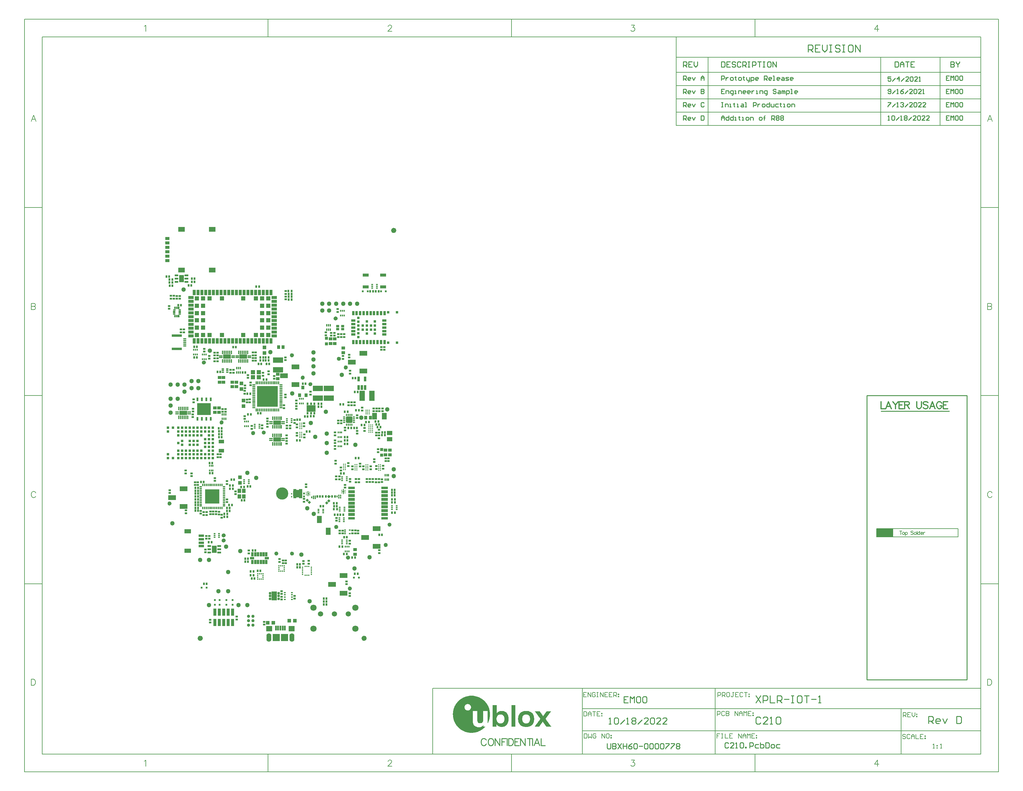
<source format=gts>
G04*
G04 #@! TF.GenerationSoftware,Altium Limited,Altium Designer,23.0.1 (38)*
G04*
G04 Layer_Color=8388736*
%FSLAX44Y44*%
%MOMM*%
G71*
G04*
G04 #@! TF.SameCoordinates,B12E620B-8F76-40C0-9090-1E76C6094A63*
G04*
G04*
G04 #@! TF.FilePolarity,Negative*
G04*
G01*
G75*
%ADD11C,0.1270*%
%ADD14C,0.2540*%
%ADD16C,0.2000*%
%ADD25R,4.8260X2.4130*%
%ADD26C,0.2997*%
%ADD27C,0.1778*%
%ADD31R,0.4000X0.4000*%
%ADD79R,0.8000X0.8000*%
%ADD113C,0.6096*%
%ADD114C,0.7500*%
%ADD115C,0.3000*%
%ADD116R,0.6500X0.6200*%
%ADD117C,1.1000*%
%ADD118R,1.6500X1.1000*%
%ADD119R,1.1000X1.2000*%
%ADD120R,1.3000X1.2000*%
%ADD121R,0.7500X0.3200*%
%ADD122R,0.6500X0.3200*%
%ADD123R,0.3200X0.6500*%
%ADD124R,0.5400X1.0800*%
%ADD125R,4.0000X3.4000*%
%ADD126R,1.7000X1.5000*%
%ADD127R,0.5000X1.4500*%
%ADD128R,2.0000X2.0000*%
%ADD129C,0.3450*%
%ADD130C,0.5400*%
%ADD131R,0.8900X0.5400*%
%ADD132R,1.4000X2.1000*%
%ADD133C,1.3000*%
%ADD134C,0.9000*%
%ADD135R,0.5500X0.4000*%
%ADD136R,0.6500X1.4000*%
%ADD137R,0.9000X1.0000*%
%ADD138R,0.4000X0.4600*%
%ADD139R,0.5000X0.6000*%
%ADD140R,1.9000X1.3000*%
%ADD141R,1.6500X0.7000*%
%ADD142R,0.4300X0.2500*%
%ADD143R,1.6000X0.9000*%
%ADD144R,0.9000X1.6000*%
%ADD145R,1.2000X1.2000*%
%ADD146R,1.5500X1.2500*%
%ADD147R,0.8500X1.0000*%
%ADD148R,6.0000X6.0000*%
%ADD149O,0.4000X0.9000*%
%ADD150O,0.9000X0.4000*%
%ADD151R,4.1000X4.1000*%
%ADD152O,0.4000X0.7500*%
%ADD153O,0.7500X0.4000*%
G04:AMPARAMS|DCode=154|XSize=1.78mm|YSize=1.78mm|CornerRadius=0.134mm|HoleSize=0mm|Usage=FLASHONLY|Rotation=180.000|XOffset=0mm|YOffset=0mm|HoleType=Round|Shape=RoundedRectangle|*
%AMROUNDEDRECTD154*
21,1,1.7800,1.5120,0,0,180.0*
21,1,1.5120,1.7800,0,0,180.0*
1,1,0.2680,-0.7560,0.7560*
1,1,0.2680,0.7560,0.7560*
1,1,0.2680,0.7560,-0.7560*
1,1,0.2680,-0.7560,-0.7560*
%
%ADD154ROUNDEDRECTD154*%
G04:AMPARAMS|DCode=155|XSize=0.7mm|YSize=0.34mm|CornerRadius=0.11mm|HoleSize=0mm|Usage=FLASHONLY|Rotation=180.000|XOffset=0mm|YOffset=0mm|HoleType=Round|Shape=RoundedRectangle|*
%AMROUNDEDRECTD155*
21,1,0.7000,0.1200,0,0,180.0*
21,1,0.4800,0.3400,0,0,180.0*
1,1,0.2200,-0.2400,0.0600*
1,1,0.2200,0.2400,0.0600*
1,1,0.2200,0.2400,-0.0600*
1,1,0.2200,-0.2400,-0.0600*
%
%ADD155ROUNDEDRECTD155*%
G04:AMPARAMS|DCode=156|XSize=0.7mm|YSize=0.34mm|CornerRadius=0.11mm|HoleSize=0mm|Usage=FLASHONLY|Rotation=270.000|XOffset=0mm|YOffset=0mm|HoleType=Round|Shape=RoundedRectangle|*
%AMROUNDEDRECTD156*
21,1,0.7000,0.1200,0,0,270.0*
21,1,0.4800,0.3400,0,0,270.0*
1,1,0.2200,-0.0600,-0.2400*
1,1,0.2200,-0.0600,0.2400*
1,1,0.2200,0.0600,0.2400*
1,1,0.2200,0.0600,-0.2400*
%
%ADD156ROUNDEDRECTD156*%
%ADD157R,1.0000X0.3500*%
%ADD158R,0.3500X1.0000*%
%ADD159R,2.2500X1.2500*%
G04:AMPARAMS|DCode=160|XSize=0.4mm|YSize=0.475mm|CornerRadius=0.065mm|HoleSize=0mm|Usage=FLASHONLY|Rotation=0.000|XOffset=0mm|YOffset=0mm|HoleType=Round|Shape=RoundedRectangle|*
%AMROUNDEDRECTD160*
21,1,0.4000,0.3450,0,0,0.0*
21,1,0.2700,0.4750,0,0,0.0*
1,1,0.1300,0.1350,-0.1725*
1,1,0.1300,-0.1350,-0.1725*
1,1,0.1300,-0.1350,0.1725*
1,1,0.1300,0.1350,0.1725*
%
%ADD160ROUNDEDRECTD160*%
%ADD161R,0.7000X0.7000*%
%ADD162R,0.8000X0.8000*%
%ADD163R,1.2500X0.8000*%
%ADD164R,0.8000X1.2500*%
%ADD165R,0.9532X0.8732*%
%ADD166R,0.5800X0.6000*%
%ADD167R,1.1532X0.6232*%
%ADD168R,1.9000X0.8000*%
%ADD169R,1.9000X0.9000*%
%ADD170R,1.0000X0.8500*%
%ADD171R,0.3750X0.4000*%
%ADD172R,0.4000X0.3750*%
%ADD173R,0.4000X0.3750*%
%ADD174R,0.4000X0.4000*%
%ADD175R,0.3750X0.4000*%
%ADD176R,0.9000X0.9000*%
%ADD177R,0.6200X0.5900*%
%ADD178R,0.6000X0.6500*%
%ADD179R,0.3500X0.4500*%
%ADD180R,0.4500X0.3500*%
G04:AMPARAMS|DCode=181|XSize=1.6mm|YSize=2.55mm|CornerRadius=0.125mm|HoleSize=0mm|Usage=FLASHONLY|Rotation=0.000|XOffset=0mm|YOffset=0mm|HoleType=Round|Shape=RoundedRectangle|*
%AMROUNDEDRECTD181*
21,1,1.6000,2.3000,0,0,0.0*
21,1,1.3500,2.5500,0,0,0.0*
1,1,0.2500,0.6750,-1.1500*
1,1,0.2500,-0.6750,-1.1500*
1,1,0.2500,-0.6750,1.1500*
1,1,0.2500,0.6750,1.1500*
%
%ADD181ROUNDEDRECTD181*%
G04:AMPARAMS|DCode=182|XSize=0.7mm|YSize=0.6mm|CornerRadius=0.075mm|HoleSize=0mm|Usage=FLASHONLY|Rotation=0.000|XOffset=0mm|YOffset=0mm|HoleType=Round|Shape=RoundedRectangle|*
%AMROUNDEDRECTD182*
21,1,0.7000,0.4500,0,0,0.0*
21,1,0.5500,0.6000,0,0,0.0*
1,1,0.1500,0.2750,-0.2250*
1,1,0.1500,-0.2750,-0.2250*
1,1,0.1500,-0.2750,0.2250*
1,1,0.1500,0.2750,0.2250*
%
%ADD182ROUNDEDRECTD182*%
%ADD183R,2.3000X1.3700*%
%ADD184R,1.3700X2.1320*%
%ADD185R,1.9000X1.4000*%
%ADD186R,1.2400X0.9000*%
%ADD187R,1.3500X1.9000*%
%ADD188R,0.8600X2.1300*%
G04:AMPARAMS|DCode=189|XSize=0.4mm|YSize=0.65mm|CornerRadius=0.065mm|HoleSize=0mm|Usage=FLASHONLY|Rotation=90.000|XOffset=0mm|YOffset=0mm|HoleType=Round|Shape=RoundedRectangle|*
%AMROUNDEDRECTD189*
21,1,0.4000,0.5200,0,0,90.0*
21,1,0.2700,0.6500,0,0,90.0*
1,1,0.1300,0.2600,0.1350*
1,1,0.1300,0.2600,-0.1350*
1,1,0.1300,-0.2600,-0.1350*
1,1,0.1300,-0.2600,0.1350*
%
%ADD189ROUNDEDRECTD189*%
%ADD190R,0.5500X0.7000*%
G04:AMPARAMS|DCode=191|XSize=1.85mm|YSize=2.6mm|CornerRadius=0.0938mm|HoleSize=0mm|Usage=FLASHONLY|Rotation=270.000|XOffset=0mm|YOffset=0mm|HoleType=Round|Shape=RoundedRectangle|*
%AMROUNDEDRECTD191*
21,1,1.8500,2.4125,0,0,270.0*
21,1,1.6625,2.6000,0,0,270.0*
1,1,0.1875,-1.2063,-0.8313*
1,1,0.1875,-1.2063,0.8313*
1,1,0.1875,1.2063,0.8313*
1,1,0.1875,1.2063,-0.8313*
%
%ADD191ROUNDEDRECTD191*%
%ADD192R,0.6000X0.4500*%
%ADD193R,2.9000X1.5000*%
%ADD194R,1.1000X1.0500*%
G04:AMPARAMS|DCode=195|XSize=0.322mm|YSize=0.322mm|CornerRadius=0.0485mm|HoleSize=0mm|Usage=FLASHONLY|Rotation=135.000|XOffset=0mm|YOffset=0mm|HoleType=Round|Shape=RoundedRectangle|*
%AMROUNDEDRECTD195*
21,1,0.3220,0.2250,0,0,135.0*
21,1,0.2250,0.3220,0,0,135.0*
1,1,0.0970,0.0000,0.1591*
1,1,0.0970,0.1591,0.0000*
1,1,0.0970,0.0000,-0.1591*
1,1,0.0970,-0.1591,0.0000*
%
%ADD195ROUNDEDRECTD195*%
%ADD196R,1.8000X0.9000*%
%ADD197R,2.9000X0.7000*%
%ADD198R,0.9000X0.4000*%
G04:AMPARAMS|DCode=199|XSize=1.245mm|YSize=0.65mm|CornerRadius=0.0775mm|HoleSize=0mm|Usage=FLASHONLY|Rotation=90.000|XOffset=0mm|YOffset=0mm|HoleType=Round|Shape=RoundedRectangle|*
%AMROUNDEDRECTD199*
21,1,1.2450,0.4950,0,0,90.0*
21,1,1.0900,0.6500,0,0,90.0*
1,1,0.1550,0.2475,0.5450*
1,1,0.1550,0.2475,-0.5450*
1,1,0.1550,-0.2475,-0.5450*
1,1,0.1550,-0.2475,0.5450*
%
%ADD199ROUNDEDRECTD199*%
G04:AMPARAMS|DCode=200|XSize=1.245mm|YSize=0.65mm|CornerRadius=0.0775mm|HoleSize=0mm|Usage=FLASHONLY|Rotation=180.000|XOffset=0mm|YOffset=0mm|HoleType=Round|Shape=RoundedRectangle|*
%AMROUNDEDRECTD200*
21,1,1.2450,0.4950,0,0,180.0*
21,1,1.0900,0.6500,0,0,180.0*
1,1,0.1550,-0.5450,0.2475*
1,1,0.1550,0.5450,0.2475*
1,1,0.1550,0.5450,-0.2475*
1,1,0.1550,-0.5450,-0.2475*
%
%ADD200ROUNDEDRECTD200*%
%ADD201R,1.0500X1.1000*%
%ADD202R,1.5000X2.9000*%
%ADD203R,0.6200X0.6500*%
G04:AMPARAMS|DCode=204|XSize=0.4mm|YSize=0.65mm|CornerRadius=0.065mm|HoleSize=0mm|Usage=FLASHONLY|Rotation=0.000|XOffset=0mm|YOffset=0mm|HoleType=Round|Shape=RoundedRectangle|*
%AMROUNDEDRECTD204*
21,1,0.4000,0.5200,0,0,0.0*
21,1,0.2700,0.6500,0,0,0.0*
1,1,0.1300,0.1350,-0.2600*
1,1,0.1300,-0.1350,-0.2600*
1,1,0.1300,-0.1350,0.2600*
1,1,0.1300,0.1350,0.2600*
%
%ADD204ROUNDEDRECTD204*%
%ADD205R,0.9500X0.7500*%
%ADD206R,0.4000X0.5500*%
%ADD207R,0.6500X0.6000*%
G04:AMPARAMS|DCode=208|XSize=0.65mm|YSize=0.62mm|CornerRadius=0mm|HoleSize=0mm|Usage=FLASHONLY|Rotation=45.000|XOffset=0mm|YOffset=0mm|HoleType=Round|Shape=Rectangle|*
%AMROTATEDRECTD208*
4,1,4,-0.0106,-0.4490,-0.4490,-0.0106,0.0106,0.4490,0.4490,0.0106,-0.0106,-0.4490,0.0*
%
%ADD208ROTATEDRECTD208*%

G04:AMPARAMS|DCode=209|XSize=0.65mm|YSize=0.62mm|CornerRadius=0mm|HoleSize=0mm|Usage=FLASHONLY|Rotation=315.000|XOffset=0mm|YOffset=0mm|HoleType=Round|Shape=Rectangle|*
%AMROTATEDRECTD209*
4,1,4,-0.4490,0.0106,-0.0106,0.4490,0.4490,-0.0106,0.0106,-0.4490,-0.4490,0.0106,0.0*
%
%ADD209ROTATEDRECTD209*%

%ADD210R,0.6000X0.5000*%
%ADD211O,1.4000X2.4000*%
%ADD212C,0.1000*%
%ADD213C,1.8000*%
%ADD214C,1.5000*%
%ADD215C,3.5000*%
G36*
X16750Y1150500D02*
X4250D01*
Y1151250D01*
X16750D01*
Y1150500D01*
D02*
G37*
G36*
X517042Y438328D02*
X517542Y437828D01*
Y434078D01*
X517042Y433578D01*
Y428828D01*
X514542D01*
Y433578D01*
X513542Y434578D01*
X513042D01*
Y437079D01*
X513542D01*
X514542Y438078D01*
Y442828D01*
X517042D01*
Y438328D01*
D02*
G37*
G36*
X415605Y432078D02*
X416605Y431078D01*
X417105Y431078D01*
Y428578D01*
X416605Y428578D01*
X415605Y427578D01*
Y422828D01*
X413105D01*
Y427328D01*
X412605Y427828D01*
Y431578D01*
X413105Y432078D01*
Y436828D01*
X415605D01*
Y432078D01*
D02*
G37*
G36*
X477500Y423250D02*
Y420300D01*
X475213Y418013D01*
X472737D01*
X470500Y420250D01*
Y423250D01*
X472453Y425203D01*
X475547D01*
X477500Y423250D01*
D02*
G37*
G36*
X397700Y437621D02*
X397700Y437621D01*
Y429871D01*
Y422121D01*
X397700Y422121D01*
Y416371D01*
X388200D01*
Y421871D01*
X371700D01*
Y429871D01*
Y437871D01*
X388200D01*
Y443371D01*
X397700D01*
Y437621D01*
D02*
G37*
G36*
X1111121Y-194961D02*
X1110667D01*
Y-195414D01*
Y-195868D01*
X1110214D01*
Y-196322D01*
X1109760D01*
Y-196775D01*
X1109307D01*
Y-197229D01*
Y-197682D01*
X1108853D01*
Y-198136D01*
X1108400D01*
Y-198589D01*
Y-199043D01*
X1107946D01*
Y-199496D01*
X1107492D01*
Y-199950D01*
X1107039D01*
Y-200404D01*
Y-200857D01*
X1106585D01*
Y-201311D01*
X1106132D01*
Y-201764D01*
X1105678D01*
Y-202218D01*
Y-202671D01*
X1105225D01*
Y-203125D01*
X1104771D01*
Y-203578D01*
X1104317D01*
Y-204032D01*
Y-204486D01*
X1103864D01*
Y-204939D01*
X1103410D01*
Y-205393D01*
Y-205846D01*
X1102957D01*
Y-206300D01*
X1102503D01*
Y-206753D01*
X1102050D01*
Y-207207D01*
Y-207661D01*
X1101596D01*
Y-208114D01*
X1101143D01*
Y-208568D01*
X1100689D01*
Y-209021D01*
Y-209475D01*
X1100236D01*
Y-209928D01*
X1099782D01*
Y-210382D01*
Y-210835D01*
X1099328D01*
Y-211289D01*
X1098875D01*
Y-211742D01*
X1098421D01*
Y-212196D01*
Y-212650D01*
X1097968D01*
Y-213103D01*
X1097514D01*
Y-213557D01*
X1097061D01*
Y-214010D01*
Y-214464D01*
X1096607D01*
Y-214917D01*
X1096153D01*
Y-215371D01*
X1095700D01*
Y-215825D01*
Y-216278D01*
Y-216732D01*
X1096153D01*
Y-217185D01*
Y-217639D01*
X1096607D01*
Y-218092D01*
X1097061D01*
Y-218546D01*
X1097514D01*
Y-218999D01*
Y-219453D01*
X1097968D01*
Y-219907D01*
X1098421D01*
Y-220360D01*
X1098875D01*
Y-220814D01*
Y-221267D01*
X1099328D01*
Y-221721D01*
X1099782D01*
Y-222174D01*
Y-222628D01*
X1100236D01*
Y-223081D01*
X1100689D01*
Y-223535D01*
X1101143D01*
Y-223988D01*
Y-224442D01*
X1101596D01*
Y-224896D01*
X1102050D01*
Y-225349D01*
X1102503D01*
Y-225803D01*
Y-226256D01*
X1102957D01*
Y-226710D01*
X1103410D01*
Y-227163D01*
X1103864D01*
Y-227617D01*
Y-228071D01*
X1104317D01*
Y-228524D01*
X1104771D01*
Y-228978D01*
X1105225D01*
Y-229431D01*
Y-229885D01*
X1105678D01*
Y-230338D01*
X1106132D01*
Y-230792D01*
X1106585D01*
Y-231245D01*
Y-231699D01*
X1107039D01*
Y-232153D01*
X1107492D01*
Y-232606D01*
X1107946D01*
Y-233060D01*
Y-233513D01*
X1108400D01*
Y-233967D01*
X1108853D01*
Y-234420D01*
Y-234874D01*
X1109307D01*
Y-235327D01*
X1109760D01*
Y-235781D01*
X1110214D01*
Y-236234D01*
Y-236688D01*
X1110667D01*
Y-237142D01*
X1111121D01*
Y-237595D01*
X1111574D01*
Y-238049D01*
X1112028D01*
Y-238502D01*
X1097514D01*
Y-238049D01*
Y-237595D01*
X1097061D01*
Y-237142D01*
X1096607D01*
Y-236688D01*
X1096153D01*
Y-236234D01*
Y-235781D01*
X1095700D01*
Y-235327D01*
X1095246D01*
Y-234874D01*
X1094793D01*
Y-234420D01*
Y-233967D01*
X1094339D01*
Y-233513D01*
X1093886D01*
Y-233060D01*
Y-232606D01*
X1093432D01*
Y-232153D01*
X1092979D01*
Y-231699D01*
X1092525D01*
Y-231245D01*
Y-230792D01*
X1092072D01*
Y-230338D01*
X1091618D01*
Y-229885D01*
X1091164D01*
Y-229431D01*
Y-228978D01*
X1090711D01*
Y-228524D01*
X1090257D01*
Y-228071D01*
Y-227617D01*
X1089804D01*
Y-227163D01*
X1089350D01*
Y-226710D01*
X1088897D01*
Y-226256D01*
Y-225803D01*
X1088443D01*
Y-225349D01*
X1087990D01*
Y-224896D01*
X1087536D01*
Y-224442D01*
X1087082D01*
Y-224896D01*
Y-225349D01*
X1086629D01*
Y-225803D01*
X1086175D01*
Y-226256D01*
X1085722D01*
Y-226710D01*
Y-227163D01*
X1085268D01*
Y-227617D01*
X1084815D01*
Y-228071D01*
Y-228524D01*
X1084361D01*
Y-228978D01*
X1083907D01*
Y-229431D01*
X1083454D01*
Y-229885D01*
Y-230338D01*
X1083000D01*
Y-230792D01*
X1082547D01*
Y-231245D01*
Y-231699D01*
X1082093D01*
Y-232153D01*
X1081640D01*
Y-232606D01*
X1081186D01*
Y-233060D01*
Y-233513D01*
X1080733D01*
Y-233967D01*
X1080279D01*
Y-234420D01*
Y-234874D01*
X1079826D01*
Y-235327D01*
X1079372D01*
Y-235781D01*
X1078918D01*
Y-236234D01*
Y-236688D01*
X1078465D01*
Y-237142D01*
X1078011D01*
Y-237595D01*
Y-238049D01*
X1077558D01*
Y-238502D01*
X1064405D01*
Y-238049D01*
X1064858D01*
Y-237595D01*
X1065312D01*
Y-237142D01*
Y-236688D01*
X1065765D01*
Y-236234D01*
X1066219D01*
Y-235781D01*
X1066672D01*
Y-235327D01*
Y-234874D01*
X1067126D01*
Y-234420D01*
X1067579D01*
Y-233967D01*
Y-233513D01*
X1068033D01*
Y-233060D01*
X1068487D01*
Y-232606D01*
X1068940D01*
Y-232153D01*
X1069394D01*
Y-231699D01*
Y-231245D01*
X1069847D01*
Y-230792D01*
X1070301D01*
Y-230338D01*
Y-229885D01*
X1070754D01*
Y-229431D01*
X1071208D01*
Y-228978D01*
X1071662D01*
Y-228524D01*
Y-228071D01*
X1072115D01*
Y-227617D01*
X1072569D01*
Y-227163D01*
X1073022D01*
Y-226710D01*
Y-226256D01*
X1073476D01*
Y-225803D01*
X1073929D01*
Y-225349D01*
X1074383D01*
Y-224896D01*
Y-224442D01*
X1074836D01*
Y-223988D01*
X1075290D01*
Y-223535D01*
X1075743D01*
Y-223081D01*
Y-222628D01*
X1076197D01*
Y-222174D01*
X1076651D01*
Y-221721D01*
X1077104D01*
Y-221267D01*
Y-220814D01*
X1077558D01*
Y-220360D01*
X1078011D01*
Y-219907D01*
X1078465D01*
Y-219453D01*
Y-218999D01*
X1078918D01*
Y-218546D01*
X1079372D01*
Y-218092D01*
Y-217639D01*
X1079826D01*
Y-217185D01*
X1080279D01*
Y-216732D01*
X1080733D01*
Y-216278D01*
Y-215825D01*
X1080279D01*
Y-215371D01*
X1079826D01*
Y-214917D01*
X1079372D01*
Y-214464D01*
Y-214010D01*
X1078918D01*
Y-213557D01*
X1078465D01*
Y-213103D01*
X1078011D01*
Y-212650D01*
Y-212196D01*
X1077558D01*
Y-211742D01*
X1077104D01*
Y-211289D01*
Y-210835D01*
X1076651D01*
Y-210382D01*
X1076197D01*
Y-209928D01*
X1075743D01*
Y-209475D01*
Y-209021D01*
X1075290D01*
Y-208568D01*
X1074836D01*
Y-208114D01*
X1074383D01*
Y-207661D01*
Y-207207D01*
X1073929D01*
Y-206753D01*
X1073476D01*
Y-206300D01*
Y-205846D01*
X1073022D01*
Y-205393D01*
X1072569D01*
Y-204939D01*
X1072115D01*
Y-204486D01*
Y-204032D01*
X1071662D01*
Y-203578D01*
X1071208D01*
Y-203125D01*
X1070754D01*
Y-202671D01*
Y-202218D01*
X1070301D01*
Y-201764D01*
X1069847D01*
Y-201311D01*
Y-200857D01*
X1069394D01*
Y-200404D01*
X1068940D01*
Y-199950D01*
X1068487D01*
Y-199496D01*
Y-199043D01*
X1068033D01*
Y-198589D01*
X1067579D01*
Y-198136D01*
X1067126D01*
Y-197682D01*
Y-197229D01*
X1066672D01*
Y-196775D01*
X1066219D01*
Y-196322D01*
Y-195868D01*
X1065765D01*
Y-195414D01*
X1065312D01*
Y-194961D01*
X1064858D01*
Y-194507D01*
X1078918D01*
Y-194961D01*
X1079372D01*
Y-195414D01*
X1079826D01*
Y-195868D01*
Y-196322D01*
X1080279D01*
Y-196775D01*
X1080733D01*
Y-197229D01*
X1081186D01*
Y-197682D01*
Y-198136D01*
X1081640D01*
Y-198589D01*
X1082093D01*
Y-199043D01*
Y-199496D01*
X1082547D01*
Y-199950D01*
X1083000D01*
Y-200404D01*
Y-200857D01*
X1083454D01*
Y-201311D01*
X1083907D01*
Y-201764D01*
X1084361D01*
Y-202218D01*
Y-202671D01*
X1084815D01*
Y-203125D01*
X1085268D01*
Y-203578D01*
Y-204032D01*
X1085722D01*
Y-204486D01*
X1086175D01*
Y-204939D01*
X1086629D01*
Y-205393D01*
Y-205846D01*
X1087082D01*
Y-206300D01*
X1087536D01*
Y-206753D01*
Y-207207D01*
X1087990D01*
Y-207661D01*
X1088443D01*
Y-208114D01*
X1088897D01*
Y-207661D01*
X1089350D01*
Y-207207D01*
Y-206753D01*
X1089804D01*
Y-206300D01*
X1090257D01*
Y-205846D01*
X1090711D01*
Y-205393D01*
Y-204939D01*
X1091164D01*
Y-204486D01*
X1091618D01*
Y-204032D01*
Y-203578D01*
X1092072D01*
Y-203125D01*
X1092525D01*
Y-202671D01*
X1092979D01*
Y-202218D01*
Y-201764D01*
X1093432D01*
Y-201311D01*
X1093886D01*
Y-200857D01*
Y-200404D01*
X1094339D01*
Y-199950D01*
X1094793D01*
Y-199496D01*
X1095246D01*
Y-199043D01*
Y-198589D01*
X1095700D01*
Y-198136D01*
X1096153D01*
Y-197682D01*
Y-197229D01*
X1096607D01*
Y-196775D01*
X1097061D01*
Y-196322D01*
X1097514D01*
Y-195868D01*
Y-195414D01*
X1097968D01*
Y-194961D01*
X1098421D01*
Y-194507D01*
X1111121D01*
Y-194961D01*
D02*
G37*
G36*
X885250Y-150059D02*
X889786D01*
Y-150512D01*
X892507D01*
Y-150966D01*
X894775D01*
Y-151419D01*
X896589D01*
Y-151873D01*
X898403D01*
Y-152327D01*
X899764D01*
Y-152780D01*
X901124D01*
Y-153234D01*
X902485D01*
Y-153687D01*
X903392D01*
Y-154141D01*
X904753D01*
Y-154594D01*
X905660D01*
Y-155048D01*
X906567D01*
Y-155501D01*
X907474D01*
Y-155955D01*
X908381D01*
Y-156409D01*
X909288D01*
Y-156862D01*
X909742D01*
Y-157316D01*
X910649D01*
Y-157769D01*
X911556D01*
Y-158223D01*
X912010D01*
Y-158676D01*
X912917D01*
Y-159130D01*
X913371D01*
Y-159584D01*
X914278D01*
Y-160037D01*
X914731D01*
Y-160491D01*
X915185D01*
Y-160944D01*
X916092D01*
Y-161398D01*
X916545D01*
Y-161851D01*
X916999D01*
Y-162305D01*
X917452D01*
Y-162758D01*
X918360D01*
Y-163212D01*
X918813D01*
Y-163666D01*
X919267D01*
Y-164119D01*
X919720D01*
Y-164573D01*
X920174D01*
Y-165026D01*
X920627D01*
Y-165480D01*
X921081D01*
Y-165933D01*
X921535D01*
Y-166387D01*
X921988D01*
Y-166840D01*
X922442D01*
Y-167294D01*
X922895D01*
Y-167747D01*
X923349D01*
Y-168201D01*
Y-168655D01*
X923802D01*
Y-169108D01*
X924256D01*
Y-169562D01*
X924709D01*
Y-170015D01*
X925163D01*
Y-170469D01*
Y-170922D01*
X925617D01*
Y-171376D01*
X926070D01*
Y-171830D01*
X926524D01*
Y-172283D01*
Y-172737D01*
X926977D01*
Y-173190D01*
X927431D01*
Y-173644D01*
Y-174097D01*
X927884D01*
Y-174551D01*
X928338D01*
Y-175004D01*
Y-175458D01*
X928791D01*
Y-175912D01*
X929245D01*
Y-176365D01*
Y-176819D01*
X929698D01*
Y-177272D01*
Y-177726D01*
X930152D01*
Y-178179D01*
Y-178633D01*
X930606D01*
Y-179086D01*
Y-179540D01*
X931059D01*
Y-179993D01*
Y-180447D01*
X931513D01*
Y-180901D01*
Y-181354D01*
X931966D01*
Y-181808D01*
Y-182261D01*
X932420D01*
Y-182715D01*
Y-183168D01*
Y-183622D01*
X932873D01*
Y-184076D01*
Y-184529D01*
X933327D01*
Y-184983D01*
Y-185436D01*
Y-185890D01*
X933781D01*
Y-186343D01*
Y-186797D01*
Y-187250D01*
X934234D01*
Y-187704D01*
Y-188158D01*
Y-188611D01*
Y-189065D01*
X934688D01*
Y-189518D01*
Y-189972D01*
Y-190425D01*
Y-190879D01*
X935141D01*
Y-191332D01*
Y-191786D01*
Y-192240D01*
Y-192693D01*
X935595D01*
Y-193147D01*
Y-193600D01*
Y-194054D01*
Y-194507D01*
Y-194961D01*
Y-195414D01*
Y-195868D01*
X936048D01*
Y-196322D01*
Y-196775D01*
Y-197229D01*
Y-197682D01*
Y-198136D01*
Y-198589D01*
Y-199043D01*
Y-199496D01*
Y-199950D01*
Y-200404D01*
Y-200857D01*
X936502D01*
Y-201311D01*
Y-201764D01*
Y-202218D01*
Y-202671D01*
Y-203125D01*
Y-203578D01*
Y-204032D01*
Y-204486D01*
Y-204939D01*
Y-205393D01*
X936048D01*
Y-205846D01*
Y-206300D01*
Y-206753D01*
Y-207207D01*
Y-207661D01*
Y-208114D01*
Y-208568D01*
Y-209021D01*
Y-209475D01*
Y-209928D01*
Y-210382D01*
X935595D01*
Y-210835D01*
Y-211289D01*
Y-211742D01*
Y-212196D01*
Y-212650D01*
Y-213103D01*
X935141D01*
Y-213557D01*
Y-214010D01*
Y-214464D01*
Y-214917D01*
Y-215371D01*
X934688D01*
Y-215825D01*
Y-216278D01*
Y-216732D01*
Y-217185D01*
X934234D01*
Y-217639D01*
Y-218092D01*
Y-218546D01*
Y-218999D01*
X933781D01*
Y-219453D01*
Y-219907D01*
Y-220360D01*
X933327D01*
Y-220814D01*
Y-221267D01*
X932873D01*
Y-221721D01*
Y-222174D01*
Y-222628D01*
X932420D01*
Y-223081D01*
Y-223535D01*
X931966D01*
Y-223988D01*
Y-224442D01*
Y-224896D01*
X931513D01*
Y-225349D01*
Y-225803D01*
X931059D01*
Y-226256D01*
Y-226710D01*
X930606D01*
Y-227163D01*
Y-227617D01*
X930152D01*
Y-228071D01*
Y-228524D01*
X929698D01*
Y-228071D01*
Y-227617D01*
Y-227163D01*
Y-226710D01*
Y-226256D01*
Y-225803D01*
Y-225349D01*
Y-224896D01*
Y-224442D01*
Y-223988D01*
Y-223535D01*
Y-223081D01*
Y-222628D01*
Y-222174D01*
Y-221721D01*
Y-221267D01*
Y-220814D01*
Y-220360D01*
Y-219907D01*
Y-219453D01*
Y-218999D01*
Y-218546D01*
Y-218092D01*
Y-217639D01*
Y-217185D01*
Y-216732D01*
Y-216278D01*
Y-215825D01*
Y-215371D01*
Y-214917D01*
Y-214464D01*
Y-214010D01*
Y-213557D01*
Y-213103D01*
Y-212650D01*
Y-212196D01*
Y-211742D01*
Y-211289D01*
Y-210835D01*
Y-210382D01*
Y-209928D01*
Y-209475D01*
Y-209021D01*
Y-208568D01*
Y-208114D01*
Y-207661D01*
Y-207207D01*
Y-206753D01*
Y-206300D01*
Y-205846D01*
Y-205393D01*
Y-204939D01*
Y-204486D01*
Y-204032D01*
Y-203578D01*
Y-203125D01*
Y-202671D01*
Y-202218D01*
Y-201764D01*
Y-201311D01*
Y-200857D01*
Y-200404D01*
Y-199950D01*
Y-199496D01*
Y-199043D01*
Y-198589D01*
Y-198136D01*
Y-197682D01*
Y-197229D01*
Y-196775D01*
Y-196322D01*
Y-195868D01*
Y-195414D01*
Y-194961D01*
Y-194507D01*
Y-194054D01*
X916999D01*
Y-194507D01*
Y-194961D01*
Y-195414D01*
Y-195868D01*
Y-196322D01*
Y-196775D01*
Y-197229D01*
Y-197682D01*
Y-198136D01*
Y-198589D01*
Y-199043D01*
Y-199496D01*
Y-199950D01*
Y-200404D01*
Y-200857D01*
Y-201311D01*
Y-201764D01*
Y-202218D01*
Y-202671D01*
Y-203125D01*
Y-203578D01*
Y-204032D01*
Y-204486D01*
Y-204939D01*
Y-205393D01*
Y-205846D01*
Y-206300D01*
Y-206753D01*
Y-207207D01*
Y-207661D01*
Y-208114D01*
Y-208568D01*
Y-209021D01*
Y-209475D01*
Y-209928D01*
Y-210382D01*
Y-210835D01*
Y-211289D01*
Y-211742D01*
Y-212196D01*
Y-212650D01*
Y-213103D01*
Y-213557D01*
Y-214010D01*
Y-214464D01*
Y-214917D01*
Y-215371D01*
Y-215825D01*
Y-216278D01*
Y-216732D01*
Y-217185D01*
Y-217639D01*
Y-218092D01*
Y-218546D01*
Y-218999D01*
Y-219453D01*
Y-219907D01*
Y-220360D01*
Y-220814D01*
Y-221267D01*
Y-221721D01*
X916545D01*
Y-222174D01*
Y-222628D01*
Y-223081D01*
Y-223535D01*
X916092D01*
Y-223988D01*
Y-224442D01*
X915638D01*
Y-224896D01*
Y-225349D01*
X915185D01*
Y-225803D01*
X914731D01*
Y-226256D01*
X914278D01*
Y-226710D01*
X913824D01*
Y-227163D01*
X913371D01*
Y-227617D01*
X912463D01*
Y-228071D01*
X911103D01*
Y-228524D01*
X904753D01*
Y-228071D01*
X903392D01*
Y-227617D01*
X902485D01*
Y-227163D01*
X902032D01*
Y-226710D01*
X901578D01*
Y-226256D01*
X901124D01*
Y-225803D01*
Y-225349D01*
X900671D01*
Y-224896D01*
Y-224442D01*
X900217D01*
Y-223988D01*
Y-223535D01*
Y-223081D01*
Y-222628D01*
X899764D01*
Y-222174D01*
Y-221721D01*
Y-221267D01*
Y-220814D01*
Y-220360D01*
Y-219907D01*
Y-219453D01*
Y-218999D01*
Y-218546D01*
Y-218092D01*
Y-217639D01*
Y-217185D01*
Y-216732D01*
Y-216278D01*
Y-215825D01*
Y-215371D01*
Y-214917D01*
Y-214464D01*
Y-214010D01*
Y-213557D01*
Y-213103D01*
Y-212650D01*
Y-212196D01*
Y-211742D01*
Y-211289D01*
Y-210835D01*
Y-210382D01*
Y-209928D01*
Y-209475D01*
Y-209021D01*
Y-208568D01*
Y-208114D01*
Y-207661D01*
Y-207207D01*
Y-206753D01*
Y-206300D01*
Y-205846D01*
Y-205393D01*
Y-204939D01*
Y-204486D01*
Y-204032D01*
Y-203578D01*
Y-203125D01*
Y-202671D01*
Y-202218D01*
Y-201764D01*
Y-201311D01*
Y-200857D01*
Y-200404D01*
Y-199950D01*
Y-199496D01*
Y-199043D01*
Y-198589D01*
Y-198136D01*
Y-197682D01*
Y-197229D01*
Y-196775D01*
Y-196322D01*
Y-195868D01*
Y-195414D01*
Y-194961D01*
Y-194507D01*
Y-194054D01*
X887064D01*
Y-194507D01*
Y-194961D01*
Y-195414D01*
Y-195868D01*
Y-196322D01*
Y-196775D01*
Y-197229D01*
Y-197682D01*
Y-198136D01*
Y-198589D01*
Y-199043D01*
Y-199496D01*
Y-199950D01*
Y-200404D01*
Y-200857D01*
Y-201311D01*
Y-201764D01*
Y-202218D01*
Y-202671D01*
Y-203125D01*
Y-203578D01*
Y-204032D01*
Y-204486D01*
Y-204939D01*
Y-205393D01*
Y-205846D01*
Y-206300D01*
Y-206753D01*
Y-207207D01*
Y-207661D01*
Y-208114D01*
Y-208568D01*
Y-209021D01*
Y-209475D01*
Y-209928D01*
Y-210382D01*
Y-210835D01*
Y-211289D01*
Y-211742D01*
Y-212196D01*
Y-212650D01*
Y-213103D01*
Y-213557D01*
Y-214010D01*
Y-214464D01*
Y-214917D01*
Y-215371D01*
Y-215825D01*
Y-216278D01*
Y-216732D01*
Y-217185D01*
Y-217639D01*
Y-218092D01*
Y-218546D01*
Y-218999D01*
Y-219453D01*
Y-219907D01*
Y-220360D01*
Y-220814D01*
Y-221267D01*
Y-221721D01*
Y-222174D01*
Y-222628D01*
Y-223081D01*
Y-223535D01*
Y-223988D01*
Y-224442D01*
Y-224896D01*
Y-225349D01*
Y-225803D01*
Y-226256D01*
Y-226710D01*
Y-227163D01*
X887518D01*
Y-227617D01*
Y-228071D01*
Y-228524D01*
Y-228978D01*
X887971D01*
Y-229431D01*
Y-229885D01*
Y-230338D01*
X888425D01*
Y-230792D01*
Y-231245D01*
Y-231699D01*
X888878D01*
Y-232153D01*
Y-232606D01*
X889332D01*
Y-233060D01*
X889786D01*
Y-233513D01*
Y-233967D01*
X890239D01*
Y-234420D01*
X890693D01*
Y-234874D01*
X891146D01*
Y-235327D01*
X891600D01*
Y-235781D01*
X892053D01*
Y-236234D01*
X892507D01*
Y-236688D01*
X893414D01*
Y-237142D01*
X893868D01*
Y-237595D01*
X894775D01*
Y-238049D01*
X895682D01*
Y-238502D01*
X896589D01*
Y-238956D01*
X897950D01*
Y-239409D01*
X899764D01*
Y-239863D01*
X908835D01*
Y-239409D01*
X910649D01*
Y-238956D01*
X911556D01*
Y-238502D01*
X912917D01*
Y-238049D01*
X913371D01*
Y-237595D01*
X914278D01*
Y-237142D01*
X914731D01*
Y-236688D01*
X915185D01*
Y-236234D01*
X916092D01*
Y-235781D01*
X916545D01*
Y-235327D01*
X916999D01*
Y-234874D01*
Y-234420D01*
X917452D01*
Y-234874D01*
Y-235327D01*
Y-235781D01*
Y-236234D01*
Y-236688D01*
Y-237142D01*
Y-237595D01*
Y-238049D01*
Y-238502D01*
Y-238956D01*
X922442D01*
Y-239409D01*
X921988D01*
Y-239863D01*
X921535D01*
Y-240317D01*
X921081D01*
Y-240770D01*
X920627D01*
Y-241224D01*
X920174D01*
Y-241677D01*
X919720D01*
Y-242131D01*
X919267D01*
Y-242584D01*
X918813D01*
Y-243038D01*
X917906D01*
Y-243491D01*
X917452D01*
Y-243945D01*
X916999D01*
Y-244398D01*
X916545D01*
Y-244852D01*
X915638D01*
Y-245306D01*
X915185D01*
Y-245759D01*
X914731D01*
Y-246213D01*
X913824D01*
Y-246666D01*
X913371D01*
Y-247120D01*
X912463D01*
Y-247573D01*
X912010D01*
Y-248027D01*
X911103D01*
Y-248480D01*
X910649D01*
Y-248934D01*
X909742D01*
Y-249388D01*
X908835D01*
Y-249841D01*
X907928D01*
Y-250295D01*
X907474D01*
Y-250748D01*
X906567D01*
Y-251202D01*
X905206D01*
Y-251655D01*
X904299D01*
Y-252109D01*
X903392D01*
Y-252563D01*
X902032D01*
Y-253016D01*
X901124D01*
Y-253470D01*
X899764D01*
Y-253923D01*
X897950D01*
Y-254377D01*
X896589D01*
Y-254830D01*
X894775D01*
Y-255284D01*
X892053D01*
Y-255737D01*
X888878D01*
Y-256191D01*
X877086D01*
Y-255737D01*
X873911D01*
Y-255284D01*
X871643D01*
Y-254830D01*
X869829D01*
Y-254377D01*
X868015D01*
Y-253923D01*
X866654D01*
Y-253470D01*
X865294D01*
Y-253016D01*
X863933D01*
Y-252563D01*
X863026D01*
Y-252109D01*
X861665D01*
Y-251655D01*
X860758D01*
Y-251202D01*
X859851D01*
Y-250748D01*
X858944D01*
Y-250295D01*
X858037D01*
Y-249841D01*
X857130D01*
Y-249388D01*
X856222D01*
Y-248934D01*
X855769D01*
Y-248480D01*
X854862D01*
Y-248027D01*
X853955D01*
Y-247573D01*
X853501D01*
Y-247120D01*
X852594D01*
Y-246666D01*
X852140D01*
Y-246213D01*
X851687D01*
Y-245759D01*
X850780D01*
Y-245306D01*
X850326D01*
Y-244852D01*
X849873D01*
Y-244398D01*
X848966D01*
Y-243945D01*
X848512D01*
Y-243491D01*
X848058D01*
Y-243038D01*
X847605D01*
Y-242584D01*
X847151D01*
Y-242131D01*
X846698D01*
Y-241677D01*
X846244D01*
Y-241224D01*
X845791D01*
Y-240770D01*
X845337D01*
Y-240317D01*
X844883D01*
Y-239863D01*
X844430D01*
Y-239409D01*
X843976D01*
Y-238956D01*
X843523D01*
Y-238502D01*
X843069D01*
Y-238049D01*
X842616D01*
Y-237595D01*
X842162D01*
Y-237142D01*
X841709D01*
Y-236688D01*
Y-236234D01*
X841255D01*
Y-235781D01*
X840801D01*
Y-235327D01*
X840348D01*
Y-234874D01*
X839894D01*
Y-234420D01*
Y-233967D01*
X839441D01*
Y-233513D01*
X838987D01*
Y-233060D01*
Y-232606D01*
X838534D01*
Y-232153D01*
X838080D01*
Y-231699D01*
Y-231245D01*
X837627D01*
Y-230792D01*
X837173D01*
Y-230338D01*
Y-229885D01*
X836720D01*
Y-229431D01*
Y-228978D01*
X836266D01*
Y-228524D01*
Y-228071D01*
X835812D01*
Y-227617D01*
Y-227163D01*
X835359D01*
Y-226710D01*
Y-226256D01*
X834905D01*
Y-225803D01*
Y-225349D01*
X834452D01*
Y-224896D01*
Y-224442D01*
X833998D01*
Y-223988D01*
Y-223535D01*
X833545D01*
Y-223081D01*
Y-222628D01*
Y-222174D01*
X833091D01*
Y-221721D01*
Y-221267D01*
Y-220814D01*
X832637D01*
Y-220360D01*
Y-219907D01*
X832184D01*
Y-219453D01*
Y-218999D01*
Y-218546D01*
Y-218092D01*
X831730D01*
Y-217639D01*
Y-217185D01*
Y-216732D01*
X831277D01*
Y-216278D01*
Y-215825D01*
Y-215371D01*
Y-214917D01*
X830823D01*
Y-214464D01*
Y-214010D01*
Y-213557D01*
Y-213103D01*
Y-212650D01*
X830370D01*
Y-212196D01*
Y-211742D01*
Y-211289D01*
Y-210835D01*
Y-210382D01*
Y-209928D01*
Y-209475D01*
X829916D01*
Y-209021D01*
Y-208568D01*
Y-208114D01*
Y-207661D01*
Y-207207D01*
Y-206753D01*
Y-206300D01*
Y-205846D01*
Y-205393D01*
Y-204939D01*
X829463D01*
Y-204486D01*
Y-204032D01*
Y-203578D01*
Y-203125D01*
Y-202671D01*
Y-202218D01*
Y-201764D01*
Y-201311D01*
Y-200857D01*
X829916D01*
Y-200404D01*
Y-199950D01*
Y-199496D01*
Y-199043D01*
Y-198589D01*
Y-198136D01*
Y-197682D01*
Y-197229D01*
Y-196775D01*
X830370D01*
Y-196322D01*
Y-195868D01*
Y-195414D01*
Y-194961D01*
Y-194507D01*
Y-194054D01*
Y-193600D01*
X830823D01*
Y-193147D01*
Y-192693D01*
Y-192240D01*
Y-191786D01*
Y-191332D01*
X831277D01*
Y-190879D01*
Y-190425D01*
Y-189972D01*
Y-189518D01*
X831730D01*
Y-189065D01*
Y-188611D01*
Y-188158D01*
Y-187704D01*
X832184D01*
Y-187250D01*
Y-186797D01*
Y-186343D01*
X832637D01*
Y-185890D01*
Y-185436D01*
Y-184983D01*
X833091D01*
Y-184529D01*
Y-184076D01*
X833545D01*
Y-183622D01*
Y-183168D01*
Y-182715D01*
X833998D01*
Y-182261D01*
Y-181808D01*
X834452D01*
Y-181354D01*
Y-180901D01*
Y-180447D01*
X834905D01*
Y-179993D01*
Y-179540D01*
X835359D01*
Y-179086D01*
Y-178633D01*
X835812D01*
Y-178179D01*
Y-177726D01*
X836266D01*
Y-177272D01*
X836720D01*
Y-176819D01*
Y-176365D01*
X837173D01*
Y-175912D01*
Y-175458D01*
X837627D01*
Y-175004D01*
X838080D01*
Y-174551D01*
Y-174097D01*
X838534D01*
Y-173644D01*
X838987D01*
Y-173190D01*
Y-172737D01*
X839441D01*
Y-172283D01*
X839894D01*
Y-171830D01*
Y-171376D01*
X840348D01*
Y-170922D01*
X840801D01*
Y-170469D01*
X841255D01*
Y-170015D01*
Y-169562D01*
X841709D01*
Y-169108D01*
X842162D01*
Y-168655D01*
X842616D01*
Y-168201D01*
X843069D01*
Y-167747D01*
X843523D01*
Y-167294D01*
X843976D01*
Y-166840D01*
X844430D01*
Y-166387D01*
Y-165933D01*
X844883D01*
Y-165480D01*
X845337D01*
Y-165026D01*
X845791D01*
Y-164573D01*
X846698D01*
Y-164119D01*
X847151D01*
Y-163666D01*
X847605D01*
Y-163212D01*
X848058D01*
Y-162758D01*
X848512D01*
Y-162305D01*
X848966D01*
Y-161851D01*
X849419D01*
Y-161398D01*
X850326D01*
Y-160944D01*
X850780D01*
Y-160491D01*
X851233D01*
Y-160037D01*
X852140D01*
Y-159584D01*
X852594D01*
Y-159130D01*
X853501D01*
Y-158676D01*
X853955D01*
Y-158223D01*
X854862D01*
Y-157769D01*
X855315D01*
Y-157316D01*
X856222D01*
Y-156862D01*
X857130D01*
Y-156409D01*
X857583D01*
Y-155955D01*
X858944D01*
Y-155501D01*
X859851D01*
Y-155048D01*
X860758D01*
Y-154594D01*
X861665D01*
Y-154141D01*
X862572D01*
Y-153687D01*
X863933D01*
Y-153234D01*
X864840D01*
Y-152780D01*
X866201D01*
Y-152327D01*
X867561D01*
Y-151873D01*
X869376D01*
Y-151419D01*
X871190D01*
Y-150966D01*
X873457D01*
Y-150512D01*
X876632D01*
Y-150059D01*
X881168D01*
Y-149605D01*
X885250D01*
Y-150059D01*
D02*
G37*
G36*
X1009071Y-177272D02*
Y-177726D01*
Y-178179D01*
Y-178633D01*
Y-179086D01*
Y-179540D01*
Y-179993D01*
Y-180447D01*
Y-180901D01*
Y-181354D01*
Y-181808D01*
Y-182261D01*
Y-182715D01*
Y-183168D01*
Y-183622D01*
Y-184076D01*
Y-184529D01*
Y-184983D01*
Y-185436D01*
Y-185890D01*
Y-186343D01*
Y-186797D01*
Y-187250D01*
Y-187704D01*
Y-188158D01*
Y-188611D01*
Y-189065D01*
Y-189518D01*
Y-189972D01*
Y-190425D01*
Y-190879D01*
Y-191332D01*
Y-191786D01*
Y-192240D01*
Y-192693D01*
Y-193147D01*
Y-193600D01*
Y-194054D01*
Y-194507D01*
Y-194961D01*
Y-195414D01*
Y-195868D01*
Y-196322D01*
Y-196775D01*
Y-197229D01*
Y-197682D01*
Y-198136D01*
Y-198589D01*
Y-199043D01*
Y-199496D01*
Y-199950D01*
Y-200404D01*
Y-200857D01*
Y-201311D01*
Y-201764D01*
Y-202218D01*
Y-202671D01*
Y-203125D01*
Y-203578D01*
Y-204032D01*
Y-204486D01*
Y-204939D01*
Y-205393D01*
Y-205846D01*
Y-206300D01*
Y-206753D01*
Y-207207D01*
Y-207661D01*
Y-208114D01*
Y-208568D01*
Y-209021D01*
Y-209475D01*
Y-209928D01*
Y-210382D01*
Y-210835D01*
Y-211289D01*
Y-211742D01*
Y-212196D01*
Y-212650D01*
Y-213103D01*
Y-213557D01*
Y-214010D01*
Y-214464D01*
Y-214917D01*
Y-215371D01*
Y-215825D01*
Y-216278D01*
Y-216732D01*
Y-217185D01*
Y-217639D01*
Y-218092D01*
Y-218546D01*
Y-218999D01*
Y-219453D01*
Y-219907D01*
Y-220360D01*
Y-220814D01*
Y-221267D01*
Y-221721D01*
Y-222174D01*
Y-222628D01*
Y-223081D01*
Y-223535D01*
Y-223988D01*
Y-224442D01*
Y-224896D01*
Y-225349D01*
Y-225803D01*
Y-226256D01*
Y-226710D01*
Y-227163D01*
Y-227617D01*
Y-228071D01*
Y-228524D01*
Y-228978D01*
Y-229431D01*
Y-229885D01*
Y-230338D01*
Y-230792D01*
Y-231245D01*
Y-231699D01*
Y-232153D01*
Y-232606D01*
Y-233060D01*
Y-233513D01*
Y-233967D01*
Y-234420D01*
Y-234874D01*
Y-235327D01*
Y-235781D01*
Y-236234D01*
Y-236688D01*
Y-237142D01*
Y-237595D01*
Y-238049D01*
Y-238502D01*
X997732D01*
Y-238049D01*
Y-237595D01*
Y-237142D01*
Y-236688D01*
Y-236234D01*
Y-235781D01*
Y-235327D01*
Y-234874D01*
Y-234420D01*
Y-233967D01*
Y-233513D01*
Y-233060D01*
Y-232606D01*
Y-232153D01*
Y-231699D01*
Y-231245D01*
Y-230792D01*
Y-230338D01*
Y-229885D01*
Y-229431D01*
Y-228978D01*
Y-228524D01*
Y-228071D01*
Y-227617D01*
Y-227163D01*
Y-226710D01*
Y-226256D01*
Y-225803D01*
Y-225349D01*
Y-224896D01*
Y-224442D01*
Y-223988D01*
Y-223535D01*
Y-223081D01*
Y-222628D01*
Y-222174D01*
Y-221721D01*
Y-221267D01*
Y-220814D01*
Y-220360D01*
Y-219907D01*
Y-219453D01*
Y-218999D01*
Y-218546D01*
Y-218092D01*
Y-217639D01*
Y-217185D01*
Y-216732D01*
Y-216278D01*
Y-215825D01*
Y-215371D01*
Y-214917D01*
Y-214464D01*
Y-214010D01*
Y-213557D01*
Y-213103D01*
Y-212650D01*
Y-212196D01*
Y-211742D01*
Y-211289D01*
Y-210835D01*
Y-210382D01*
Y-209928D01*
Y-209475D01*
Y-209021D01*
Y-208568D01*
Y-208114D01*
Y-207661D01*
Y-207207D01*
Y-206753D01*
Y-206300D01*
Y-205846D01*
Y-205393D01*
Y-204939D01*
Y-204486D01*
Y-204032D01*
Y-203578D01*
Y-203125D01*
Y-202671D01*
Y-202218D01*
Y-201764D01*
Y-201311D01*
Y-200857D01*
Y-200404D01*
Y-199950D01*
Y-199496D01*
Y-199043D01*
Y-198589D01*
Y-198136D01*
Y-197682D01*
Y-197229D01*
Y-196775D01*
Y-196322D01*
Y-195868D01*
Y-195414D01*
Y-194961D01*
Y-194507D01*
Y-194054D01*
Y-193600D01*
Y-193147D01*
Y-192693D01*
Y-192240D01*
Y-191786D01*
Y-191332D01*
Y-190879D01*
Y-190425D01*
Y-189972D01*
Y-189518D01*
Y-189065D01*
Y-188611D01*
Y-188158D01*
Y-187704D01*
Y-187250D01*
Y-186797D01*
Y-186343D01*
Y-185890D01*
Y-185436D01*
Y-184983D01*
Y-184529D01*
Y-184076D01*
Y-183622D01*
Y-183168D01*
Y-182715D01*
Y-182261D01*
Y-181808D01*
Y-181354D01*
Y-180901D01*
Y-180447D01*
Y-179993D01*
Y-179540D01*
Y-179086D01*
Y-178633D01*
Y-178179D01*
Y-177726D01*
Y-177272D01*
Y-176819D01*
X1009071D01*
Y-177272D01*
D02*
G37*
G36*
X1045355Y-194054D02*
X1047623D01*
Y-194507D01*
X1048984D01*
Y-194961D01*
X1050344D01*
Y-195414D01*
X1051252D01*
Y-195868D01*
X1052159D01*
Y-196322D01*
X1053066D01*
Y-196775D01*
X1053973D01*
Y-197229D01*
X1054426D01*
Y-197682D01*
X1055333D01*
Y-198136D01*
X1055787D01*
Y-198589D01*
X1056241D01*
Y-199043D01*
X1056694D01*
Y-199496D01*
X1057148D01*
Y-199950D01*
X1057601D01*
Y-200404D01*
X1058055D01*
Y-200857D01*
X1058508D01*
Y-201311D01*
X1058962D01*
Y-201764D01*
Y-202218D01*
X1059416D01*
Y-202671D01*
X1059869D01*
Y-203125D01*
Y-203578D01*
X1060323D01*
Y-204032D01*
Y-204486D01*
X1060776D01*
Y-204939D01*
Y-205393D01*
X1061230D01*
Y-205846D01*
Y-206300D01*
X1061683D01*
Y-206753D01*
Y-207207D01*
Y-207661D01*
X1062137D01*
Y-208114D01*
Y-208568D01*
Y-209021D01*
Y-209475D01*
Y-209928D01*
X1062590D01*
Y-210382D01*
Y-210835D01*
Y-211289D01*
Y-211742D01*
Y-212196D01*
Y-212650D01*
Y-213103D01*
X1063044D01*
Y-213557D01*
Y-214010D01*
Y-214464D01*
Y-214917D01*
Y-215371D01*
Y-215825D01*
Y-216278D01*
Y-216732D01*
Y-217185D01*
Y-217639D01*
Y-218092D01*
Y-218546D01*
Y-218999D01*
Y-219453D01*
Y-219907D01*
X1062590D01*
Y-220360D01*
Y-220814D01*
Y-221267D01*
Y-221721D01*
Y-222174D01*
Y-222628D01*
Y-223081D01*
X1062137D01*
Y-223535D01*
Y-223988D01*
Y-224442D01*
Y-224896D01*
X1061683D01*
Y-225349D01*
Y-225803D01*
Y-226256D01*
X1061230D01*
Y-226710D01*
Y-227163D01*
Y-227617D01*
X1060776D01*
Y-228071D01*
Y-228524D01*
X1060323D01*
Y-228978D01*
Y-229431D01*
X1059869D01*
Y-229885D01*
Y-230338D01*
X1059416D01*
Y-230792D01*
X1058962D01*
Y-231245D01*
X1058508D01*
Y-231699D01*
Y-232153D01*
X1058055D01*
Y-232606D01*
X1057601D01*
Y-233060D01*
X1057148D01*
Y-233513D01*
X1056694D01*
Y-233967D01*
X1056241D01*
Y-234420D01*
X1055787D01*
Y-234874D01*
X1054880D01*
Y-235327D01*
X1054426D01*
Y-235781D01*
X1053519D01*
Y-236234D01*
X1053066D01*
Y-236688D01*
X1052159D01*
Y-237142D01*
X1051252D01*
Y-237595D01*
X1049891D01*
Y-238049D01*
X1048530D01*
Y-238502D01*
X1047169D01*
Y-238956D01*
X1044902D01*
Y-239409D01*
X1035377D01*
Y-238956D01*
X1032656D01*
Y-238502D01*
X1030841D01*
Y-238049D01*
X1029934D01*
Y-237595D01*
X1028574D01*
Y-237142D01*
X1027667D01*
Y-236688D01*
X1026759D01*
Y-236234D01*
X1026306D01*
Y-235781D01*
X1025399D01*
Y-235327D01*
X1024945D01*
Y-234874D01*
X1024038D01*
Y-234420D01*
X1023585D01*
Y-233967D01*
X1023131D01*
Y-233513D01*
X1022678D01*
Y-233060D01*
X1022224D01*
Y-232606D01*
X1021770D01*
Y-232153D01*
X1021317D01*
Y-231699D01*
Y-231245D01*
X1020863D01*
Y-230792D01*
X1020410D01*
Y-230338D01*
X1019956D01*
Y-229885D01*
Y-229431D01*
X1019503D01*
Y-228978D01*
Y-228524D01*
X1019049D01*
Y-228071D01*
Y-227617D01*
X1018595D01*
Y-227163D01*
Y-226710D01*
Y-226256D01*
X1018142D01*
Y-225803D01*
Y-225349D01*
Y-224896D01*
X1017688D01*
Y-224442D01*
Y-223988D01*
Y-223535D01*
Y-223081D01*
X1017235D01*
Y-222628D01*
Y-222174D01*
Y-221721D01*
Y-221267D01*
Y-220814D01*
Y-220360D01*
Y-219907D01*
Y-219453D01*
X1016781D01*
Y-218999D01*
Y-218546D01*
Y-218092D01*
Y-217639D01*
Y-217185D01*
Y-216732D01*
Y-216278D01*
Y-215825D01*
Y-215371D01*
Y-214917D01*
Y-214464D01*
Y-214010D01*
Y-213557D01*
X1017235D01*
Y-213103D01*
Y-212650D01*
Y-212196D01*
Y-211742D01*
Y-211289D01*
Y-210835D01*
Y-210382D01*
Y-209928D01*
X1017688D01*
Y-209475D01*
Y-209021D01*
Y-208568D01*
Y-208114D01*
X1018142D01*
Y-207661D01*
Y-207207D01*
Y-206753D01*
X1018595D01*
Y-206300D01*
Y-205846D01*
Y-205393D01*
X1019049D01*
Y-204939D01*
Y-204486D01*
X1019503D01*
Y-204032D01*
Y-203578D01*
X1019956D01*
Y-203125D01*
Y-202671D01*
X1020410D01*
Y-202218D01*
X1020863D01*
Y-201764D01*
Y-201311D01*
X1021317D01*
Y-200857D01*
X1021770D01*
Y-200404D01*
X1022224D01*
Y-199950D01*
X1022678D01*
Y-199496D01*
X1023131D01*
Y-199043D01*
X1023585D01*
Y-198589D01*
X1024038D01*
Y-198136D01*
X1024492D01*
Y-197682D01*
X1025399D01*
Y-197229D01*
X1025852D01*
Y-196775D01*
X1026759D01*
Y-196322D01*
X1027667D01*
Y-195868D01*
X1028574D01*
Y-195414D01*
X1029481D01*
Y-194961D01*
X1030841D01*
Y-194507D01*
X1032202D01*
Y-194054D01*
X1034470D01*
Y-193600D01*
X1045355D01*
Y-194054D01*
D02*
G37*
G36*
X955551Y-177272D02*
Y-177726D01*
Y-178179D01*
Y-178633D01*
Y-179086D01*
Y-179540D01*
Y-179993D01*
Y-180447D01*
Y-180901D01*
Y-181354D01*
Y-181808D01*
Y-182261D01*
Y-182715D01*
Y-183168D01*
Y-183622D01*
Y-184076D01*
Y-184529D01*
Y-184983D01*
Y-185436D01*
Y-185890D01*
Y-186343D01*
Y-186797D01*
Y-187250D01*
Y-187704D01*
Y-188158D01*
Y-188611D01*
Y-189065D01*
Y-189518D01*
Y-189972D01*
Y-190425D01*
Y-190879D01*
Y-191332D01*
Y-191786D01*
Y-192240D01*
Y-192693D01*
Y-193147D01*
Y-193600D01*
Y-194054D01*
Y-194507D01*
Y-194961D01*
Y-195414D01*
Y-195868D01*
Y-196322D01*
Y-196775D01*
Y-197229D01*
Y-197682D01*
Y-198136D01*
Y-198589D01*
Y-199043D01*
Y-199496D01*
X956458D01*
Y-199043D01*
X956912D01*
Y-198589D01*
X957365D01*
Y-198136D01*
X957819D01*
Y-197682D01*
X958272D01*
Y-197229D01*
X958726D01*
Y-196775D01*
X959180D01*
Y-196322D01*
X960087D01*
Y-195868D01*
X960540D01*
Y-195414D01*
X961447D01*
Y-194961D01*
X962355D01*
Y-194507D01*
X963715D01*
Y-194054D01*
X965529D01*
Y-193600D01*
X974147D01*
Y-194054D01*
X975961D01*
Y-194507D01*
X977322D01*
Y-194961D01*
X978682D01*
Y-195414D01*
X979590D01*
Y-195868D01*
X980043D01*
Y-196322D01*
X980950D01*
Y-196775D01*
X981404D01*
Y-197229D01*
X982311D01*
Y-197682D01*
X982765D01*
Y-198136D01*
X983218D01*
Y-198589D01*
X983672D01*
Y-199043D01*
X984125D01*
Y-199496D01*
X984579D01*
Y-199950D01*
Y-200404D01*
X985032D01*
Y-200857D01*
X985486D01*
Y-201311D01*
X985939D01*
Y-201764D01*
Y-202218D01*
X986393D01*
Y-202671D01*
Y-203125D01*
X986846D01*
Y-203578D01*
Y-204032D01*
X987300D01*
Y-204486D01*
Y-204939D01*
X987754D01*
Y-205393D01*
Y-205846D01*
Y-206300D01*
X988207D01*
Y-206753D01*
Y-207207D01*
Y-207661D01*
Y-208114D01*
X988661D01*
Y-208568D01*
Y-209021D01*
Y-209475D01*
Y-209928D01*
Y-210382D01*
X989114D01*
Y-210835D01*
Y-211289D01*
Y-211742D01*
Y-212196D01*
Y-212650D01*
Y-213103D01*
Y-213557D01*
Y-214010D01*
Y-214464D01*
X989568D01*
Y-214917D01*
X989114D01*
Y-215371D01*
Y-215825D01*
Y-216278D01*
Y-216732D01*
Y-217185D01*
Y-217639D01*
Y-218092D01*
Y-218546D01*
Y-218999D01*
Y-219453D01*
Y-219907D01*
Y-220360D01*
Y-220814D01*
Y-221267D01*
Y-221721D01*
Y-222174D01*
Y-222628D01*
X988661D01*
Y-223081D01*
Y-223535D01*
Y-223988D01*
Y-224442D01*
Y-224896D01*
X988207D01*
Y-225349D01*
Y-225803D01*
Y-226256D01*
X987754D01*
Y-226710D01*
Y-227163D01*
Y-227617D01*
X987300D01*
Y-228071D01*
Y-228524D01*
Y-228978D01*
X986846D01*
Y-229431D01*
Y-229885D01*
X986393D01*
Y-230338D01*
Y-230792D01*
X985939D01*
Y-231245D01*
X985486D01*
Y-231699D01*
Y-232153D01*
X985032D01*
Y-232606D01*
X984579D01*
Y-233060D01*
X984125D01*
Y-233513D01*
X983672D01*
Y-233967D01*
Y-234420D01*
X982765D01*
Y-234874D01*
X982311D01*
Y-235327D01*
X981857D01*
Y-235781D01*
X981404D01*
Y-236234D01*
X980497D01*
Y-236688D01*
X980043D01*
Y-237142D01*
X979136D01*
Y-237595D01*
X978229D01*
Y-238049D01*
X977322D01*
Y-238502D01*
X975961D01*
Y-238956D01*
X973693D01*
Y-239409D01*
X965983D01*
Y-238956D01*
X963715D01*
Y-238502D01*
X962808D01*
Y-238049D01*
X961447D01*
Y-237595D01*
X960994D01*
Y-237142D01*
X960087D01*
Y-236688D01*
X959633D01*
Y-236234D01*
X958726D01*
Y-235781D01*
X958272D01*
Y-235327D01*
X957819D01*
Y-234874D01*
X957365D01*
Y-234420D01*
X956912D01*
Y-233967D01*
X956458D01*
Y-233513D01*
X956005D01*
Y-233060D01*
Y-232606D01*
X955098D01*
Y-233060D01*
Y-233513D01*
Y-233967D01*
Y-234420D01*
Y-234874D01*
Y-235327D01*
Y-235781D01*
Y-236234D01*
Y-236688D01*
Y-237142D01*
Y-237595D01*
Y-238049D01*
Y-238502D01*
X943759D01*
Y-238049D01*
Y-237595D01*
Y-237142D01*
Y-236688D01*
Y-236234D01*
Y-235781D01*
Y-235327D01*
Y-234874D01*
Y-234420D01*
Y-233967D01*
Y-233513D01*
Y-233060D01*
Y-232606D01*
Y-232153D01*
Y-231699D01*
Y-231245D01*
Y-230792D01*
Y-230338D01*
Y-229885D01*
Y-229431D01*
Y-228978D01*
Y-228524D01*
Y-228071D01*
Y-227617D01*
Y-227163D01*
Y-226710D01*
Y-226256D01*
Y-225803D01*
Y-225349D01*
Y-224896D01*
Y-224442D01*
Y-223988D01*
Y-223535D01*
Y-223081D01*
Y-222628D01*
Y-222174D01*
Y-221721D01*
Y-221267D01*
Y-220814D01*
Y-220360D01*
Y-219907D01*
Y-219453D01*
Y-218999D01*
Y-218546D01*
Y-218092D01*
Y-217639D01*
Y-217185D01*
Y-216732D01*
Y-216278D01*
Y-215825D01*
Y-215371D01*
Y-214917D01*
Y-214464D01*
Y-214010D01*
Y-213557D01*
Y-213103D01*
Y-212650D01*
Y-212196D01*
Y-211742D01*
Y-211289D01*
Y-210835D01*
Y-210382D01*
Y-209928D01*
Y-209475D01*
Y-209021D01*
Y-208568D01*
Y-208114D01*
Y-207661D01*
Y-207207D01*
Y-206753D01*
Y-206300D01*
Y-205846D01*
Y-205393D01*
Y-204939D01*
Y-204486D01*
Y-204032D01*
Y-203578D01*
Y-203125D01*
Y-202671D01*
Y-202218D01*
Y-201764D01*
Y-201311D01*
Y-200857D01*
Y-200404D01*
Y-199950D01*
Y-199496D01*
Y-199043D01*
Y-198589D01*
Y-198136D01*
Y-197682D01*
Y-197229D01*
Y-196775D01*
Y-196322D01*
Y-195868D01*
Y-195414D01*
Y-194961D01*
Y-194507D01*
Y-194054D01*
Y-193600D01*
Y-193147D01*
Y-192693D01*
Y-192240D01*
Y-191786D01*
Y-191332D01*
Y-190879D01*
Y-190425D01*
Y-189972D01*
Y-189518D01*
Y-189065D01*
Y-188611D01*
Y-188158D01*
Y-187704D01*
Y-187250D01*
Y-186797D01*
Y-186343D01*
Y-185890D01*
Y-185436D01*
Y-184983D01*
Y-184529D01*
Y-184076D01*
Y-183622D01*
Y-183168D01*
Y-182715D01*
Y-182261D01*
Y-181808D01*
Y-181354D01*
Y-180901D01*
Y-180447D01*
Y-179993D01*
Y-179540D01*
Y-179086D01*
Y-178633D01*
Y-178179D01*
Y-177726D01*
Y-177272D01*
Y-176819D01*
X955551D01*
Y-177272D01*
D02*
G37*
%LPC*%
G36*
X873457Y-173644D02*
X871190D01*
Y-174097D01*
X869376D01*
Y-174551D01*
X868468D01*
Y-175004D01*
X867561D01*
Y-175458D01*
X866654D01*
Y-175912D01*
X866201D01*
Y-176365D01*
X865747D01*
Y-176819D01*
X865294D01*
Y-177272D01*
X864840D01*
Y-177726D01*
Y-178179D01*
X864386D01*
Y-178633D01*
X863933D01*
Y-179086D01*
Y-179540D01*
X863479D01*
Y-179993D01*
Y-180447D01*
Y-180901D01*
Y-181354D01*
X863026D01*
Y-181808D01*
Y-182261D01*
Y-182715D01*
Y-183168D01*
Y-183622D01*
Y-184076D01*
Y-184529D01*
Y-184983D01*
X863479D01*
Y-185436D01*
Y-185890D01*
Y-186343D01*
X863933D01*
Y-186797D01*
Y-187250D01*
X864386D01*
Y-187704D01*
Y-188158D01*
X864840D01*
Y-188611D01*
X865294D01*
Y-189065D01*
X865747D01*
Y-189518D01*
X866201D01*
Y-189972D01*
X866654D01*
Y-190425D01*
X867108D01*
Y-190879D01*
X868015D01*
Y-191332D01*
X868922D01*
Y-191786D01*
X870283D01*
Y-192240D01*
X874365D01*
Y-191786D01*
X875725D01*
Y-191332D01*
X876632D01*
Y-190879D01*
X877540D01*
Y-190425D01*
X877993D01*
Y-189972D01*
X878447D01*
Y-189518D01*
X879354D01*
Y-189065D01*
Y-188611D01*
X879807D01*
Y-188158D01*
X880261D01*
Y-187704D01*
Y-187250D01*
X880714D01*
Y-186797D01*
Y-186343D01*
X881168D01*
Y-185890D01*
Y-185436D01*
Y-184983D01*
X881622D01*
Y-184529D01*
Y-184076D01*
Y-183622D01*
Y-183168D01*
Y-182715D01*
Y-182261D01*
Y-181808D01*
Y-181354D01*
X881168D01*
Y-180901D01*
Y-180447D01*
Y-179993D01*
Y-179540D01*
X880714D01*
Y-179086D01*
Y-178633D01*
X880261D01*
Y-178179D01*
Y-177726D01*
X879807D01*
Y-177272D01*
X879354D01*
Y-176819D01*
X878900D01*
Y-176365D01*
X878447D01*
Y-175912D01*
X877993D01*
Y-175458D01*
X877086D01*
Y-175004D01*
X876632D01*
Y-174551D01*
X875272D01*
Y-174097D01*
X873457D01*
Y-173644D01*
D02*
G37*
G36*
X1042180Y-203578D02*
X1037645D01*
Y-204032D01*
X1035831D01*
Y-204486D01*
X1034470D01*
Y-204939D01*
X1033563D01*
Y-205393D01*
X1033109D01*
Y-205846D01*
X1032656D01*
Y-206300D01*
X1032202D01*
Y-206753D01*
X1031749D01*
Y-207207D01*
X1031295D01*
Y-207661D01*
X1030841D01*
Y-208114D01*
X1030388D01*
Y-208568D01*
Y-209021D01*
X1029934D01*
Y-209475D01*
Y-209928D01*
X1029481D01*
Y-210382D01*
Y-210835D01*
Y-211289D01*
X1029027D01*
Y-211742D01*
Y-212196D01*
Y-212650D01*
Y-213103D01*
Y-213557D01*
Y-214010D01*
Y-214464D01*
X1028574D01*
Y-214917D01*
Y-215371D01*
Y-215825D01*
Y-216278D01*
Y-216732D01*
Y-217185D01*
Y-217639D01*
Y-218092D01*
X1029027D01*
Y-218546D01*
Y-218999D01*
Y-219453D01*
Y-219907D01*
Y-220360D01*
Y-220814D01*
Y-221267D01*
X1029481D01*
Y-221721D01*
Y-222174D01*
Y-222628D01*
X1029934D01*
Y-223081D01*
Y-223535D01*
Y-223988D01*
X1030388D01*
Y-224442D01*
X1030841D01*
Y-224896D01*
Y-225349D01*
X1031295D01*
Y-225803D01*
X1031749D01*
Y-226256D01*
X1032202D01*
Y-226710D01*
X1032656D01*
Y-227163D01*
X1033109D01*
Y-227617D01*
X1034016D01*
Y-228071D01*
X1034923D01*
Y-228524D01*
X1036284D01*
Y-228978D01*
X1038552D01*
Y-229431D01*
X1041273D01*
Y-228978D01*
X1043541D01*
Y-228524D01*
X1044902D01*
Y-228071D01*
X1045809D01*
Y-227617D01*
X1046716D01*
Y-227163D01*
X1047169D01*
Y-226710D01*
X1047623D01*
Y-226256D01*
X1048077D01*
Y-225803D01*
X1048530D01*
Y-225349D01*
X1048984D01*
Y-224896D01*
Y-224442D01*
X1049437D01*
Y-223988D01*
X1049891D01*
Y-223535D01*
Y-223081D01*
Y-222628D01*
X1050344D01*
Y-222174D01*
Y-221721D01*
Y-221267D01*
X1050798D01*
Y-220814D01*
Y-220360D01*
Y-219907D01*
Y-219453D01*
Y-218999D01*
X1051252D01*
Y-218546D01*
Y-218092D01*
Y-217639D01*
Y-217185D01*
Y-216732D01*
Y-216278D01*
Y-215825D01*
Y-215371D01*
Y-214917D01*
Y-214464D01*
Y-214010D01*
X1050798D01*
Y-213557D01*
Y-213103D01*
Y-212650D01*
Y-212196D01*
Y-211742D01*
Y-211289D01*
X1050344D01*
Y-210835D01*
Y-210382D01*
Y-209928D01*
X1049891D01*
Y-209475D01*
Y-209021D01*
X1049437D01*
Y-208568D01*
Y-208114D01*
X1048984D01*
Y-207661D01*
X1048530D01*
Y-207207D01*
X1048077D01*
Y-206753D01*
X1047623D01*
Y-206300D01*
X1047169D01*
Y-205846D01*
X1046716D01*
Y-205393D01*
X1045809D01*
Y-204939D01*
X1045355D01*
Y-204486D01*
X1043995D01*
Y-204032D01*
X1042180D01*
Y-203578D01*
D02*
G37*
G36*
X968251D02*
X964169D01*
Y-204032D01*
X962355D01*
Y-204486D01*
X960994D01*
Y-204939D01*
X960087D01*
Y-205393D01*
X959633D01*
Y-205846D01*
X958726D01*
Y-206300D01*
X958272D01*
Y-206753D01*
X957819D01*
Y-207207D01*
Y-207661D01*
X957365D01*
Y-208114D01*
X956912D01*
Y-208568D01*
Y-209021D01*
X956458D01*
Y-209475D01*
Y-209928D01*
X956005D01*
Y-210382D01*
Y-210835D01*
Y-211289D01*
X955551D01*
Y-211742D01*
Y-212196D01*
Y-212650D01*
Y-213103D01*
Y-213557D01*
X955098D01*
Y-214010D01*
Y-214464D01*
Y-214917D01*
Y-215371D01*
Y-215825D01*
Y-216278D01*
Y-216732D01*
Y-217185D01*
Y-217639D01*
Y-218092D01*
Y-218546D01*
Y-218999D01*
Y-219453D01*
X955551D01*
Y-219907D01*
Y-220360D01*
Y-220814D01*
Y-221267D01*
Y-221721D01*
X956005D01*
Y-222174D01*
Y-222628D01*
Y-223081D01*
X956458D01*
Y-223535D01*
Y-223988D01*
X956912D01*
Y-224442D01*
Y-224896D01*
X957365D01*
Y-225349D01*
X957819D01*
Y-225803D01*
X958272D01*
Y-226256D01*
X958726D01*
Y-226710D01*
X959180D01*
Y-227163D01*
X959633D01*
Y-227617D01*
X960540D01*
Y-228071D01*
X961447D01*
Y-228524D01*
X962355D01*
Y-228978D01*
X964622D01*
Y-229431D01*
X967797D01*
Y-228978D01*
X970065D01*
Y-228524D01*
X971426D01*
Y-228071D01*
X972333D01*
Y-227617D01*
X972786D01*
Y-227163D01*
X973693D01*
Y-226710D01*
X974147D01*
Y-226256D01*
X974601D01*
Y-225803D01*
X975054D01*
Y-225349D01*
Y-224896D01*
X975508D01*
Y-224442D01*
X975961D01*
Y-223988D01*
Y-223535D01*
X976415D01*
Y-223081D01*
Y-222628D01*
Y-222174D01*
X976868D01*
Y-221721D01*
Y-221267D01*
Y-220814D01*
Y-220360D01*
X977322D01*
Y-219907D01*
Y-219453D01*
Y-218999D01*
Y-218546D01*
Y-218092D01*
Y-217639D01*
Y-217185D01*
Y-216732D01*
Y-216278D01*
Y-215825D01*
Y-215371D01*
Y-214917D01*
Y-214464D01*
Y-214010D01*
Y-213557D01*
Y-213103D01*
Y-212650D01*
Y-212196D01*
X976868D01*
Y-211742D01*
Y-211289D01*
Y-210835D01*
Y-210382D01*
X976415D01*
Y-209928D01*
Y-209475D01*
X975961D01*
Y-209021D01*
Y-208568D01*
X975508D01*
Y-208114D01*
Y-207661D01*
X975054D01*
Y-207207D01*
X974601D01*
Y-206753D01*
X974147D01*
Y-206300D01*
X973693D01*
Y-205846D01*
X973240D01*
Y-205393D01*
X972333D01*
Y-204939D01*
X971426D01*
Y-204486D01*
X970518D01*
Y-204032D01*
X968251D01*
Y-203578D01*
D02*
G37*
%LPD*%
D11*
X2114560Y322699D02*
Y312541D01*
X2111174Y322699D02*
X2117946D01*
X2121574Y319313D02*
X2120606Y318829D01*
X2119639Y317862D01*
X2119155Y316411D01*
Y315443D01*
X2119639Y313992D01*
X2120606Y313025D01*
X2121574Y312541D01*
X2123025D01*
X2123992Y313025D01*
X2124960Y313992D01*
X2125443Y315443D01*
Y316411D01*
X2124960Y317862D01*
X2123992Y318829D01*
X2123025Y319313D01*
X2121574D01*
X2127668D02*
Y309155D01*
Y317862D02*
X2128636Y318829D01*
X2129603Y319313D01*
X2131054D01*
X2132022Y318829D01*
X2132989Y317862D01*
X2133473Y316411D01*
Y315443D01*
X2132989Y313992D01*
X2132022Y313025D01*
X2131054Y312541D01*
X2129603D01*
X2128636Y313025D01*
X2127668Y313992D01*
X2150403Y321248D02*
X2149435Y322215D01*
X2147984Y322699D01*
X2146049D01*
X2144598Y322215D01*
X2143631Y321248D01*
Y320280D01*
X2144115Y319313D01*
X2144598Y318829D01*
X2145566Y318346D01*
X2148468Y317378D01*
X2149435Y316894D01*
X2149919Y316411D01*
X2150403Y315443D01*
Y313992D01*
X2149435Y313025D01*
X2147984Y312541D01*
X2146049D01*
X2144598Y313025D01*
X2143631Y313992D01*
X2155095Y319313D02*
X2154127Y318829D01*
X2153160Y317862D01*
X2152676Y316411D01*
Y315443D01*
X2153160Y313992D01*
X2154127Y313025D01*
X2155095Y312541D01*
X2156546D01*
X2157513Y313025D01*
X2158481Y313992D01*
X2158964Y315443D01*
Y316411D01*
X2158481Y317862D01*
X2157513Y318829D01*
X2156546Y319313D01*
X2155095D01*
X2161189Y322699D02*
Y312541D01*
X2169122Y322699D02*
Y312541D01*
Y317862D02*
X2168155Y318829D01*
X2167187Y319313D01*
X2165736D01*
X2164769Y318829D01*
X2163801Y317862D01*
X2163318Y316411D01*
Y315443D01*
X2163801Y313992D01*
X2164769Y313025D01*
X2165736Y312541D01*
X2167187D01*
X2168155Y313025D01*
X2169122Y313992D01*
X2171831Y316411D02*
X2177635D01*
Y317378D01*
X2177152Y318346D01*
X2176668Y318829D01*
X2175700Y319313D01*
X2174249D01*
X2173282Y318829D01*
X2172314Y317862D01*
X2171831Y316411D01*
Y315443D01*
X2172314Y313992D01*
X2173282Y313025D01*
X2174249Y312541D01*
X2175700D01*
X2176668Y313025D01*
X2177635Y313992D01*
X2179812Y319313D02*
Y312541D01*
Y316411D02*
X2180296Y317862D01*
X2181263Y318829D01*
X2182231Y319313D01*
X2183682D01*
X2227580Y1486408D02*
Y1524508D01*
X2057400Y1486408D02*
Y1524508D01*
X1470660Y1486408D02*
Y1524508D01*
X1562100Y1486408D02*
Y1524508D01*
Y1681988D01*
X1470660Y1524508D02*
Y1740408D01*
Y1524508D02*
X2344420D01*
X1470660Y1486408D02*
X2344420D01*
X1582360Y-165262D02*
Y-128686D01*
X1201360D02*
X1582360D01*
X772160D02*
X1201360D01*
X1582360Y-317662D02*
Y-165262D01*
X2115760Y-317662D02*
Y-187868D01*
X1201360Y-317662D02*
Y-128686D01*
X2344360Y-317662D02*
Y-128686D01*
X1582360D02*
X2344360D01*
X1201360Y-187106D02*
X2344360D01*
X1201360Y-250352D02*
X2344360D01*
X1201360Y-317662D02*
X2344360D01*
X772160D02*
Y-128686D01*
Y-317662D02*
X1201360D01*
X2227580Y1524508D02*
Y1681988D01*
X2057400Y1524508D02*
Y1681988D01*
X1470660D02*
X2344360D01*
X1470660Y1600708D02*
X2344360D01*
X1470660Y1638808D02*
X2344420D01*
X1470660Y1562608D02*
X2344360D01*
X-398780Y-367792D02*
X2395220D01*
X2344360Y171288D02*
X2395160D01*
X2344360Y711038D02*
X2395160D01*
X2344360Y1250788D02*
X2395160D01*
X2344360Y-317662D02*
Y1739738D01*
X2395220Y-367792D02*
Y1791208D01*
X-398780D02*
X2395220D01*
X1696660Y1739738D02*
Y1790538D01*
X998160Y1739738D02*
Y1790538D01*
X299660Y1739738D02*
Y1790538D01*
X-348040Y1739738D02*
X2344360D01*
X1696660Y-368462D02*
Y-317662D01*
X998160Y-368462D02*
Y-317662D01*
X299660Y-368462D02*
Y-317662D01*
X-398840Y171288D02*
X-348040D01*
X-398840Y711038D02*
X-348040D01*
X-398840Y1250788D02*
X-348040D01*
X-398780Y-367792D02*
Y1791208D01*
X-348040Y-317662D02*
Y1739738D01*
Y-317662D02*
X2344360D01*
X1588202Y-207172D02*
Y-194476D01*
X1594550D01*
X1596666Y-196592D01*
Y-200824D01*
X1594550Y-202940D01*
X1588202D01*
X1609362Y-196592D02*
X1607246Y-194476D01*
X1603014D01*
X1600898Y-196592D01*
Y-205056D01*
X1603014Y-207172D01*
X1607246D01*
X1609362Y-205056D01*
X1613594Y-194476D02*
Y-207172D01*
X1619942D01*
X1622058Y-205056D01*
Y-202940D01*
X1619942Y-200824D01*
X1613594D01*
X1619942D01*
X1622058Y-198708D01*
Y-196592D01*
X1619942Y-194476D01*
X1613594D01*
X1638985Y-207172D02*
Y-194476D01*
X1647449Y-207172D01*
Y-194476D01*
X1651681Y-207172D02*
Y-198708D01*
X1655913Y-194476D01*
X1660145Y-198708D01*
Y-207172D01*
Y-200824D01*
X1651681D01*
X1664377Y-207172D02*
Y-194476D01*
X1668609Y-198708D01*
X1672841Y-194476D01*
Y-207172D01*
X1685537Y-194476D02*
X1677073D01*
Y-207172D01*
X1685537D01*
X1677073Y-200824D02*
X1681305D01*
X1689769Y-198708D02*
X1691885D01*
Y-200824D01*
X1689769D01*
Y-198708D01*
Y-205056D02*
X1691885D01*
Y-207172D01*
X1689769D01*
Y-205056D01*
X2128542Y-262632D02*
X2126426Y-260516D01*
X2122194D01*
X2120078Y-262632D01*
Y-264748D01*
X2122194Y-266864D01*
X2126426D01*
X2128542Y-268980D01*
Y-271096D01*
X2126426Y-273212D01*
X2122194D01*
X2120078Y-271096D01*
X2141238Y-262632D02*
X2139122Y-260516D01*
X2134890D01*
X2132774Y-262632D01*
Y-271096D01*
X2134890Y-273212D01*
X2139122D01*
X2141238Y-271096D01*
X2145470Y-273212D02*
Y-264748D01*
X2149702Y-260516D01*
X2153934Y-264748D01*
Y-273212D01*
Y-266864D01*
X2145470D01*
X2158166Y-260516D02*
Y-273212D01*
X2166630D01*
X2179326Y-260516D02*
X2170862D01*
Y-273212D01*
X2179326D01*
X2170862Y-266864D02*
X2175094D01*
X2183557Y-264748D02*
X2185673D01*
Y-266864D01*
X2183557D01*
Y-264748D01*
Y-271096D02*
X2185673D01*
Y-273212D01*
X2183557D01*
Y-271096D01*
X1595964Y-258576D02*
X1587500D01*
Y-264924D01*
X1591732D01*
X1587500D01*
Y-271272D01*
X1600196Y-258576D02*
X1604428D01*
X1602312D01*
Y-271272D01*
X1600196D01*
X1604428D01*
X1610776Y-258576D02*
Y-271272D01*
X1619240D01*
X1631936Y-258576D02*
X1623472D01*
Y-271272D01*
X1631936D01*
X1623472Y-264924D02*
X1627704D01*
X1648864Y-271272D02*
Y-258576D01*
X1657327Y-271272D01*
Y-258576D01*
X1661559Y-271272D02*
Y-262808D01*
X1665791Y-258576D01*
X1670023Y-262808D01*
Y-271272D01*
Y-264924D01*
X1661559D01*
X1674255Y-271272D02*
Y-258576D01*
X1678487Y-262808D01*
X1682719Y-258576D01*
Y-271272D01*
X1695415Y-258576D02*
X1686951D01*
Y-271272D01*
X1695415D01*
X1686951Y-264924D02*
X1691183D01*
X1699647Y-262808D02*
X1701763D01*
Y-264924D01*
X1699647D01*
Y-262808D01*
Y-269156D02*
X1701763D01*
Y-271272D01*
X1699647D01*
Y-269156D01*
X1589472Y-152816D02*
Y-140120D01*
X1595820D01*
X1597936Y-142236D01*
Y-146468D01*
X1595820Y-148584D01*
X1589472D01*
X1602168Y-152816D02*
Y-140120D01*
X1608516D01*
X1610632Y-142236D01*
Y-146468D01*
X1608516Y-148584D01*
X1602168D01*
X1606400D02*
X1610632Y-152816D01*
X1621212Y-140120D02*
X1616980D01*
X1614864Y-142236D01*
Y-150700D01*
X1616980Y-152816D01*
X1621212D01*
X1623328Y-150700D01*
Y-142236D01*
X1621212Y-140120D01*
X1636024D02*
X1631792D01*
X1633908D01*
Y-150700D01*
X1631792Y-152816D01*
X1629676D01*
X1627560Y-150700D01*
X1648719Y-140120D02*
X1640255D01*
Y-152816D01*
X1648719D01*
X1640255Y-146468D02*
X1644487D01*
X1661415Y-142236D02*
X1659299Y-140120D01*
X1655067D01*
X1652951Y-142236D01*
Y-150700D01*
X1655067Y-152816D01*
X1659299D01*
X1661415Y-150700D01*
X1665647Y-140120D02*
X1674111D01*
X1669879D01*
Y-152816D01*
X1678343Y-144352D02*
X1680459D01*
Y-146468D01*
X1678343D01*
Y-144352D01*
Y-150700D02*
X1680459D01*
Y-152816D01*
X1678343D01*
Y-150700D01*
X1212872Y-140374D02*
X1204408D01*
Y-153070D01*
X1212872D01*
X1204408Y-146722D02*
X1208640D01*
X1217104Y-153070D02*
Y-140374D01*
X1225568Y-153070D01*
Y-140374D01*
X1238264Y-142490D02*
X1236148Y-140374D01*
X1231916D01*
X1229800Y-142490D01*
Y-150954D01*
X1231916Y-153070D01*
X1236148D01*
X1238264Y-150954D01*
Y-146722D01*
X1234032D01*
X1242496Y-140374D02*
X1246728D01*
X1244612D01*
Y-153070D01*
X1242496D01*
X1246728D01*
X1253076D02*
Y-140374D01*
X1261540Y-153070D01*
Y-140374D01*
X1274235D02*
X1265771D01*
Y-153070D01*
X1274235D01*
X1265771Y-146722D02*
X1270003D01*
X1286931Y-140374D02*
X1278467D01*
Y-153070D01*
X1286931D01*
X1278467Y-146722D02*
X1282699D01*
X1291163Y-153070D02*
Y-140374D01*
X1297511D01*
X1299627Y-142490D01*
Y-146722D01*
X1297511Y-148838D01*
X1291163D01*
X1295395D02*
X1299627Y-153070D01*
X1303859Y-144606D02*
X1305975D01*
Y-146722D01*
X1303859D01*
Y-144606D01*
Y-150954D02*
X1305975D01*
Y-153070D01*
X1303859D01*
Y-150954D01*
X1206500Y-258576D02*
Y-271272D01*
X1212848D01*
X1214964Y-269156D01*
Y-260692D01*
X1212848Y-258576D01*
X1206500D01*
X1219196D02*
Y-271272D01*
X1223428Y-267040D01*
X1227660Y-271272D01*
Y-258576D01*
X1240356Y-260692D02*
X1238240Y-258576D01*
X1234008D01*
X1231892Y-260692D01*
Y-269156D01*
X1234008Y-271272D01*
X1238240D01*
X1240356Y-269156D01*
Y-264924D01*
X1236124D01*
X1257283Y-271272D02*
Y-258576D01*
X1265748Y-271272D01*
Y-258576D01*
X1276327D02*
X1272095D01*
X1269979Y-260692D01*
Y-269156D01*
X1272095Y-271272D01*
X1276327D01*
X1278443Y-269156D01*
Y-260692D01*
X1276327Y-258576D01*
X1282675Y-262808D02*
X1284791D01*
Y-264924D01*
X1282675D01*
Y-262808D01*
Y-269156D02*
X1284791D01*
Y-271272D01*
X1282675D01*
Y-269156D01*
X2121348Y-210474D02*
Y-197778D01*
X2127696D01*
X2129812Y-199894D01*
Y-204126D01*
X2127696Y-206242D01*
X2121348D01*
X2125580D02*
X2129812Y-210474D01*
X2142508Y-197778D02*
X2134044D01*
Y-210474D01*
X2142508D01*
X2134044Y-204126D02*
X2138276D01*
X2146740Y-197778D02*
Y-206242D01*
X2150972Y-210474D01*
X2155204Y-206242D01*
Y-197778D01*
X2159436Y-202010D02*
X2161552D01*
Y-204126D01*
X2159436D01*
Y-202010D01*
Y-208358D02*
X2161552D01*
Y-210474D01*
X2159436D01*
Y-208358D01*
X1205170Y-195492D02*
Y-208188D01*
X1211518D01*
X1213634Y-206072D01*
Y-197608D01*
X1211518Y-195492D01*
X1205170D01*
X1217866Y-208188D02*
Y-199724D01*
X1222098Y-195492D01*
X1226330Y-199724D01*
Y-208188D01*
Y-201840D01*
X1217866D01*
X1230562Y-195492D02*
X1239026D01*
X1234794D01*
Y-208188D01*
X1251722Y-195492D02*
X1243258D01*
Y-208188D01*
X1251722D01*
X1243258Y-201840D02*
X1247490D01*
X1255954Y-199724D02*
X1258070D01*
Y-201840D01*
X1255954D01*
Y-199724D01*
Y-206072D02*
X1258070D01*
Y-208188D01*
X1255954D01*
Y-206072D01*
D14*
X2057834Y666617D02*
X2253414D01*
X2017194Y-103632D02*
Y711200D01*
X2304214D01*
Y-103632D02*
Y711200D01*
X2017194Y-103632D02*
X2304214D01*
X1490980Y1501648D02*
Y1514344D01*
X1497328D01*
X1499444Y1512228D01*
Y1507996D01*
X1497328Y1505880D01*
X1490980D01*
X1495212D02*
X1499444Y1501648D01*
X1510024D02*
X1505792D01*
X1503676Y1503764D01*
Y1507996D01*
X1505792Y1510112D01*
X1510024D01*
X1512140Y1507996D01*
Y1505880D01*
X1503676D01*
X1516372Y1510112D02*
X1520604Y1501648D01*
X1524836Y1510112D01*
X1541763Y1514344D02*
Y1501648D01*
X1548112D01*
X1550228Y1503764D01*
Y1512228D01*
X1548112Y1514344D01*
X1541763D01*
X1600200Y1501648D02*
Y1510112D01*
X1604432Y1514344D01*
X1608664Y1510112D01*
Y1501648D01*
Y1507996D01*
X1600200D01*
X1621360Y1514344D02*
Y1501648D01*
X1615012D01*
X1612896Y1503764D01*
Y1507996D01*
X1615012Y1510112D01*
X1621360D01*
X1634056Y1514344D02*
Y1501648D01*
X1627708D01*
X1625592Y1503764D01*
Y1507996D01*
X1627708Y1510112D01*
X1634056D01*
X1638288Y1501648D02*
X1642520D01*
X1640404D01*
Y1510112D01*
X1638288D01*
X1650983Y1512228D02*
Y1510112D01*
X1648868D01*
X1653100D01*
X1650983D01*
Y1503764D01*
X1653100Y1501648D01*
X1659447D02*
X1663680D01*
X1661564D01*
Y1510112D01*
X1659447D01*
X1672143Y1501648D02*
X1676375D01*
X1678491Y1503764D01*
Y1507996D01*
X1676375Y1510112D01*
X1672143D01*
X1670027Y1507996D01*
Y1503764D01*
X1672143Y1501648D01*
X1682723D02*
Y1510112D01*
X1689071D01*
X1691187Y1507996D01*
Y1501648D01*
X1710231D02*
X1714463D01*
X1716579Y1503764D01*
Y1507996D01*
X1714463Y1510112D01*
X1710231D01*
X1708115Y1507996D01*
Y1503764D01*
X1710231Y1501648D01*
X1722927D02*
Y1512228D01*
Y1507996D01*
X1720811D01*
X1725043D01*
X1722927D01*
Y1512228D01*
X1725043Y1514344D01*
X1744087Y1501648D02*
Y1514344D01*
X1750435D01*
X1752551Y1512228D01*
Y1507996D01*
X1750435Y1505880D01*
X1744087D01*
X1748319D02*
X1752551Y1501648D01*
X1756783Y1512228D02*
X1758899Y1514344D01*
X1763131D01*
X1765247Y1512228D01*
Y1510112D01*
X1763131Y1507996D01*
X1765247Y1505880D01*
Y1503764D01*
X1763131Y1501648D01*
X1758899D01*
X1756783Y1503764D01*
Y1505880D01*
X1758899Y1507996D01*
X1756783Y1510112D01*
Y1512228D01*
X1758899Y1507996D02*
X1763131D01*
X1769478Y1512228D02*
X1771595Y1514344D01*
X1775826D01*
X1777942Y1512228D01*
Y1510112D01*
X1775826Y1507996D01*
X1777942Y1505880D01*
Y1503764D01*
X1775826Y1501648D01*
X1771595D01*
X1769478Y1503764D01*
Y1505880D01*
X1771595Y1507996D01*
X1769478Y1510112D01*
Y1512228D01*
X1771595Y1507996D02*
X1775826D01*
X2077720Y1501648D02*
X2081952D01*
X2079836D01*
Y1514344D01*
X2077720Y1512228D01*
X2088300D02*
X2090416Y1514344D01*
X2094648D01*
X2096764Y1512228D01*
Y1503764D01*
X2094648Y1501648D01*
X2090416D01*
X2088300Y1503764D01*
Y1512228D01*
X2100996Y1501648D02*
X2109460Y1510112D01*
X2113692Y1501648D02*
X2117924D01*
X2115808D01*
Y1514344D01*
X2113692Y1512228D01*
X2124272D02*
X2126388Y1514344D01*
X2130620D01*
X2132735Y1512228D01*
Y1510112D01*
X2130620Y1507996D01*
X2132735Y1505880D01*
Y1503764D01*
X2130620Y1501648D01*
X2126388D01*
X2124272Y1503764D01*
Y1505880D01*
X2126388Y1507996D01*
X2124272Y1510112D01*
Y1512228D01*
X2126388Y1507996D02*
X2130620D01*
X2136967Y1501648D02*
X2145431Y1510112D01*
X2158127Y1501648D02*
X2149663D01*
X2158127Y1510112D01*
Y1512228D01*
X2156011Y1514344D01*
X2151779D01*
X2149663Y1512228D01*
X2162359D02*
X2164475Y1514344D01*
X2168707D01*
X2170823Y1512228D01*
Y1503764D01*
X2168707Y1501648D01*
X2164475D01*
X2162359Y1503764D01*
Y1512228D01*
X2183519Y1501648D02*
X2175055D01*
X2183519Y1510112D01*
Y1512228D01*
X2181403Y1514344D01*
X2177171D01*
X2175055Y1512228D01*
X2196215Y1501648D02*
X2187751D01*
X2196215Y1510112D01*
Y1512228D01*
X2194099Y1514344D01*
X2189867D01*
X2187751Y1512228D01*
X2253824Y1514344D02*
X2245360D01*
Y1501648D01*
X2253824D01*
X2245360Y1507996D02*
X2249592D01*
X2258056Y1501648D02*
Y1514344D01*
X2262288Y1510112D01*
X2266520Y1514344D01*
Y1501648D01*
X2277100Y1514344D02*
X2272868D01*
X2270752Y1512228D01*
Y1503764D01*
X2272868Y1501648D01*
X2277100D01*
X2279216Y1503764D01*
Y1512228D01*
X2277100Y1514344D01*
X2289796D02*
X2285564D01*
X2283448Y1512228D01*
Y1503764D01*
X2285564Y1501648D01*
X2289796D01*
X2291912Y1503764D01*
Y1512228D01*
X2289796Y1514344D01*
X1272540Y-286517D02*
Y-299213D01*
X1275079Y-301752D01*
X1280157D01*
X1282697Y-299213D01*
Y-286517D01*
X1287775D02*
Y-301752D01*
X1295393D01*
X1297932Y-299213D01*
Y-296674D01*
X1295393Y-294135D01*
X1287775D01*
X1295393D01*
X1297932Y-291595D01*
Y-289056D01*
X1295393Y-286517D01*
X1287775D01*
X1303010D02*
X1313167Y-301752D01*
Y-286517D02*
X1303010Y-301752D01*
X1318245Y-286517D02*
Y-301752D01*
Y-294135D01*
X1328402D01*
Y-286517D01*
Y-301752D01*
X1343637Y-286517D02*
X1338559Y-289056D01*
X1333480Y-294135D01*
Y-299213D01*
X1336019Y-301752D01*
X1341098D01*
X1343637Y-299213D01*
Y-296674D01*
X1341098Y-294135D01*
X1333480D01*
X1348715Y-289056D02*
X1351254Y-286517D01*
X1356333D01*
X1358872Y-289056D01*
Y-299213D01*
X1356333Y-301752D01*
X1351254D01*
X1348715Y-299213D01*
Y-289056D01*
X1363950Y-294135D02*
X1374107D01*
X1379185Y-289056D02*
X1381725Y-286517D01*
X1386803D01*
X1389342Y-289056D01*
Y-299213D01*
X1386803Y-301752D01*
X1381725D01*
X1379185Y-299213D01*
Y-289056D01*
X1394421D02*
X1396960Y-286517D01*
X1402038D01*
X1404577Y-289056D01*
Y-299213D01*
X1402038Y-301752D01*
X1396960D01*
X1394421Y-299213D01*
Y-289056D01*
X1409656D02*
X1412195Y-286517D01*
X1417273D01*
X1419812Y-289056D01*
Y-299213D01*
X1417273Y-301752D01*
X1412195D01*
X1409656Y-299213D01*
Y-289056D01*
X1424891D02*
X1427430Y-286517D01*
X1432508D01*
X1435047Y-289056D01*
Y-299213D01*
X1432508Y-301752D01*
X1427430D01*
X1424891Y-299213D01*
Y-289056D01*
X1440126Y-286517D02*
X1450282D01*
Y-289056D01*
X1440126Y-299213D01*
Y-301752D01*
X1455361Y-286517D02*
X1465518D01*
Y-289056D01*
X1455361Y-299213D01*
Y-301752D01*
X1470596Y-289056D02*
X1473135Y-286517D01*
X1478214D01*
X1480753Y-289056D01*
Y-291595D01*
X1478214Y-294135D01*
X1480753Y-296674D01*
Y-299213D01*
X1478214Y-301752D01*
X1473135D01*
X1470596Y-299213D01*
Y-296674D01*
X1473135Y-294135D01*
X1470596Y-291595D01*
Y-289056D01*
X1473135Y-294135D02*
X1478214D01*
X1712802Y-213704D02*
X1709417Y-210319D01*
X1702646D01*
X1699260Y-213704D01*
Y-227246D01*
X1702646Y-230632D01*
X1709417D01*
X1712802Y-227246D01*
X1733116Y-230632D02*
X1719573D01*
X1733116Y-217090D01*
Y-213704D01*
X1729730Y-210319D01*
X1722959D01*
X1719573Y-213704D01*
X1739887Y-230632D02*
X1746658D01*
X1743272D01*
Y-210319D01*
X1739887Y-213704D01*
X1756815D02*
X1760200Y-210319D01*
X1766971D01*
X1770357Y-213704D01*
Y-227246D01*
X1766971Y-230632D01*
X1760200D01*
X1756815Y-227246D01*
Y-213704D01*
X2193840Y-229422D02*
Y-209109D01*
X2203997D01*
X2207382Y-212494D01*
Y-219265D01*
X2203997Y-222651D01*
X2193840D01*
X2200611D02*
X2207382Y-229422D01*
X2224310D02*
X2217539D01*
X2214153Y-226036D01*
Y-219265D01*
X2217539Y-215880D01*
X2224310D01*
X2227696Y-219265D01*
Y-222651D01*
X2214153D01*
X2234467Y-215880D02*
X2241238Y-229422D01*
X2248009Y-215880D01*
X2275094Y-209109D02*
Y-229422D01*
X2285250D01*
X2288636Y-226036D01*
Y-212494D01*
X2285250Y-209109D01*
X2275094D01*
X1699260Y-149359D02*
X1712802Y-169672D01*
Y-149359D02*
X1699260Y-169672D01*
X1719573D02*
Y-149359D01*
X1729730D01*
X1733116Y-152744D01*
Y-159515D01*
X1729730Y-162901D01*
X1719573D01*
X1739887Y-149359D02*
Y-169672D01*
X1753429D01*
X1760200D02*
Y-149359D01*
X1770357D01*
X1773743Y-152744D01*
Y-159515D01*
X1770357Y-162901D01*
X1760200D01*
X1766971D02*
X1773743Y-169672D01*
X1780514Y-159515D02*
X1794056D01*
X1800827Y-149359D02*
X1807598D01*
X1804213D01*
Y-169672D01*
X1800827D01*
X1807598D01*
X1827912Y-149359D02*
X1821140D01*
X1817755Y-152744D01*
Y-166286D01*
X1821140Y-169672D01*
X1827912D01*
X1831297Y-166286D01*
Y-152744D01*
X1827912Y-149359D01*
X1838068D02*
X1851611D01*
X1844839D01*
Y-169672D01*
X1858382Y-159515D02*
X1871924D01*
X1878695Y-169672D02*
X1885466D01*
X1882081D01*
Y-149359D01*
X1878695Y-152744D01*
X1332650Y-151898D02*
X1320800D01*
Y-169672D01*
X1332650D01*
X1320800Y-160785D02*
X1326725D01*
X1338574Y-169672D02*
Y-151898D01*
X1344499Y-157823D01*
X1350424Y-151898D01*
Y-169672D01*
X1365236Y-151898D02*
X1359311D01*
X1356349Y-154860D01*
Y-166710D01*
X1359311Y-169672D01*
X1365236D01*
X1368198Y-166710D01*
Y-154860D01*
X1365236Y-151898D01*
X1383010D02*
X1377085D01*
X1374123Y-154860D01*
Y-166710D01*
X1377085Y-169672D01*
X1383010D01*
X1385972Y-166710D01*
Y-154860D01*
X1383010Y-151898D01*
X1277620Y-230632D02*
X1283545D01*
X1280582D01*
Y-212858D01*
X1277620Y-215820D01*
X1292432D02*
X1295394Y-212858D01*
X1301319D01*
X1304281Y-215820D01*
Y-227670D01*
X1301319Y-230632D01*
X1295394D01*
X1292432Y-227670D01*
Y-215820D01*
X1310206Y-230632D02*
X1322056Y-218783D01*
X1327980Y-230632D02*
X1333905D01*
X1330943D01*
Y-212858D01*
X1327980Y-215820D01*
X1342792D02*
X1345755Y-212858D01*
X1351679D01*
X1354642Y-215820D01*
Y-218783D01*
X1351679Y-221745D01*
X1354642Y-224707D01*
Y-227670D01*
X1351679Y-230632D01*
X1345755D01*
X1342792Y-227670D01*
Y-224707D01*
X1345755Y-221745D01*
X1342792Y-218783D01*
Y-215820D01*
X1345755Y-221745D02*
X1351679D01*
X1360567Y-230632D02*
X1372416Y-218783D01*
X1390190Y-230632D02*
X1378341D01*
X1390190Y-218783D01*
Y-215820D01*
X1387228Y-212858D01*
X1381303D01*
X1378341Y-215820D01*
X1396115D02*
X1399077Y-212858D01*
X1405002D01*
X1407965Y-215820D01*
Y-227670D01*
X1405002Y-230632D01*
X1399077D01*
X1396115Y-227670D01*
Y-215820D01*
X1425739Y-230632D02*
X1413889D01*
X1425739Y-218783D01*
Y-215820D01*
X1422776Y-212858D01*
X1416852D01*
X1413889Y-215820D01*
X1443513Y-230632D02*
X1431664D01*
X1443513Y-218783D01*
Y-215820D01*
X1440551Y-212858D01*
X1434626D01*
X1431664Y-215820D01*
X1620517Y-286516D02*
X1617977Y-283977D01*
X1612899D01*
X1610360Y-286516D01*
Y-296673D01*
X1612899Y-299212D01*
X1617977D01*
X1620517Y-296673D01*
X1635752Y-299212D02*
X1625595D01*
X1635752Y-289055D01*
Y-286516D01*
X1633213Y-283977D01*
X1628134D01*
X1625595Y-286516D01*
X1640830Y-299212D02*
X1645909D01*
X1643369D01*
Y-283977D01*
X1640830Y-286516D01*
X1653526D02*
X1656065Y-283977D01*
X1661144D01*
X1663683Y-286516D01*
Y-296673D01*
X1661144Y-299212D01*
X1656065D01*
X1653526Y-296673D01*
Y-286516D01*
X1668761Y-299212D02*
Y-296673D01*
X1671300D01*
Y-299212D01*
X1668761D01*
X1681457D02*
Y-283977D01*
X1689075D01*
X1691614Y-286516D01*
Y-291595D01*
X1689075Y-294134D01*
X1681457D01*
X1706849Y-289055D02*
X1699231D01*
X1696692Y-291595D01*
Y-296673D01*
X1699231Y-299212D01*
X1706849D01*
X1711927Y-283977D02*
Y-299212D01*
X1719545D01*
X1722084Y-296673D01*
Y-294134D01*
Y-291595D01*
X1719545Y-289055D01*
X1711927D01*
X1727162Y-283977D02*
Y-299212D01*
X1734780D01*
X1737319Y-296673D01*
Y-286516D01*
X1734780Y-283977D01*
X1727162D01*
X1744937Y-299212D02*
X1750015D01*
X1752554Y-296673D01*
Y-291595D01*
X1750015Y-289055D01*
X1744937D01*
X1742397Y-291595D01*
Y-296673D01*
X1744937Y-299212D01*
X1767789Y-289055D02*
X1760172D01*
X1757632Y-291595D01*
Y-296673D01*
X1760172Y-299212D01*
X1767789D01*
X924933Y-277057D02*
X923966Y-275123D01*
X922031Y-273188D01*
X920096Y-272220D01*
X916226D01*
X914292Y-273188D01*
X912357Y-275123D01*
X911389Y-277057D01*
X910422Y-279960D01*
Y-284797D01*
X911389Y-287699D01*
X912357Y-289634D01*
X914292Y-291569D01*
X916226Y-292536D01*
X920096D01*
X922031Y-291569D01*
X923966Y-289634D01*
X924933Y-287699D01*
X936445Y-272220D02*
X934510Y-273188D01*
X932576Y-275123D01*
X931608Y-277057D01*
X930641Y-279960D01*
Y-284797D01*
X931608Y-287699D01*
X932576Y-289634D01*
X934510Y-291569D01*
X936445Y-292536D01*
X940315D01*
X942250Y-291569D01*
X944185Y-289634D01*
X945152Y-287699D01*
X946120Y-284797D01*
Y-279960D01*
X945152Y-277057D01*
X944185Y-275123D01*
X942250Y-273188D01*
X940315Y-272220D01*
X936445D01*
X950860D02*
Y-292536D01*
Y-272220D02*
X964404Y-292536D01*
Y-272220D02*
Y-292536D01*
X970014Y-272220D02*
Y-292536D01*
Y-272220D02*
X982591D01*
X970014Y-281894D02*
X977754D01*
X984913Y-272220D02*
Y-292536D01*
X989169Y-272220D02*
Y-292536D01*
Y-272220D02*
X995941D01*
X998843Y-273188D01*
X1000778Y-275123D01*
X1001746Y-277057D01*
X1002713Y-279960D01*
Y-284797D01*
X1001746Y-287699D01*
X1000778Y-289634D01*
X998843Y-291569D01*
X995941Y-292536D01*
X989169D01*
X1019836Y-272220D02*
X1007260D01*
Y-292536D01*
X1019836D01*
X1007260Y-281894D02*
X1014999D01*
X1023222Y-272220D02*
Y-292536D01*
Y-272220D02*
X1036766Y-292536D01*
Y-272220D02*
Y-292536D01*
X1049149Y-272220D02*
Y-292536D01*
X1042377Y-272220D02*
X1055921D01*
X1058339D02*
Y-292536D01*
X1078074D02*
X1070335Y-272220D01*
X1062596Y-292536D01*
X1065498Y-285764D02*
X1075172D01*
X1082815Y-272220D02*
Y-292536D01*
X1094424D01*
X2253824Y1552444D02*
X2245360D01*
Y1539748D01*
X2253824D01*
X2245360Y1546096D02*
X2249592D01*
X2258056Y1539748D02*
Y1552444D01*
X2262288Y1548212D01*
X2266520Y1552444D01*
Y1539748D01*
X2277100Y1552444D02*
X2272868D01*
X2270752Y1550328D01*
Y1541864D01*
X2272868Y1539748D01*
X2277100D01*
X2279216Y1541864D01*
Y1550328D01*
X2277100Y1552444D01*
X2289796D02*
X2285564D01*
X2283448Y1550328D01*
Y1541864D01*
X2285564Y1539748D01*
X2289796D01*
X2291912Y1541864D01*
Y1550328D01*
X2289796Y1552444D01*
X2077720D02*
X2086184D01*
Y1550328D01*
X2077720Y1541864D01*
Y1539748D01*
X2090416D02*
X2098880Y1548212D01*
X2103112Y1539748D02*
X2107344D01*
X2105228D01*
Y1552444D01*
X2103112Y1550328D01*
X2113692D02*
X2115808Y1552444D01*
X2120040D01*
X2122156Y1550328D01*
Y1548212D01*
X2120040Y1546096D01*
X2117924D01*
X2120040D01*
X2122156Y1543980D01*
Y1541864D01*
X2120040Y1539748D01*
X2115808D01*
X2113692Y1541864D01*
X2126388Y1539748D02*
X2134852Y1548212D01*
X2147547Y1539748D02*
X2139084D01*
X2147547Y1548212D01*
Y1550328D01*
X2145431Y1552444D01*
X2141199D01*
X2139084Y1550328D01*
X2151779D02*
X2153895Y1552444D01*
X2158127D01*
X2160243Y1550328D01*
Y1541864D01*
X2158127Y1539748D01*
X2153895D01*
X2151779Y1541864D01*
Y1550328D01*
X2172939Y1539748D02*
X2164475D01*
X2172939Y1548212D01*
Y1550328D01*
X2170823Y1552444D01*
X2166591D01*
X2164475Y1550328D01*
X2185635Y1539748D02*
X2177171D01*
X2185635Y1548212D01*
Y1550328D01*
X2183519Y1552444D01*
X2179287D01*
X2177171Y1550328D01*
X1600200Y1552444D02*
X1604432D01*
X1602316D01*
Y1539748D01*
X1600200D01*
X1604432D01*
X1610780D02*
Y1548212D01*
X1617128D01*
X1619244Y1546096D01*
Y1539748D01*
X1623476D02*
X1627708D01*
X1625592D01*
Y1548212D01*
X1623476D01*
X1636172Y1550328D02*
Y1548212D01*
X1634056D01*
X1638288D01*
X1636172D01*
Y1541864D01*
X1638288Y1539748D01*
X1644636D02*
X1648868D01*
X1646752D01*
Y1548212D01*
X1644636D01*
X1657332D02*
X1661564D01*
X1663680Y1546096D01*
Y1539748D01*
X1657332D01*
X1655215Y1541864D01*
X1657332Y1543980D01*
X1663680D01*
X1667911Y1539748D02*
X1672143D01*
X1670027D01*
Y1552444D01*
X1667911D01*
X1691187Y1539748D02*
Y1552444D01*
X1697535D01*
X1699651Y1550328D01*
Y1546096D01*
X1697535Y1543980D01*
X1691187D01*
X1703883Y1548212D02*
Y1539748D01*
Y1543980D01*
X1705999Y1546096D01*
X1708115Y1548212D01*
X1710231D01*
X1718695Y1539748D02*
X1722927D01*
X1725043Y1541864D01*
Y1546096D01*
X1722927Y1548212D01*
X1718695D01*
X1716579Y1546096D01*
Y1541864D01*
X1718695Y1539748D01*
X1737739Y1552444D02*
Y1539748D01*
X1731391D01*
X1729275Y1541864D01*
Y1546096D01*
X1731391Y1548212D01*
X1737739D01*
X1741971D02*
Y1541864D01*
X1744087Y1539748D01*
X1750435D01*
Y1548212D01*
X1763131D02*
X1756783D01*
X1754667Y1546096D01*
Y1541864D01*
X1756783Y1539748D01*
X1763131D01*
X1769478Y1550328D02*
Y1548212D01*
X1767363D01*
X1771595D01*
X1769478D01*
Y1541864D01*
X1771595Y1539748D01*
X1777942D02*
X1782174D01*
X1780058D01*
Y1548212D01*
X1777942D01*
X1790638Y1539748D02*
X1794870D01*
X1796986Y1541864D01*
Y1546096D01*
X1794870Y1548212D01*
X1790638D01*
X1788522Y1546096D01*
Y1541864D01*
X1790638Y1539748D01*
X1801218D02*
Y1548212D01*
X1807566D01*
X1809682Y1546096D01*
Y1539748D01*
X1490980D02*
Y1552444D01*
X1497328D01*
X1499444Y1550328D01*
Y1546096D01*
X1497328Y1543980D01*
X1490980D01*
X1495212D02*
X1499444Y1539748D01*
X1510024D02*
X1505792D01*
X1503676Y1541864D01*
Y1546096D01*
X1505792Y1548212D01*
X1510024D01*
X1512140Y1546096D01*
Y1543980D01*
X1503676D01*
X1516372Y1548212D02*
X1520604Y1539748D01*
X1524836Y1548212D01*
X1550228Y1550328D02*
X1548112Y1552444D01*
X1543880D01*
X1541763Y1550328D01*
Y1541864D01*
X1543880Y1539748D01*
X1548112D01*
X1550228Y1541864D01*
X1490980Y1577848D02*
Y1590544D01*
X1497328D01*
X1499444Y1588428D01*
Y1584196D01*
X1497328Y1582080D01*
X1490980D01*
X1495212D02*
X1499444Y1577848D01*
X1510024D02*
X1505792D01*
X1503676Y1579964D01*
Y1584196D01*
X1505792Y1586312D01*
X1510024D01*
X1512140Y1584196D01*
Y1582080D01*
X1503676D01*
X1516372Y1586312D02*
X1520604Y1577848D01*
X1524836Y1586312D01*
X1541763Y1590544D02*
Y1577848D01*
X1548112D01*
X1550228Y1579964D01*
Y1582080D01*
X1548112Y1584196D01*
X1541763D01*
X1548112D01*
X1550228Y1586312D01*
Y1588428D01*
X1548112Y1590544D01*
X1541763D01*
X1608664D02*
X1600200D01*
Y1577848D01*
X1608664D01*
X1600200Y1584196D02*
X1604432D01*
X1612896Y1577848D02*
Y1586312D01*
X1619244D01*
X1621360Y1584196D01*
Y1577848D01*
X1629824Y1573616D02*
X1631940D01*
X1634056Y1575732D01*
Y1586312D01*
X1627708D01*
X1625592Y1584196D01*
Y1579964D01*
X1627708Y1577848D01*
X1634056D01*
X1638288D02*
X1642520D01*
X1640404D01*
Y1586312D01*
X1638288D01*
X1648868Y1577848D02*
Y1586312D01*
X1655215D01*
X1657332Y1584196D01*
Y1577848D01*
X1667911D02*
X1663679D01*
X1661564Y1579964D01*
Y1584196D01*
X1663679Y1586312D01*
X1667911D01*
X1670027Y1584196D01*
Y1582080D01*
X1661564D01*
X1680607Y1577848D02*
X1676375D01*
X1674259Y1579964D01*
Y1584196D01*
X1676375Y1586312D01*
X1680607D01*
X1682723Y1584196D01*
Y1582080D01*
X1674259D01*
X1686955Y1586312D02*
Y1577848D01*
Y1582080D01*
X1689071Y1584196D01*
X1691187Y1586312D01*
X1693303D01*
X1699651Y1577848D02*
X1703883D01*
X1701767D01*
Y1586312D01*
X1699651D01*
X1710231Y1577848D02*
Y1586312D01*
X1716579D01*
X1718695Y1584196D01*
Y1577848D01*
X1727159Y1573616D02*
X1729275D01*
X1731391Y1575732D01*
Y1586312D01*
X1725043D01*
X1722927Y1584196D01*
Y1579964D01*
X1725043Y1577848D01*
X1731391D01*
X1756783Y1588428D02*
X1754667Y1590544D01*
X1750435D01*
X1748319Y1588428D01*
Y1586312D01*
X1750435Y1584196D01*
X1754667D01*
X1756783Y1582080D01*
Y1579964D01*
X1754667Y1577848D01*
X1750435D01*
X1748319Y1579964D01*
X1763130Y1586312D02*
X1767363D01*
X1769478Y1584196D01*
Y1577848D01*
X1763130D01*
X1761015Y1579964D01*
X1763130Y1582080D01*
X1769478D01*
X1773710Y1577848D02*
Y1586312D01*
X1775826D01*
X1777942Y1584196D01*
Y1577848D01*
Y1584196D01*
X1780058Y1586312D01*
X1782174Y1584196D01*
Y1577848D01*
X1786406Y1573616D02*
Y1586312D01*
X1792754D01*
X1794870Y1584196D01*
Y1579964D01*
X1792754Y1577848D01*
X1786406D01*
X1799102D02*
X1803334D01*
X1801218D01*
Y1590544D01*
X1799102D01*
X1816030Y1577848D02*
X1811798D01*
X1809682Y1579964D01*
Y1584196D01*
X1811798Y1586312D01*
X1816030D01*
X1818146Y1584196D01*
Y1582080D01*
X1809682D01*
X2077720Y1579964D02*
X2079836Y1577848D01*
X2084068D01*
X2086184Y1579964D01*
Y1588428D01*
X2084068Y1590544D01*
X2079836D01*
X2077720Y1588428D01*
Y1586312D01*
X2079836Y1584196D01*
X2086184D01*
X2090416Y1577848D02*
X2098880Y1586312D01*
X2103112Y1577848D02*
X2107344D01*
X2105228D01*
Y1590544D01*
X2103112Y1588428D01*
X2122156Y1590544D02*
X2117924Y1588428D01*
X2113692Y1584196D01*
Y1579964D01*
X2115808Y1577848D01*
X2120040D01*
X2122156Y1579964D01*
Y1582080D01*
X2120040Y1584196D01*
X2113692D01*
X2126388Y1577848D02*
X2134852Y1586312D01*
X2147547Y1577848D02*
X2139084D01*
X2147547Y1586312D01*
Y1588428D01*
X2145431Y1590544D01*
X2141199D01*
X2139084Y1588428D01*
X2151779D02*
X2153895Y1590544D01*
X2158127D01*
X2160243Y1588428D01*
Y1579964D01*
X2158127Y1577848D01*
X2153895D01*
X2151779Y1579964D01*
Y1588428D01*
X2172939Y1577848D02*
X2164475D01*
X2172939Y1586312D01*
Y1588428D01*
X2170823Y1590544D01*
X2166591D01*
X2164475Y1588428D01*
X2177171Y1577848D02*
X2181403D01*
X2179287D01*
Y1590544D01*
X2177171Y1588428D01*
X2253824Y1590544D02*
X2245360D01*
Y1577848D01*
X2253824D01*
X2245360Y1584196D02*
X2249592D01*
X2258056Y1577848D02*
Y1590544D01*
X2262288Y1586312D01*
X2266520Y1590544D01*
Y1577848D01*
X2277100Y1590544D02*
X2272868D01*
X2270752Y1588428D01*
Y1579964D01*
X2272868Y1577848D01*
X2277100D01*
X2279216Y1579964D01*
Y1588428D01*
X2277100Y1590544D01*
X2289796D02*
X2285564D01*
X2283448Y1588428D01*
Y1579964D01*
X2285564Y1577848D01*
X2289796D01*
X2291912Y1579964D01*
Y1588428D01*
X2289796Y1590544D01*
X2253824Y1628644D02*
X2245360D01*
Y1615948D01*
X2253824D01*
X2245360Y1622296D02*
X2249592D01*
X2258056Y1615948D02*
Y1628644D01*
X2262288Y1624412D01*
X2266520Y1628644D01*
Y1615948D01*
X2277100Y1628644D02*
X2272868D01*
X2270752Y1626528D01*
Y1618064D01*
X2272868Y1615948D01*
X2277100D01*
X2279216Y1618064D01*
Y1626528D01*
X2277100Y1628644D01*
X2289796D02*
X2285564D01*
X2283448Y1626528D01*
Y1618064D01*
X2285564Y1615948D01*
X2289796D01*
X2291912Y1618064D01*
Y1626528D01*
X2289796Y1628644D01*
X2086184Y1626104D02*
X2077720D01*
Y1619756D01*
X2081952Y1621872D01*
X2084068D01*
X2086184Y1619756D01*
Y1615524D01*
X2084068Y1613408D01*
X2079836D01*
X2077720Y1615524D01*
X2090416Y1613408D02*
X2098880Y1621872D01*
X2109460Y1613408D02*
Y1626104D01*
X2103112Y1619756D01*
X2111576D01*
X2115808Y1613408D02*
X2124272Y1621872D01*
X2136967Y1613408D02*
X2128504D01*
X2136967Y1621872D01*
Y1623988D01*
X2134852Y1626104D01*
X2130620D01*
X2128504Y1623988D01*
X2141199D02*
X2143315Y1626104D01*
X2147547D01*
X2149663Y1623988D01*
Y1615524D01*
X2147547Y1613408D01*
X2143315D01*
X2141199Y1615524D01*
Y1623988D01*
X2162359Y1613408D02*
X2153895D01*
X2162359Y1621872D01*
Y1623988D01*
X2160243Y1626104D01*
X2156011D01*
X2153895Y1623988D01*
X2166591Y1613408D02*
X2170823D01*
X2168707D01*
Y1626104D01*
X2166591Y1623988D01*
X1600200Y1615948D02*
Y1628644D01*
X1606548D01*
X1608664Y1626528D01*
Y1622296D01*
X1606548Y1620180D01*
X1600200D01*
X1612896Y1624412D02*
Y1615948D01*
Y1620180D01*
X1615012Y1622296D01*
X1617128Y1624412D01*
X1619244D01*
X1627708Y1615948D02*
X1631940D01*
X1634056Y1618064D01*
Y1622296D01*
X1631940Y1624412D01*
X1627708D01*
X1625592Y1622296D01*
Y1618064D01*
X1627708Y1615948D01*
X1640404Y1626528D02*
Y1624412D01*
X1638288D01*
X1642520D01*
X1640404D01*
Y1618064D01*
X1642520Y1615948D01*
X1650983D02*
X1655215D01*
X1657332Y1618064D01*
Y1622296D01*
X1655215Y1624412D01*
X1650983D01*
X1648868Y1622296D01*
Y1618064D01*
X1650983Y1615948D01*
X1663679Y1626528D02*
Y1624412D01*
X1661564D01*
X1665795D01*
X1663679D01*
Y1618064D01*
X1665795Y1615948D01*
X1672143Y1624412D02*
Y1618064D01*
X1674259Y1615948D01*
X1680607D01*
Y1613832D01*
X1678491Y1611716D01*
X1676375D01*
X1680607Y1615948D02*
Y1624412D01*
X1684839Y1611716D02*
Y1624412D01*
X1691187D01*
X1693303Y1622296D01*
Y1618064D01*
X1691187Y1615948D01*
X1684839D01*
X1703883D02*
X1699651D01*
X1697535Y1618064D01*
Y1622296D01*
X1699651Y1624412D01*
X1703883D01*
X1705999Y1622296D01*
Y1620180D01*
X1697535D01*
X1722927Y1615948D02*
Y1628644D01*
X1729275D01*
X1731391Y1626528D01*
Y1622296D01*
X1729275Y1620180D01*
X1722927D01*
X1727159D02*
X1731391Y1615948D01*
X1741971D02*
X1737739D01*
X1735623Y1618064D01*
Y1622296D01*
X1737739Y1624412D01*
X1741971D01*
X1744087Y1622296D01*
Y1620180D01*
X1735623D01*
X1748319Y1615948D02*
X1752551D01*
X1750435D01*
Y1628644D01*
X1748319D01*
X1765246Y1615948D02*
X1761015D01*
X1758899Y1618064D01*
Y1622296D01*
X1761015Y1624412D01*
X1765246D01*
X1767363Y1622296D01*
Y1620180D01*
X1758899D01*
X1773710Y1624412D02*
X1777942D01*
X1780058Y1622296D01*
Y1615948D01*
X1773710D01*
X1771595Y1618064D01*
X1773710Y1620180D01*
X1780058D01*
X1784290Y1615948D02*
X1790638D01*
X1792754Y1618064D01*
X1790638Y1620180D01*
X1786406D01*
X1784290Y1622296D01*
X1786406Y1624412D01*
X1792754D01*
X1803334Y1615948D02*
X1799102D01*
X1796986Y1618064D01*
Y1622296D01*
X1799102Y1624412D01*
X1803334D01*
X1805450Y1622296D01*
Y1620180D01*
X1796986D01*
X1490980Y1615948D02*
Y1628644D01*
X1497328D01*
X1499444Y1626528D01*
Y1622296D01*
X1497328Y1620180D01*
X1490980D01*
X1495212D02*
X1499444Y1615948D01*
X1510024D02*
X1505792D01*
X1503676Y1618064D01*
Y1622296D01*
X1505792Y1624412D01*
X1510024D01*
X1512140Y1622296D01*
Y1620180D01*
X1503676D01*
X1516372Y1624412D02*
X1520604Y1615948D01*
X1524836Y1624412D01*
X1541763Y1615948D02*
Y1624412D01*
X1545995Y1628644D01*
X1550228Y1624412D01*
Y1615948D01*
Y1622296D01*
X1541763D01*
X2258060Y1669283D02*
Y1654048D01*
X2265677D01*
X2268217Y1656587D01*
Y1659126D01*
X2265677Y1661665D01*
X2258060D01*
X2265677D01*
X2268217Y1664205D01*
Y1666744D01*
X2265677Y1669283D01*
X2258060D01*
X2273295D02*
Y1666744D01*
X2278373Y1661665D01*
X2283452Y1666744D01*
Y1669283D01*
X2278373Y1661665D02*
Y1654048D01*
X2098040Y1669283D02*
Y1654048D01*
X2105658D01*
X2108197Y1656587D01*
Y1666744D01*
X2105658Y1669283D01*
X2098040D01*
X2113275Y1654048D02*
Y1664205D01*
X2118353Y1669283D01*
X2123432Y1664205D01*
Y1654048D01*
Y1661665D01*
X2113275D01*
X2128510Y1669283D02*
X2138667D01*
X2133589D01*
Y1654048D01*
X2153902Y1669283D02*
X2143745D01*
Y1654048D01*
X2153902D01*
X2143745Y1661665D02*
X2148824D01*
X1600200Y1669283D02*
Y1654048D01*
X1607818D01*
X1610357Y1656587D01*
Y1666744D01*
X1607818Y1669283D01*
X1600200D01*
X1625592D02*
X1615435D01*
Y1654048D01*
X1625592D01*
X1615435Y1661665D02*
X1620513D01*
X1640827Y1666744D02*
X1638288Y1669283D01*
X1633209D01*
X1630670Y1666744D01*
Y1664205D01*
X1633209Y1661665D01*
X1638288D01*
X1640827Y1659126D01*
Y1656587D01*
X1638288Y1654048D01*
X1633209D01*
X1630670Y1656587D01*
X1656062Y1666744D02*
X1653523Y1669283D01*
X1648444D01*
X1645905Y1666744D01*
Y1656587D01*
X1648444Y1654048D01*
X1653523D01*
X1656062Y1656587D01*
X1661140Y1654048D02*
Y1669283D01*
X1668758D01*
X1671297Y1666744D01*
Y1661665D01*
X1668758Y1659126D01*
X1661140D01*
X1666219D02*
X1671297Y1654048D01*
X1676375Y1669283D02*
X1681454D01*
X1678914D01*
Y1654048D01*
X1676375D01*
X1681454D01*
X1689071D02*
Y1669283D01*
X1696689D01*
X1699228Y1666744D01*
Y1661665D01*
X1696689Y1659126D01*
X1689071D01*
X1704306Y1669283D02*
X1714463D01*
X1709385D01*
Y1654048D01*
X1719541Y1669283D02*
X1724620D01*
X1722081D01*
Y1654048D01*
X1719541D01*
X1724620D01*
X1739855Y1669283D02*
X1734776D01*
X1732237Y1666744D01*
Y1656587D01*
X1734776Y1654048D01*
X1739855D01*
X1742394Y1656587D01*
Y1666744D01*
X1739855Y1669283D01*
X1747472Y1654048D02*
Y1669283D01*
X1757629Y1654048D01*
Y1669283D01*
X1490980Y1654048D02*
Y1669283D01*
X1498598D01*
X1501137Y1666744D01*
Y1661665D01*
X1498598Y1659126D01*
X1490980D01*
X1496058D02*
X1501137Y1654048D01*
X1516372Y1669283D02*
X1506215D01*
Y1654048D01*
X1516372D01*
X1506215Y1661665D02*
X1511293D01*
X1521450Y1669283D02*
Y1659126D01*
X1526528Y1654048D01*
X1531607Y1659126D01*
Y1669283D01*
X1849120Y1697228D02*
Y1717541D01*
X1859277D01*
X1862662Y1714156D01*
Y1707385D01*
X1859277Y1703999D01*
X1849120D01*
X1855891D02*
X1862662Y1697228D01*
X1882976Y1717541D02*
X1869433D01*
Y1697228D01*
X1882976D01*
X1869433Y1707385D02*
X1876205D01*
X1889747Y1717541D02*
Y1703999D01*
X1896518Y1697228D01*
X1903289Y1703999D01*
Y1717541D01*
X1910060D02*
X1916831D01*
X1913446D01*
Y1697228D01*
X1910060D01*
X1916831D01*
X1940530Y1714156D02*
X1937145Y1717541D01*
X1930374D01*
X1926988Y1714156D01*
Y1710770D01*
X1930374Y1707385D01*
X1937145D01*
X1940530Y1703999D01*
Y1700614D01*
X1937145Y1697228D01*
X1930374D01*
X1926988Y1700614D01*
X1947301Y1717541D02*
X1954073D01*
X1950687D01*
Y1697228D01*
X1947301D01*
X1954073D01*
X1974386Y1717541D02*
X1967615D01*
X1964229Y1714156D01*
Y1700614D01*
X1967615Y1697228D01*
X1974386D01*
X1977772Y1700614D01*
Y1714156D01*
X1974386Y1717541D01*
X1984543Y1697228D02*
Y1717541D01*
X1998085Y1697228D01*
Y1717541D01*
D16*
X2045134Y329813D02*
X2278814D01*
Y305683D02*
Y329813D01*
X2045134Y305683D02*
Y329813D01*
Y305683D02*
X2278814D01*
D25*
X2069264Y317748D02*
D03*
D26*
X2057834Y694045D02*
Y673729D01*
X2069443D01*
X2087147D02*
X2079407Y694045D01*
X2071668Y673729D01*
X2074570Y680501D02*
X2084244D01*
X2091887Y694045D02*
X2099626Y684370D01*
Y673729D01*
X2107366Y694045D02*
X2099626Y684370D01*
X2122554Y694045D02*
X2109978D01*
Y673729D01*
X2122554D01*
X2109978Y684370D02*
X2117717D01*
X2125940Y694045D02*
Y673729D01*
Y694045D02*
X2134647D01*
X2137549Y693077D01*
X2138516Y692110D01*
X2139484Y690175D01*
Y688240D01*
X2138516Y686305D01*
X2137549Y685338D01*
X2134647Y684370D01*
X2125940D01*
X2132712D02*
X2139484Y673729D01*
X2159993Y694045D02*
Y679533D01*
X2160960Y676631D01*
X2162895Y674696D01*
X2165797Y673729D01*
X2167732D01*
X2170634Y674696D01*
X2172569Y676631D01*
X2173537Y679533D01*
Y694045D01*
X2192691Y691142D02*
X2190757Y693077D01*
X2187854Y694045D01*
X2183985D01*
X2181082Y693077D01*
X2179147Y691142D01*
Y689208D01*
X2180115Y687273D01*
X2181082Y686305D01*
X2183017Y685338D01*
X2188822Y683403D01*
X2190757Y682436D01*
X2191724Y681468D01*
X2192691Y679533D01*
Y676631D01*
X2190757Y674696D01*
X2187854Y673729D01*
X2183985D01*
X2181082Y674696D01*
X2179147Y676631D01*
X2212717Y673729D02*
X2204977Y694045D01*
X2197238Y673729D01*
X2200140Y680501D02*
X2209814D01*
X2231968Y689208D02*
X2231001Y691142D01*
X2229066Y693077D01*
X2227131Y694045D01*
X2223262D01*
X2221327Y693077D01*
X2219392Y691142D01*
X2218424Y689208D01*
X2217457Y686305D01*
Y681468D01*
X2218424Y678566D01*
X2219392Y676631D01*
X2221327Y674696D01*
X2223262Y673729D01*
X2227131D01*
X2229066Y674696D01*
X2231001Y676631D01*
X2231968Y678566D01*
Y681468D01*
X2227131D02*
X2231968D01*
X2249188Y694045D02*
X2236612D01*
Y673729D01*
X2249188D01*
X2236612Y684370D02*
X2244351D01*
D27*
X2207200Y-300390D02*
X2211432D01*
X2209316D01*
Y-287694D01*
X2207200Y-289810D01*
X2217780Y-291926D02*
X2219896D01*
Y-294042D01*
X2217780D01*
Y-291926D01*
Y-298274D02*
X2219896D01*
Y-300390D01*
X2217780D01*
Y-298274D01*
X2228360Y-300390D02*
X2232592D01*
X2230476D01*
Y-287694D01*
X2228360Y-289810D01*
X2363410Y-102528D02*
Y-120304D01*
Y-102528D02*
X2369335D01*
X2371875Y-103374D01*
X2373568Y-105067D01*
X2374414Y-106760D01*
X2375261Y-109300D01*
Y-113532D01*
X2374414Y-116072D01*
X2373568Y-117765D01*
X2371875Y-119458D01*
X2369335Y-120304D01*
X2363410D01*
X2376107Y431720D02*
X2375261Y433413D01*
X2373568Y435106D01*
X2371875Y435952D01*
X2368489D01*
X2366796Y435106D01*
X2365103Y433413D01*
X2364256Y431720D01*
X2363410Y429180D01*
Y424948D01*
X2364256Y422408D01*
X2365103Y420715D01*
X2366796Y419022D01*
X2368489Y418176D01*
X2371875D01*
X2373568Y419022D01*
X2375261Y420715D01*
X2376107Y422408D01*
X2363410Y975702D02*
Y957926D01*
Y975702D02*
X2371028D01*
X2373568Y974856D01*
X2374414Y974009D01*
X2375261Y972316D01*
Y970623D01*
X2374414Y968930D01*
X2373568Y968084D01*
X2371028Y967237D01*
X2363410D02*
X2371028D01*
X2373568Y966391D01*
X2374414Y965544D01*
X2375261Y963851D01*
Y961312D01*
X2374414Y959619D01*
X2373568Y958773D01*
X2371028Y957926D01*
X2363410D01*
X2376954Y1497676D02*
X2370182Y1515452D01*
X2363410Y1497676D01*
X2365950Y1503601D02*
X2374414D01*
X2047520Y1774024D02*
X2039055Y1762173D01*
X2051752D01*
X2047520Y1774024D02*
Y1756248D01*
X1341991Y1774024D02*
X1351302D01*
X1346223Y1767252D01*
X1348763D01*
X1350456Y1766406D01*
X1351302Y1765559D01*
X1352149Y1763020D01*
Y1761327D01*
X1351302Y1758788D01*
X1349609Y1757095D01*
X1347070Y1756248D01*
X1344530D01*
X1341991Y1757095D01*
X1341145Y1757941D01*
X1340298Y1759634D01*
X643914Y1769792D02*
Y1770638D01*
X644761Y1772331D01*
X645608Y1773178D01*
X647300Y1774024D01*
X650686D01*
X652379Y1773178D01*
X653226Y1772331D01*
X654072Y1770638D01*
Y1768945D01*
X653226Y1767252D01*
X651533Y1764713D01*
X643068Y1756248D01*
X654919D01*
X-55600Y1770638D02*
X-53907Y1771485D01*
X-51368Y1774024D01*
Y1756248D01*
X2047520Y-334176D02*
X2039055Y-346027D01*
X2051752D01*
X2047520Y-334176D02*
Y-351952D01*
X1341991Y-334176D02*
X1351302D01*
X1346223Y-340948D01*
X1348763D01*
X1350456Y-341794D01*
X1351302Y-342641D01*
X1352149Y-345180D01*
Y-346873D01*
X1351302Y-349412D01*
X1349609Y-351105D01*
X1347070Y-351952D01*
X1344530D01*
X1341991Y-351105D01*
X1341145Y-350259D01*
X1340298Y-348566D01*
X643914Y-338408D02*
Y-337562D01*
X644761Y-335869D01*
X645608Y-335022D01*
X647300Y-334176D01*
X650686D01*
X652379Y-335022D01*
X653226Y-335869D01*
X654072Y-337562D01*
Y-339255D01*
X653226Y-340948D01*
X651533Y-343487D01*
X643068Y-351952D01*
X654919D01*
X-55600Y-337562D02*
X-53907Y-336715D01*
X-51368Y-334176D01*
Y-351952D01*
X-379790Y-102528D02*
Y-120304D01*
Y-102528D02*
X-373865D01*
X-371325Y-103374D01*
X-369632Y-105067D01*
X-368786Y-106760D01*
X-367939Y-109300D01*
Y-113532D01*
X-368786Y-116072D01*
X-369632Y-117765D01*
X-371325Y-119458D01*
X-373865Y-120304D01*
X-379790D01*
X-367093Y431720D02*
X-367939Y433413D01*
X-369632Y435106D01*
X-371325Y435952D01*
X-374711D01*
X-376404Y435106D01*
X-378097Y433413D01*
X-378943Y431720D01*
X-379790Y429180D01*
Y424948D01*
X-378943Y422408D01*
X-378097Y420715D01*
X-376404Y419022D01*
X-374711Y418176D01*
X-371325D01*
X-369632Y419022D01*
X-367939Y420715D01*
X-367093Y422408D01*
X-379790Y975702D02*
Y957926D01*
Y975702D02*
X-372172D01*
X-369632Y974856D01*
X-368786Y974009D01*
X-367939Y972316D01*
Y970623D01*
X-368786Y968930D01*
X-369632Y968084D01*
X-372172Y967237D01*
X-379790D02*
X-372172D01*
X-369632Y966391D01*
X-368786Y965544D01*
X-367939Y963851D01*
Y961312D01*
X-368786Y959619D01*
X-369632Y958773D01*
X-372172Y957926D01*
X-379790D01*
X-366246Y1497676D02*
X-373018Y1515452D01*
X-379790Y1497676D01*
X-377251Y1503601D02*
X-368786D01*
D31*
X345750Y207500D02*
D03*
X345750Y222500D02*
D03*
X330750Y222500D02*
D03*
X330750Y207500D02*
D03*
D79*
X571500Y912000D02*
D03*
X583000D02*
D03*
Y900500D02*
D03*
Y889000D02*
D03*
X571500Y900500D02*
D03*
X594500D02*
D03*
Y912000D02*
D03*
X583000Y923500D02*
D03*
X606000D02*
D03*
Y912000D02*
D03*
Y900500D02*
D03*
Y889000D02*
D03*
D113*
X650755Y341058D02*
G03*
X650755Y341058I-2794J0D01*
G01*
X401794Y762896D02*
G03*
X401794Y762896I-2794J0D01*
G01*
Y762338D02*
G03*
X401794Y762338I-2794J0D01*
G01*
X423794Y743849D02*
G03*
X423794Y743849I-2794J0D01*
G01*
X495893Y932500D02*
G03*
X495893Y932500I-2794J0D01*
G01*
X496452D02*
G03*
X496452Y932500I-2794J0D01*
G01*
X290044Y605140D02*
G03*
X290044Y605140I-2794J0D01*
G01*
X505945Y816750D02*
G03*
X505945Y816750I-2794J0D01*
G01*
X505386D02*
G03*
X505386Y816750I-2794J0D01*
G01*
X531521Y246369D02*
G03*
X531521Y246369I-2794J0D01*
G01*
X532080D02*
G03*
X532080Y246369I-2794J0D01*
G01*
X370818Y827130D02*
G03*
X370818Y827130I-2794J0D01*
G01*
Y826571D02*
G03*
X370818Y826571I-2794J0D01*
G01*
X326044Y258099D02*
G03*
X326044Y258099I-2794J0D01*
G01*
X371044D02*
G03*
X371044Y258099I-2794J0D01*
G01*
X169044Y634358D02*
G03*
X169044Y634358I-2794J0D01*
G01*
Y633799D02*
G03*
X169044Y633799I-2794J0D01*
G01*
X639900Y282908D02*
G03*
X639900Y282908I-2794J0D01*
G01*
X639900Y282349D02*
G03*
X639900Y282349I-2794J0D01*
G01*
X536969Y157599D02*
G03*
X536969Y157599I-2794J0D01*
G01*
Y158158D02*
G03*
X536969Y158158I-2794J0D01*
G01*
X19682Y401443D02*
G03*
X19682Y401443I-2794J0D01*
G01*
Y402002D02*
G03*
X19682Y402002I-2794J0D01*
G01*
X525294Y792151D02*
G03*
X525294Y792151I-2794J0D01*
G01*
Y791592D02*
G03*
X525294Y791592I-2794J0D01*
G01*
X175202Y295588D02*
G03*
X175202Y295588I-2794J0D01*
G01*
X174643D02*
G03*
X174643Y295588I-2794J0D01*
G01*
X259544Y603349D02*
G03*
X259544Y603349I-2794J0D01*
G01*
Y603908D02*
G03*
X259544Y603908I-2794J0D01*
G01*
X497794Y334689D02*
G03*
X497794Y334689I-2794J0D01*
G01*
Y334131D02*
G03*
X497794Y334131I-2794J0D01*
G01*
X118430Y806071D02*
G03*
X118430Y806071I-2794J0D01*
G01*
X117872D02*
G03*
X117872Y806071I-2794J0D01*
G01*
X175202Y310065D02*
G03*
X175202Y310065I-2794J0D01*
G01*
X174643D02*
G03*
X174643Y310065I-2794J0D01*
G01*
D114*
X108750Y15000D02*
G03*
X108750Y15000I-3750J0D01*
G01*
X578750D02*
G03*
X578750Y15000I-3750J0D01*
G01*
X663750Y1185000D02*
G03*
X663750Y1185000I-3750J0D01*
G01*
D115*
X644863Y341058D02*
D03*
X651111D02*
D03*
X399000Y765995D02*
D03*
Y759239D02*
D03*
X421000Y746998D02*
D03*
Y740750D02*
D03*
X490000Y932500D02*
D03*
X496756D02*
D03*
X287250Y608238D02*
D03*
Y601990D02*
D03*
X506250Y816750D02*
D03*
X499494D02*
D03*
X525628Y246369D02*
D03*
X532384D02*
D03*
X368024Y830229D02*
D03*
Y823473D02*
D03*
X323250Y255000D02*
D03*
Y261248D02*
D03*
X368250Y255000D02*
D03*
Y261248D02*
D03*
X166250Y637457D02*
D03*
Y630700D02*
D03*
X637106Y286006D02*
D03*
X637106Y279250D02*
D03*
X534175Y154500D02*
D03*
Y161256D02*
D03*
X16888Y398344D02*
D03*
Y405101D02*
D03*
X522500Y788494D02*
D03*
Y795250D02*
D03*
X175506Y295588D02*
D03*
X168750D02*
D03*
X256750Y600250D02*
D03*
Y607006D02*
D03*
X495000Y337788D02*
D03*
Y331032D02*
D03*
X118735Y806071D02*
D03*
X111979D02*
D03*
X175506Y310065D02*
D03*
X168750D02*
D03*
D116*
X206098Y428414D02*
D03*
Y436414D02*
D03*
X338026Y134250D02*
D03*
Y126250D02*
D03*
Y142225D02*
D03*
Y150225D02*
D03*
X288215Y54000D02*
D03*
Y62000D02*
D03*
X166500Y361296D02*
D03*
Y369296D02*
D03*
X119925Y269805D02*
D03*
Y261805D02*
D03*
X122750Y300490D02*
D03*
Y308490D02*
D03*
X210000Y77000D02*
D03*
Y69000D02*
D03*
X465100Y892250D02*
D03*
Y884250D02*
D03*
X637250Y531358D02*
D03*
Y523358D02*
D03*
X645250Y531319D02*
D03*
Y523319D02*
D03*
X615269Y557000D02*
D03*
Y549000D02*
D03*
X191500Y777000D02*
D03*
Y785000D02*
D03*
X200250Y777000D02*
D03*
Y785000D02*
D03*
X500750Y879250D02*
D03*
Y887250D02*
D03*
X509250D02*
D03*
Y879250D02*
D03*
X517750Y887250D02*
D03*
X517750Y879250D02*
D03*
X499028Y959250D02*
D03*
Y951250D02*
D03*
X481000Y891250D02*
D03*
Y883250D02*
D03*
X489750Y891250D02*
D03*
Y883250D02*
D03*
X520056Y455000D02*
D03*
Y447000D02*
D03*
X403845Y591382D02*
D03*
Y599382D02*
D03*
X382615Y595930D02*
D03*
Y603930D02*
D03*
X382761Y628254D02*
D03*
Y620254D02*
D03*
X403115Y623634D02*
D03*
Y631634D02*
D03*
X514250Y816500D02*
D03*
Y824500D02*
D03*
X349599Y812829D02*
D03*
Y820829D02*
D03*
X177327Y664750D02*
D03*
Y672750D02*
D03*
X169315Y664750D02*
D03*
Y672750D02*
D03*
X98250Y454750D02*
D03*
Y462750D02*
D03*
X115000Y368567D02*
D03*
Y376567D02*
D03*
X520646Y611150D02*
D03*
X520646Y619150D02*
D03*
X501214Y631400D02*
D03*
Y639400D02*
D03*
X509396Y631400D02*
D03*
Y639400D02*
D03*
X554750Y610222D02*
D03*
X554750Y602222D02*
D03*
X533932Y286750D02*
D03*
Y294750D02*
D03*
X554932Y654900D02*
D03*
X554932Y646900D02*
D03*
X362681Y625401D02*
D03*
X362681Y617401D02*
D03*
X354005Y625401D02*
D03*
X354005Y617401D02*
D03*
X375250Y632738D02*
D03*
X375250Y640738D02*
D03*
X534000Y136280D02*
D03*
Y144280D02*
D03*
X524250Y170250D02*
D03*
Y178250D02*
D03*
X618447Y267433D02*
D03*
X618447Y259433D02*
D03*
X130973Y825000D02*
D03*
Y817000D02*
D03*
X252961Y623859D02*
D03*
Y615859D02*
D03*
X282195Y617691D02*
D03*
Y625691D02*
D03*
X402750Y414793D02*
D03*
Y406793D02*
D03*
X80109Y480000D02*
D03*
Y488000D02*
D03*
X158550Y370084D02*
D03*
Y378084D02*
D03*
X116723Y845250D02*
D03*
Y837250D02*
D03*
X534364Y782211D02*
D03*
Y774211D02*
D03*
X17438Y431785D02*
D03*
X17438Y439785D02*
D03*
X64211Y381668D02*
D03*
Y373668D02*
D03*
X532500Y828250D02*
D03*
Y820250D02*
D03*
X600382Y463543D02*
D03*
X600382Y471543D02*
D03*
X297890Y622035D02*
D03*
X297890Y630035D02*
D03*
Y637520D02*
D03*
X297890Y645520D02*
D03*
X353005Y596688D02*
D03*
X353005Y588689D02*
D03*
Y581035D02*
D03*
X353005Y573035D02*
D03*
X624500Y850500D02*
D03*
Y842500D02*
D03*
X632750D02*
D03*
Y850500D02*
D03*
X154250Y826562D02*
D03*
Y834563D02*
D03*
X154252Y818000D02*
D03*
Y810000D02*
D03*
X256222Y811000D02*
D03*
Y819000D02*
D03*
Y834750D02*
D03*
X256223Y826750D02*
D03*
X619000Y666390D02*
D03*
X619000Y674390D02*
D03*
X610637Y674466D02*
D03*
X610637Y666466D02*
D03*
X133500Y68250D02*
D03*
Y60250D02*
D03*
X504132Y471293D02*
D03*
Y479293D02*
D03*
X495250Y471250D02*
D03*
X495250Y479250D02*
D03*
X493000Y516000D02*
D03*
Y524000D02*
D03*
X541750Y324063D02*
D03*
X541750Y316063D02*
D03*
X163399Y542500D02*
D03*
Y534500D02*
D03*
X557882Y324000D02*
D03*
Y316000D02*
D03*
X534882Y463793D02*
D03*
X534882Y471793D02*
D03*
X603870Y528817D02*
D03*
Y520817D02*
D03*
X63200Y488250D02*
D03*
Y496250D02*
D03*
X625882Y463293D02*
D03*
Y471293D02*
D03*
X496250Y352250D02*
D03*
X496250Y360250D02*
D03*
X572598Y499850D02*
D03*
X572598Y507850D02*
D03*
X593658Y499800D02*
D03*
Y507800D02*
D03*
X541250Y500090D02*
D03*
X541250Y508090D02*
D03*
X563382Y516033D02*
D03*
X563382Y508033D02*
D03*
X610000Y500750D02*
D03*
Y508750D02*
D03*
X629500Y501538D02*
D03*
X629500Y509538D02*
D03*
X86000Y700250D02*
D03*
Y692250D02*
D03*
X508208Y504500D02*
D03*
X508208Y496500D02*
D03*
X529682Y517360D02*
D03*
X529682Y509360D02*
D03*
X549750Y316063D02*
D03*
Y324063D02*
D03*
X155500Y542500D02*
D03*
X155500Y534500D02*
D03*
X513500Y315750D02*
D03*
X513500Y323750D02*
D03*
X505500Y315750D02*
D03*
Y323750D02*
D03*
X380750Y688750D02*
D03*
Y696750D02*
D03*
Y680996D02*
D03*
Y672996D02*
D03*
X420990Y722351D02*
D03*
Y714351D02*
D03*
X83986Y665577D02*
D03*
X83986Y673577D02*
D03*
X83745Y649580D02*
D03*
X83745Y657580D02*
D03*
X349239Y706088D02*
D03*
Y714088D02*
D03*
X246927Y700000D02*
D03*
Y692000D02*
D03*
X239000Y691827D02*
D03*
Y699827D02*
D03*
X317500Y759639D02*
D03*
Y767638D02*
D03*
X232860Y724603D02*
D03*
Y716603D02*
D03*
X233214Y740238D02*
D03*
Y732238D02*
D03*
X345250Y683238D02*
D03*
Y675238D02*
D03*
X145756Y810000D02*
D03*
Y818000D02*
D03*
Y826562D02*
D03*
Y834563D02*
D03*
X264223Y819000D02*
D03*
Y811000D02*
D03*
Y826750D02*
D03*
X264223Y834750D02*
D03*
X106540Y372417D02*
D03*
X106540Y380417D02*
D03*
X142250Y379000D02*
D03*
X142250Y371000D02*
D03*
X150431Y379087D02*
D03*
Y371087D02*
D03*
X123381Y368567D02*
D03*
X123381Y376567D02*
D03*
X249750Y748750D02*
D03*
Y740750D02*
D03*
X181469Y465500D02*
D03*
X181469Y457500D02*
D03*
X133905Y371000D02*
D03*
X133905Y379000D02*
D03*
X147387Y474344D02*
D03*
X147387Y466344D02*
D03*
X182111Y413459D02*
D03*
Y405459D02*
D03*
X58030Y900750D02*
D03*
Y892750D02*
D03*
X491250Y583000D02*
D03*
Y575000D02*
D03*
Y566500D02*
D03*
Y558500D02*
D03*
Y597500D02*
D03*
Y605500D02*
D03*
X301000Y780775D02*
D03*
Y772775D02*
D03*
X539132Y691706D02*
D03*
Y683706D02*
D03*
X530750Y691706D02*
D03*
Y683706D02*
D03*
X244750Y258750D02*
D03*
Y266750D02*
D03*
X627618Y674401D02*
D03*
Y666401D02*
D03*
X602632Y666466D02*
D03*
Y674466D02*
D03*
X569855Y676466D02*
D03*
Y668466D02*
D03*
X342405Y230091D02*
D03*
Y238091D02*
D03*
X332439Y234173D02*
D03*
Y242173D02*
D03*
X350444Y230091D02*
D03*
Y238091D02*
D03*
X416000Y237169D02*
D03*
Y229169D02*
D03*
X130648Y300490D02*
D03*
Y308490D02*
D03*
X15750Y968250D02*
D03*
Y960250D02*
D03*
X37750Y989000D02*
D03*
Y997000D02*
D03*
X46250Y989000D02*
D03*
Y997000D02*
D03*
X21250Y989250D02*
D03*
X21250Y997250D02*
D03*
X29250Y989250D02*
D03*
X29250Y997250D02*
D03*
X49745Y900750D02*
D03*
Y892750D02*
D03*
X90000Y454883D02*
D03*
Y462883D02*
D03*
X350250Y1011000D02*
D03*
Y1003000D02*
D03*
Y987016D02*
D03*
Y995016D02*
D03*
X401000Y228793D02*
D03*
Y236793D02*
D03*
X409000Y456750D02*
D03*
Y448750D02*
D03*
X232300Y652167D02*
D03*
Y644167D02*
D03*
X241466Y761917D02*
D03*
Y769917D02*
D03*
X284733Y776272D02*
D03*
Y768272D02*
D03*
X609762Y605000D02*
D03*
Y597000D02*
D03*
X618000Y613056D02*
D03*
Y605056D02*
D03*
Y588866D02*
D03*
Y596866D02*
D03*
X576355Y610150D02*
D03*
Y618150D02*
D03*
X547500Y683750D02*
D03*
Y691750D02*
D03*
X375389Y136627D02*
D03*
Y128627D02*
D03*
D117*
X105000Y15000D02*
D03*
X575000D02*
D03*
X660000Y1185000D02*
D03*
D118*
X165750Y553000D02*
D03*
Y579000D02*
D03*
D119*
X217096Y438164D02*
D03*
X217096Y422164D02*
D03*
X230096Y438164D02*
D03*
X230096Y422164D02*
D03*
D120*
X255921Y763989D02*
D03*
X272921D02*
D03*
X255921Y777989D02*
D03*
X272921D02*
D03*
D121*
X30863Y957000D02*
D03*
D122*
X30363Y953000D02*
D03*
Y949000D02*
D03*
Y945000D02*
D03*
X45863Y949000D02*
D03*
Y945000D02*
D03*
Y953000D02*
D03*
Y957000D02*
D03*
D123*
X32113Y939250D02*
D03*
X36113D02*
D03*
X40113D02*
D03*
X44113D02*
D03*
Y962750D02*
D03*
X40113D02*
D03*
X36113D02*
D03*
X32113D02*
D03*
D124*
X96800Y644750D02*
D03*
X109500D02*
D03*
X122200Y644750D02*
D03*
X134900Y644750D02*
D03*
X134900Y700050D02*
D03*
X122200Y700050D02*
D03*
X109500Y700050D02*
D03*
X96800D02*
D03*
D125*
X115850Y672400D02*
D03*
D126*
X303000Y42953D02*
D03*
X367000D02*
D03*
D127*
X322000Y43953D02*
D03*
X328500D02*
D03*
X335000D02*
D03*
X341500D02*
D03*
X348000D02*
D03*
D128*
X347000Y17203D02*
D03*
X323000D02*
D03*
D129*
X621882Y497250D02*
D03*
X616882D02*
D03*
X621882Y502250D02*
D03*
X616882D02*
D03*
X621882Y507250D02*
D03*
X616882D02*
D03*
X621882Y512250D02*
D03*
X616882D02*
D03*
X599298Y606422D02*
D03*
X594298D02*
D03*
X589298D02*
D03*
X599298Y611422D02*
D03*
X594298D02*
D03*
X589298D02*
D03*
X599298Y616422D02*
D03*
X594298D02*
D03*
X589298D02*
D03*
X599298Y621422D02*
D03*
X594298D02*
D03*
X589298D02*
D03*
X599298Y626422D02*
D03*
X594298D02*
D03*
X589298D02*
D03*
X590105Y659216D02*
D03*
X585105D02*
D03*
X580105D02*
D03*
X590105Y664216D02*
D03*
X585105D02*
D03*
X580105D02*
D03*
X590105Y669216D02*
D03*
X585105D02*
D03*
X580105D02*
D03*
X390787Y631750D02*
D03*
X395787D02*
D03*
X390787Y626750D02*
D03*
X395787D02*
D03*
X390787Y621750D02*
D03*
X395787D02*
D03*
X390787Y616750D02*
D03*
X395787D02*
D03*
X395665Y590807D02*
D03*
X390665D02*
D03*
X395665Y595807D02*
D03*
X390665D02*
D03*
X395665Y600807D02*
D03*
X390665D02*
D03*
X395665Y605807D02*
D03*
X390665D02*
D03*
X521500Y499250D02*
D03*
X516500D02*
D03*
X521500Y504250D02*
D03*
X516500D02*
D03*
X521500Y509250D02*
D03*
X516500D02*
D03*
X521500Y514250D02*
D03*
X516500D02*
D03*
X549500Y513000D02*
D03*
X554500D02*
D03*
X549500Y508000D02*
D03*
X554500D02*
D03*
X549500Y503000D02*
D03*
X554500D02*
D03*
X549500Y498000D02*
D03*
X554500D02*
D03*
X580382Y512783D02*
D03*
X585382D02*
D03*
X580382Y507783D02*
D03*
X585382D02*
D03*
X580382Y502783D02*
D03*
X585382D02*
D03*
X580382Y497783D02*
D03*
X585382D02*
D03*
D130*
X39750Y1037250D02*
D03*
Y1046750D02*
D03*
Y1056250D02*
D03*
X62750D02*
D03*
Y1046750D02*
D03*
Y1037250D02*
D03*
X156405Y279805D02*
D03*
Y270305D02*
D03*
Y260805D02*
D03*
X133405D02*
D03*
Y270305D02*
D03*
Y279805D02*
D03*
D131*
X36000Y1037250D02*
D03*
Y1046750D02*
D03*
Y1056250D02*
D03*
X66500D02*
D03*
Y1046750D02*
D03*
Y1037250D02*
D03*
X160155Y279805D02*
D03*
Y270305D02*
D03*
Y260805D02*
D03*
X129655D02*
D03*
Y270305D02*
D03*
Y279805D02*
D03*
D132*
X51250Y1046750D02*
D03*
X144905Y270305D02*
D03*
D133*
X430000Y815000D02*
D03*
X265227Y475035D02*
D03*
X179500Y277805D02*
D03*
X418593Y121000D02*
D03*
X510996Y771054D02*
D03*
X240000Y490000D02*
D03*
X80000Y732500D02*
D03*
X20000Y702500D02*
D03*
Y662500D02*
D03*
Y682500D02*
D03*
X40000Y702500D02*
D03*
X475000Y975000D02*
D03*
X455000D02*
D03*
Y955000D02*
D03*
X475000D02*
D03*
X369015Y717480D02*
D03*
X105000Y240000D02*
D03*
X130000D02*
D03*
X220000Y265000D02*
D03*
X240000Y110000D02*
D03*
X422500Y632500D02*
D03*
X660000Y480000D02*
D03*
Y500000D02*
D03*
X430000Y775000D02*
D03*
Y795000D02*
D03*
X133000Y839797D02*
D03*
X306000Y835815D02*
D03*
X411814Y388000D02*
D03*
X590500Y247250D02*
D03*
X567000Y647900D02*
D03*
X535000Y975000D02*
D03*
X555000D02*
D03*
X515000D02*
D03*
X495000D02*
D03*
X465000Y665000D02*
D03*
X641250Y671466D02*
D03*
X430250Y371537D02*
D03*
X395000Y255000D02*
D03*
X80000Y752500D02*
D03*
X100000Y732500D02*
D03*
Y752500D02*
D03*
X20000Y742500D02*
D03*
X40000D02*
D03*
X60000D02*
D03*
Y722500D02*
D03*
X25000Y345000D02*
D03*
X130000Y110000D02*
D03*
X157500Y150000D02*
D03*
X185000D02*
D03*
X215000Y110000D02*
D03*
X57500Y1015500D02*
D03*
X550000Y570000D02*
D03*
X435000Y592500D02*
D03*
X547500Y215000D02*
D03*
X185000Y205000D02*
D03*
X467500Y575000D02*
D03*
Y547500D02*
D03*
Y602500D02*
D03*
X430000Y835000D02*
D03*
D134*
X256350Y77700D02*
D03*
Y65000D02*
D03*
Y52300D02*
D03*
X243650D02*
D03*
Y65000D02*
D03*
Y77700D02*
D03*
D135*
X444000Y380000D02*
D03*
Y385000D02*
D03*
X444000Y375000D02*
D03*
X457500Y380000D02*
D03*
X457500Y385000D02*
D03*
X457500Y375000D02*
D03*
X520750Y315063D02*
D03*
X520750Y325063D02*
D03*
Y320063D02*
D03*
X534250Y315063D02*
D03*
X534250Y325063D02*
D03*
X244025Y468883D02*
D03*
Y463883D02*
D03*
Y458883D02*
D03*
X230525D02*
D03*
Y463883D02*
D03*
Y468883D02*
D03*
X354000Y634230D02*
D03*
Y639230D02*
D03*
Y644230D02*
D03*
X367500D02*
D03*
Y639230D02*
D03*
Y634230D02*
D03*
X260965Y618035D02*
D03*
Y623035D02*
D03*
Y628035D02*
D03*
X274466D02*
D03*
Y623035D02*
D03*
Y618035D02*
D03*
X505132Y390293D02*
D03*
Y385293D02*
D03*
Y380293D02*
D03*
X518632D02*
D03*
Y385293D02*
D03*
Y390293D02*
D03*
X525382Y477793D02*
D03*
Y472793D02*
D03*
Y467793D02*
D03*
X511882D02*
D03*
Y472793D02*
D03*
Y477793D02*
D03*
X517382Y360043D02*
D03*
Y355043D02*
D03*
Y350043D02*
D03*
X503882D02*
D03*
Y355043D02*
D03*
Y360043D02*
D03*
X655132Y384793D02*
D03*
Y389793D02*
D03*
X655132Y394793D02*
D03*
X668632D02*
D03*
X668632Y389793D02*
D03*
Y384793D02*
D03*
X145750Y305055D02*
D03*
Y310055D02*
D03*
Y315055D02*
D03*
X159250D02*
D03*
Y310055D02*
D03*
Y305055D02*
D03*
X512250Y286250D02*
D03*
Y291250D02*
D03*
Y296250D02*
D03*
X525750D02*
D03*
Y291250D02*
D03*
Y286250D02*
D03*
X598250Y1020000D02*
D03*
Y1025000D02*
D03*
Y1030000D02*
D03*
X611750D02*
D03*
Y1025000D02*
D03*
Y1020000D02*
D03*
D136*
X559250Y734082D02*
D03*
Y759082D02*
D03*
X578250D02*
D03*
Y734082D02*
D03*
X568750D02*
D03*
D137*
X399250Y734500D02*
D03*
X408750Y712500D02*
D03*
X389750Y712500D02*
D03*
D138*
X367000Y429743D02*
D03*
X367000Y421343D02*
D03*
D139*
X585500Y1010250D02*
D03*
X571500D02*
D03*
X109136Y160180D02*
D03*
X123136D02*
D03*
X560000Y188963D02*
D03*
X546000D02*
D03*
X623381Y1010250D02*
D03*
X637381D02*
D03*
D140*
X69500Y322305D02*
D03*
Y266305D02*
D03*
D141*
X108250Y279305D02*
D03*
X108250Y289305D02*
D03*
Y299305D02*
D03*
X108250Y309305D02*
D03*
D142*
X510942Y439328D02*
D03*
Y432328D02*
D03*
X520642D02*
D03*
Y439328D02*
D03*
X520642Y435828D02*
D03*
X510942D02*
D03*
X419205Y429828D02*
D03*
X409505D02*
D03*
Y426328D02*
D03*
Y433328D02*
D03*
X419205D02*
D03*
Y426328D02*
D03*
D143*
X317500Y992500D02*
D03*
Y981500D02*
D03*
Y970500D02*
D03*
Y959500D02*
D03*
Y948500D02*
D03*
Y937500D02*
D03*
Y926500D02*
D03*
Y915500D02*
D03*
Y904500D02*
D03*
Y893500D02*
D03*
Y882500D02*
D03*
X78500Y882500D02*
D03*
Y893500D02*
D03*
Y904500D02*
D03*
Y915500D02*
D03*
Y926500D02*
D03*
Y937500D02*
D03*
Y948500D02*
D03*
Y959500D02*
D03*
Y970500D02*
D03*
Y981500D02*
D03*
Y992500D02*
D03*
D144*
X308000Y868000D02*
D03*
X297000D02*
D03*
X286000D02*
D03*
X275000D02*
D03*
X264000D02*
D03*
X253000D02*
D03*
X242000D02*
D03*
X231000D02*
D03*
X220000D02*
D03*
X209000D02*
D03*
X198000D02*
D03*
X187000D02*
D03*
X176000D02*
D03*
X165000D02*
D03*
X154000D02*
D03*
X143000D02*
D03*
X132000D02*
D03*
X121000D02*
D03*
X110000D02*
D03*
X99000D02*
D03*
X88000D02*
D03*
Y1007000D02*
D03*
X99000D02*
D03*
X110000D02*
D03*
X121000D02*
D03*
X132000D02*
D03*
X143000D02*
D03*
X154000D02*
D03*
X165000D02*
D03*
X176000D02*
D03*
X187000D02*
D03*
X198000D02*
D03*
X209000D02*
D03*
X220000D02*
D03*
X231000D02*
D03*
X242000D02*
D03*
X253000D02*
D03*
X264000D02*
D03*
X275000D02*
D03*
X286000D02*
D03*
X297000D02*
D03*
X308000D02*
D03*
D145*
X95500Y885000D02*
D03*
Y906000D02*
D03*
Y927000D02*
D03*
Y948000D02*
D03*
Y969000D02*
D03*
Y990000D02*
D03*
X113500Y885000D02*
D03*
Y906000D02*
D03*
Y927000D02*
D03*
Y948000D02*
D03*
Y969000D02*
D03*
Y990000D02*
D03*
X131500Y885000D02*
D03*
Y990000D02*
D03*
X167500Y885000D02*
D03*
Y990000D02*
D03*
X228500Y885000D02*
D03*
Y990000D02*
D03*
X264500Y885000D02*
D03*
Y990000D02*
D03*
X282500Y885000D02*
D03*
Y906000D02*
D03*
Y927000D02*
D03*
Y948000D02*
D03*
Y969000D02*
D03*
Y990000D02*
D03*
X300500Y885000D02*
D03*
Y906000D02*
D03*
Y927000D02*
D03*
Y948000D02*
D03*
Y969000D02*
D03*
Y990000D02*
D03*
D146*
X647912Y585894D02*
D03*
Y603894D02*
D03*
D147*
X579975Y647750D02*
D03*
X592975D02*
D03*
X330000Y850000D02*
D03*
X343000D02*
D03*
D148*
X297636Y709077D02*
D03*
D149*
X270136Y748077D02*
D03*
X265136D02*
D03*
X280136Y748077D02*
D03*
X275136D02*
D03*
X290136D02*
D03*
X285136D02*
D03*
X310136D02*
D03*
X305136D02*
D03*
X300136D02*
D03*
X295136D02*
D03*
X330136D02*
D03*
X325136D02*
D03*
X320136D02*
D03*
X315136D02*
D03*
X325136Y670077D02*
D03*
X330136D02*
D03*
X315136Y670077D02*
D03*
X320136D02*
D03*
X305136D02*
D03*
X310136D02*
D03*
X285136D02*
D03*
X290136D02*
D03*
X295136D02*
D03*
X300136D02*
D03*
X265136D02*
D03*
X270136D02*
D03*
X275136D02*
D03*
X280136D02*
D03*
D150*
X336636Y736577D02*
D03*
Y741577D02*
D03*
X336636Y726577D02*
D03*
Y731577D02*
D03*
Y716577D02*
D03*
Y721577D02*
D03*
Y696577D02*
D03*
Y701577D02*
D03*
Y706577D02*
D03*
Y711577D02*
D03*
Y676577D02*
D03*
Y681577D02*
D03*
Y686577D02*
D03*
Y691577D02*
D03*
X258636Y681577D02*
D03*
Y676577D02*
D03*
X258636Y691577D02*
D03*
Y686577D02*
D03*
Y701577D02*
D03*
Y696577D02*
D03*
Y721577D02*
D03*
Y716577D02*
D03*
Y711577D02*
D03*
Y706577D02*
D03*
Y741577D02*
D03*
Y736577D02*
D03*
Y731577D02*
D03*
Y726577D02*
D03*
D151*
X139750Y421871D02*
D03*
D152*
X117250Y455121D02*
D03*
X112250D02*
D03*
X127250D02*
D03*
X122250D02*
D03*
X147250D02*
D03*
X142250D02*
D03*
X137250D02*
D03*
X132250D02*
D03*
X167250D02*
D03*
X162250D02*
D03*
X157250D02*
D03*
X152250D02*
D03*
X162250Y388621D02*
D03*
X167250D02*
D03*
X152250D02*
D03*
X157250D02*
D03*
X132250D02*
D03*
X137250D02*
D03*
X142250D02*
D03*
X147250D02*
D03*
X112250D02*
D03*
X117250D02*
D03*
X122250D02*
D03*
X127250D02*
D03*
D153*
X106500Y399371D02*
D03*
Y394371D02*
D03*
Y409371D02*
D03*
Y404371D02*
D03*
Y429371D02*
D03*
Y424371D02*
D03*
Y419371D02*
D03*
Y414371D02*
D03*
Y449371D02*
D03*
Y444371D02*
D03*
Y439371D02*
D03*
Y434371D02*
D03*
X173000Y444371D02*
D03*
Y449371D02*
D03*
Y434371D02*
D03*
Y439371D02*
D03*
Y414371D02*
D03*
Y419371D02*
D03*
Y424371D02*
D03*
Y429371D02*
D03*
Y394371D02*
D03*
Y399371D02*
D03*
Y404371D02*
D03*
Y409371D02*
D03*
D154*
X532182Y641730D02*
D03*
D155*
X546182Y634230D02*
D03*
X546182Y639230D02*
D03*
X546182Y649230D02*
D03*
X546182Y644230D02*
D03*
X518182Y649230D02*
D03*
Y644230D02*
D03*
Y634230D02*
D03*
Y639230D02*
D03*
D156*
X539682Y655730D02*
D03*
X534682Y655730D02*
D03*
X524682Y655730D02*
D03*
X529682Y655730D02*
D03*
X524682Y627730D02*
D03*
X529682D02*
D03*
X539682D02*
D03*
X534682D02*
D03*
D157*
X245973Y820250D02*
D03*
Y825250D02*
D03*
X210972D02*
D03*
Y820250D02*
D03*
X342863Y636307D02*
D03*
Y631307D02*
D03*
X307863D02*
D03*
Y636307D02*
D03*
X342863Y582417D02*
D03*
Y587417D02*
D03*
X307863D02*
D03*
Y582417D02*
D03*
X38750Y659077D02*
D03*
X38750Y664077D02*
D03*
X73750Y664077D02*
D03*
X73750Y659077D02*
D03*
X199223Y825250D02*
D03*
Y820250D02*
D03*
X164223D02*
D03*
Y825250D02*
D03*
D158*
X240973Y835250D02*
D03*
X225973Y835250D02*
D03*
X220973D02*
D03*
X215972D02*
D03*
Y810250D02*
D03*
X220973D02*
D03*
X225973D02*
D03*
X230973D02*
D03*
X235973D02*
D03*
X240973Y810250D02*
D03*
X235973Y835250D02*
D03*
X230973D02*
D03*
X312863Y646307D02*
D03*
X317863D02*
D03*
X322863Y646307D02*
D03*
X327863Y646307D02*
D03*
X332863Y646307D02*
D03*
X337863Y646307D02*
D03*
Y621307D02*
D03*
X332863D02*
D03*
X327863Y621307D02*
D03*
X322863Y621307D02*
D03*
X317863Y621307D02*
D03*
X312863Y621307D02*
D03*
X337863Y597417D02*
D03*
X332863Y597417D02*
D03*
X327863Y597417D02*
D03*
X322863Y597417D02*
D03*
X317863Y597417D02*
D03*
X312863D02*
D03*
Y572417D02*
D03*
X317863D02*
D03*
X322863Y572417D02*
D03*
X327863Y572417D02*
D03*
X332863Y572417D02*
D03*
X337863Y572417D02*
D03*
X48750Y649077D02*
D03*
X53750D02*
D03*
X58750Y649077D02*
D03*
X63750Y649077D02*
D03*
X68750Y649077D02*
D03*
X43750D02*
D03*
Y674077D02*
D03*
X48750Y674077D02*
D03*
X53750Y674077D02*
D03*
X58750Y674077D02*
D03*
X63750Y674077D02*
D03*
X68750D02*
D03*
X169223Y835250D02*
D03*
X174223Y835250D02*
D03*
X179223D02*
D03*
X184223D02*
D03*
X189223Y835250D02*
D03*
X194223D02*
D03*
Y810250D02*
D03*
X189223D02*
D03*
X184223Y810250D02*
D03*
X179223D02*
D03*
X174223D02*
D03*
X169223Y810250D02*
D03*
D159*
X228473Y822750D02*
D03*
X325363Y633807D02*
D03*
Y584917D02*
D03*
X56250Y661577D02*
D03*
X181723Y822750D02*
D03*
D160*
X424500Y419250D02*
D03*
X429500Y416375D02*
D03*
X434500D02*
D03*
X429500Y422125D02*
D03*
X434500Y422125D02*
D03*
X507750Y424625D02*
D03*
X502750D02*
D03*
X507750Y418875D02*
D03*
X502750D02*
D03*
X497750Y421750D02*
D03*
D161*
X75000Y581000D02*
D03*
Y570000D02*
D03*
X53000D02*
D03*
X12000Y531500D02*
D03*
X27000Y531500D02*
D03*
X42000Y531500D02*
D03*
X53000Y531500D02*
D03*
X64000Y531500D02*
D03*
X75000D02*
D03*
X86000D02*
D03*
X97000D02*
D03*
X130000Y531500D02*
D03*
X141000Y531500D02*
D03*
X12000Y542500D02*
D03*
X42000Y542500D02*
D03*
X64000D02*
D03*
X75000D02*
D03*
X86000D02*
D03*
X97000D02*
D03*
X108000D02*
D03*
X130000D02*
D03*
X42000Y553500D02*
D03*
X53000D02*
D03*
X64000D02*
D03*
X86000D02*
D03*
X97000D02*
D03*
X119000Y564500D02*
D03*
X130000D02*
D03*
X141000D02*
D03*
X42000Y575500D02*
D03*
X97000Y570000D02*
D03*
X119000Y575500D02*
D03*
X130000D02*
D03*
X119000Y586500D02*
D03*
X130000Y586500D02*
D03*
X141000Y586500D02*
D03*
X42000Y597500D02*
D03*
X53000Y597500D02*
D03*
X108000D02*
D03*
X130000D02*
D03*
X141000D02*
D03*
X12000Y608500D02*
D03*
X42000Y608500D02*
D03*
X53000D02*
D03*
X64000D02*
D03*
X86000D02*
D03*
X97000D02*
D03*
X108000D02*
D03*
X119000D02*
D03*
X130000Y608500D02*
D03*
X12000Y619500D02*
D03*
X27000Y619500D02*
D03*
X42000D02*
D03*
X53000Y619500D02*
D03*
X75000D02*
D03*
X86000D02*
D03*
X97000D02*
D03*
X108000D02*
D03*
X130000D02*
D03*
X141000Y619500D02*
D03*
X86000Y570000D02*
D03*
X53000Y581000D02*
D03*
X97000D02*
D03*
X86000D02*
D03*
X97000Y597500D02*
D03*
X141000Y575500D02*
D03*
X119000Y542500D02*
D03*
X75000Y608500D02*
D03*
Y597500D02*
D03*
X141000Y608500D02*
D03*
X86000Y597500D02*
D03*
X119000Y619500D02*
D03*
X53000Y542500D02*
D03*
X64000Y597500D02*
D03*
Y619500D02*
D03*
X108000Y553500D02*
D03*
X141000D02*
D03*
X130000D02*
D03*
X75000D02*
D03*
X141000Y542500D02*
D03*
X119000Y531500D02*
D03*
X108000D02*
D03*
D162*
X558250Y889750D02*
D03*
Y900750D02*
D03*
Y911750D02*
D03*
Y922750D02*
D03*
Y933750D02*
D03*
Y878750D02*
D03*
X643750Y862750D02*
D03*
X669250D02*
D03*
Y949750D02*
D03*
X643750D02*
D03*
D163*
X544500Y926250D02*
D03*
Y916250D02*
D03*
Y906250D02*
D03*
Y896250D02*
D03*
Y886250D02*
D03*
X633000D02*
D03*
Y896250D02*
D03*
Y906250D02*
D03*
Y916250D02*
D03*
Y926250D02*
D03*
D164*
X543750Y947500D02*
D03*
X553750D02*
D03*
X563750D02*
D03*
X573750D02*
D03*
X583750D02*
D03*
X593750D02*
D03*
X603750D02*
D03*
X613750D02*
D03*
X623750D02*
D03*
X633750D02*
D03*
Y865000D02*
D03*
X623750D02*
D03*
X613750D02*
D03*
X603750D02*
D03*
X593750D02*
D03*
X583750D02*
D03*
X573750D02*
D03*
X563750D02*
D03*
X553750D02*
D03*
X543750D02*
D03*
D165*
X376450Y420721D02*
D03*
Y439021D02*
D03*
D166*
X394300Y429871D02*
D03*
X375100D02*
D03*
D167*
X384700Y421971D02*
D03*
Y437771D02*
D03*
D168*
X634132Y358793D02*
D03*
Y446793D02*
D03*
X539132D02*
D03*
Y358793D02*
D03*
D169*
X634132Y369793D02*
D03*
Y380793D02*
D03*
Y391793D02*
D03*
Y402793D02*
D03*
Y413793D02*
D03*
Y424793D02*
D03*
Y435793D02*
D03*
X539132D02*
D03*
Y424793D02*
D03*
Y413793D02*
D03*
Y402793D02*
D03*
Y391793D02*
D03*
Y380793D02*
D03*
Y369793D02*
D03*
D170*
X147250Y663250D02*
D03*
Y676250D02*
D03*
X158500Y663250D02*
D03*
Y676250D02*
D03*
X327536Y759495D02*
D03*
Y772495D02*
D03*
X636750Y554500D02*
D03*
Y541500D02*
D03*
X649000Y541457D02*
D03*
Y554457D02*
D03*
X160250Y762750D02*
D03*
Y749750D02*
D03*
X171500Y749750D02*
D03*
Y762750D02*
D03*
X197169Y736544D02*
D03*
Y749544D02*
D03*
X208615D02*
D03*
Y736544D02*
D03*
X478500Y860750D02*
D03*
Y873750D02*
D03*
X490750D02*
D03*
Y860750D02*
D03*
X515500Y847500D02*
D03*
Y834500D02*
D03*
X549250Y269198D02*
D03*
Y256198D02*
D03*
D171*
X335750Y207500D02*
D03*
X340750D02*
D03*
X340750Y222500D02*
D03*
X335750D02*
D03*
D172*
X345750Y212500D02*
D03*
X345750Y217500D02*
D03*
X330750D02*
D03*
Y212500D02*
D03*
D173*
X270000Y195000D02*
D03*
Y190000D02*
D03*
X285000Y190000D02*
D03*
Y195000D02*
D03*
D174*
X270000Y185000D02*
D03*
X285000Y185000D02*
D03*
X285000Y200000D02*
D03*
X270000Y200000D02*
D03*
D175*
X275000Y185000D02*
D03*
X280000Y185000D02*
D03*
Y200000D02*
D03*
X275000D02*
D03*
D176*
X625500Y540250D02*
D03*
Y556250D02*
D03*
X466850Y875250D02*
D03*
Y859250D02*
D03*
D177*
X402750Y429921D02*
D03*
Y421821D02*
D03*
D178*
X367250Y1011250D02*
D03*
X358250D02*
D03*
X497570Y385293D02*
D03*
X488570D02*
D03*
X465000Y421750D02*
D03*
X456000Y421750D02*
D03*
D179*
X406000Y221050D02*
D03*
X411000Y221050D02*
D03*
X416000D02*
D03*
X416000Y195750D02*
D03*
X411000Y195750D02*
D03*
X406000Y195750D02*
D03*
D180*
X423650Y218400D02*
D03*
X423650Y213400D02*
D03*
X423650Y208400D02*
D03*
Y203400D02*
D03*
Y198400D02*
D03*
X398350Y198400D02*
D03*
Y203400D02*
D03*
Y208400D02*
D03*
Y213400D02*
D03*
Y218400D02*
D03*
D181*
X317336Y136131D02*
D03*
D182*
X329636Y144131D02*
D03*
Y128131D02*
D03*
Y136131D02*
D03*
X305036Y128131D02*
D03*
Y136131D02*
D03*
Y144131D02*
D03*
D183*
X610581Y278968D02*
D03*
X577581Y304368D02*
D03*
X610581Y329768D02*
D03*
X516500Y144350D02*
D03*
X483500Y169750D02*
D03*
X516500Y195150D02*
D03*
X572750Y832806D02*
D03*
X539750Y807406D02*
D03*
X572750Y782006D02*
D03*
X23849Y418785D02*
D03*
X56849Y393385D02*
D03*
Y444185D02*
D03*
X378250Y793186D02*
D03*
X345250Y767786D02*
D03*
X378250Y742386D02*
D03*
D184*
X446800Y355813D02*
D03*
X472200Y321523D02*
D03*
D185*
X139500Y1188500D02*
D03*
Y1071500D02*
D03*
X51500Y1188500D02*
D03*
Y1071500D02*
D03*
D186*
X10500Y1111000D02*
D03*
Y1098300D02*
D03*
Y1123700D02*
D03*
Y1136400D02*
D03*
Y1149100D02*
D03*
Y1161800D02*
D03*
D187*
X633000Y652307D02*
D03*
X605000D02*
D03*
D188*
X147100Y60000D02*
D03*
X159800D02*
D03*
X172100D02*
D03*
X197900D02*
D03*
X185200D02*
D03*
X147100Y89600D02*
D03*
X159800D02*
D03*
X172100D02*
D03*
X197900D02*
D03*
X185200D02*
D03*
D189*
X182500Y778000D02*
D03*
Y783000D02*
D03*
Y788000D02*
D03*
X170000Y783000D02*
D03*
X170000Y788000D02*
D03*
Y778000D02*
D03*
D190*
X422750Y688000D02*
D03*
X413250Y660500D02*
D03*
X432250D02*
D03*
X413250Y688000D02*
D03*
X432250D02*
D03*
X422750Y660500D02*
D03*
D191*
Y674250D02*
D03*
D192*
X347439Y126532D02*
D03*
Y133032D02*
D03*
Y139532D02*
D03*
X347439Y146032D02*
D03*
X367939D02*
D03*
Y139532D02*
D03*
Y133032D02*
D03*
X367939Y126532D02*
D03*
D193*
X473551Y703480D02*
D03*
Y731480D02*
D03*
X327974Y785304D02*
D03*
Y813304D02*
D03*
X442250Y703500D02*
D03*
Y731500D02*
D03*
D194*
X222817Y729782D02*
D03*
Y745782D02*
D03*
X218561Y460883D02*
D03*
Y476883D02*
D03*
X289250Y849000D02*
D03*
Y833000D02*
D03*
X229250Y697250D02*
D03*
Y681250D02*
D03*
D195*
X474000Y418922D02*
D03*
X476828Y421750D02*
D03*
X474000Y424578D02*
D03*
X471172Y421750D02*
D03*
D196*
X630000Y1057000D02*
D03*
Y1023000D02*
D03*
X580000Y1057000D02*
D03*
Y1023000D02*
D03*
D197*
X37750Y845000D02*
D03*
Y883000D02*
D03*
D198*
X60750Y854000D02*
D03*
Y859000D02*
D03*
Y864000D02*
D03*
Y869000D02*
D03*
Y874000D02*
D03*
D199*
X294750Y233698D02*
D03*
X286750Y233698D02*
D03*
X278750Y233698D02*
D03*
X270750Y233698D02*
D03*
X262750Y233698D02*
D03*
X254750Y233698D02*
D03*
X254750Y255648D02*
D03*
X262750Y255648D02*
D03*
X270750Y255648D02*
D03*
X278750D02*
D03*
X286750Y255648D02*
D03*
X294750Y255648D02*
D03*
D200*
X253775Y244673D02*
D03*
X295725Y244673D02*
D03*
D201*
X360500Y65250D02*
D03*
X376500D02*
D03*
X298467Y59500D02*
D03*
X314467D02*
D03*
D202*
X569202Y710381D02*
D03*
X597202Y710381D02*
D03*
D203*
X129405Y290673D02*
D03*
X137405D02*
D03*
X459039Y111750D02*
D03*
X467039D02*
D03*
X459039Y120250D02*
D03*
X467039D02*
D03*
X459039Y128750D02*
D03*
X467039D02*
D03*
X154422Y779073D02*
D03*
X162422D02*
D03*
X234250Y777500D02*
D03*
X226250D02*
D03*
X382650Y582964D02*
D03*
X390650D02*
D03*
X383000Y642000D02*
D03*
X391000D02*
D03*
X418500Y607984D02*
D03*
X410500D02*
D03*
X541005Y246185D02*
D03*
X549005D02*
D03*
X240761Y450500D02*
D03*
X248761D02*
D03*
X98750Y405000D02*
D03*
X90750D02*
D03*
X98750Y389084D02*
D03*
X90750D02*
D03*
X181607Y380569D02*
D03*
X189607D02*
D03*
X98750Y446371D02*
D03*
X90750D02*
D03*
X98750Y381162D02*
D03*
X90750D02*
D03*
X98750Y397060D02*
D03*
X90750D02*
D03*
X95425Y821000D02*
D03*
X87425D02*
D03*
X519646Y664900D02*
D03*
X527646D02*
D03*
X529896Y618627D02*
D03*
X537896Y618627D02*
D03*
X546576Y618627D02*
D03*
X554576Y618627D02*
D03*
X517750Y305250D02*
D03*
X525750D02*
D03*
X551032Y532250D02*
D03*
X559032D02*
D03*
X517250Y256750D02*
D03*
X525250D02*
D03*
X249713Y206903D02*
D03*
X257713D02*
D03*
X249713Y195750D02*
D03*
X257713D02*
D03*
X269750Y208500D02*
D03*
X277750D02*
D03*
X166531Y608750D02*
D03*
X158531D02*
D03*
X166531Y600289D02*
D03*
X158531D02*
D03*
X618602Y311563D02*
D03*
X626602D02*
D03*
X655014Y440896D02*
D03*
X663014D02*
D03*
X655014Y432896D02*
D03*
X663014D02*
D03*
X655014Y424896D02*
D03*
X663014Y424896D02*
D03*
X405250Y651250D02*
D03*
X413250D02*
D03*
X452250Y679606D02*
D03*
X444250D02*
D03*
X430573Y651730D02*
D03*
X422573D02*
D03*
X452250Y687637D02*
D03*
X444250D02*
D03*
X131500Y517382D02*
D03*
X139500Y517382D02*
D03*
X483250Y421750D02*
D03*
X491250D02*
D03*
X140500Y488500D02*
D03*
X132500D02*
D03*
X248346Y716577D02*
D03*
X240346D02*
D03*
X496618Y402793D02*
D03*
X488618Y402793D02*
D03*
X277750Y821000D02*
D03*
X285750D02*
D03*
X301000D02*
D03*
X293000D02*
D03*
Y812500D02*
D03*
X301000D02*
D03*
X285750D02*
D03*
X277750D02*
D03*
X302973Y801750D02*
D03*
X294973D02*
D03*
X272000Y801750D02*
D03*
X280000D02*
D03*
X499132Y369543D02*
D03*
X491132Y369543D02*
D03*
X515132Y369543D02*
D03*
X507132Y369543D02*
D03*
X655382Y375043D02*
D03*
X663382D02*
D03*
X655234Y404543D02*
D03*
X663234Y404543D02*
D03*
X440750Y421750D02*
D03*
X448750D02*
D03*
X488763Y393521D02*
D03*
X496763D02*
D03*
X663132Y413793D02*
D03*
X655132Y413793D02*
D03*
X516632Y487493D02*
D03*
X508632D02*
D03*
X207222Y850500D02*
D03*
X199223D02*
D03*
X504500Y277500D02*
D03*
X512500Y277500D02*
D03*
X87647Y851063D02*
D03*
X95647D02*
D03*
X250250Y657000D02*
D03*
X242250Y657000D02*
D03*
X270250Y660500D02*
D03*
X278250Y660500D02*
D03*
X294961Y757054D02*
D03*
X286962D02*
D03*
X90750Y413094D02*
D03*
X98750Y413094D02*
D03*
X98750Y438250D02*
D03*
X90750D02*
D03*
X190387Y452969D02*
D03*
X198387Y452969D02*
D03*
X187887Y397341D02*
D03*
X195887Y397341D02*
D03*
X174469Y363548D02*
D03*
X182469Y363548D02*
D03*
X182402Y371779D02*
D03*
X174402Y371779D02*
D03*
X202387Y470469D02*
D03*
X194387D02*
D03*
X98750Y430000D02*
D03*
X90750D02*
D03*
X190298Y444169D02*
D03*
X198298D02*
D03*
X230596Y448969D02*
D03*
X222596D02*
D03*
X223816Y410999D02*
D03*
X231816Y410999D02*
D03*
X90750Y422078D02*
D03*
X98750D02*
D03*
X107000Y463232D02*
D03*
X115000D02*
D03*
X115381Y171500D02*
D03*
X123381D02*
D03*
X556500Y200000D02*
D03*
X548500D02*
D03*
X242000Y243000D02*
D03*
X234000D02*
D03*
X166531Y592000D02*
D03*
X158531D02*
D03*
X519185Y572948D02*
D03*
X527185D02*
D03*
X519185Y582596D02*
D03*
X527185D02*
D03*
X519185Y591750D02*
D03*
X527185D02*
D03*
X407250Y744882D02*
D03*
X399250D02*
D03*
X262995Y266668D02*
D03*
X254995Y266668D02*
D03*
X158422Y617204D02*
D03*
X166422D02*
D03*
X507000Y685750D02*
D03*
X515000D02*
D03*
X252750Y186250D02*
D03*
X260750D02*
D03*
X234000Y234500D02*
D03*
X242000D02*
D03*
X383162Y226823D02*
D03*
X391162D02*
D03*
Y218500D02*
D03*
X383162D02*
D03*
X79270Y1027000D02*
D03*
X71270D02*
D03*
X49662Y970068D02*
D03*
X41662D02*
D03*
X17250Y1026750D02*
D03*
X25250D02*
D03*
X366750Y1003000D02*
D03*
X358750D02*
D03*
X358750Y995050D02*
D03*
X366750Y995050D02*
D03*
X24993Y1035750D02*
D03*
X16993D02*
D03*
X24993Y1044500D02*
D03*
X16993D02*
D03*
X81000Y1037250D02*
D03*
X89000D02*
D03*
X81000Y1046750D02*
D03*
X89000D02*
D03*
X16000Y1053000D02*
D03*
X8000D02*
D03*
X265723Y1023500D02*
D03*
X273723D02*
D03*
X181607Y388621D02*
D03*
X189607D02*
D03*
X366750Y986950D02*
D03*
X358750D02*
D03*
X608500Y1010250D02*
D03*
X616500Y1010250D02*
D03*
X592500D02*
D03*
X600500D02*
D03*
X449750Y394250D02*
D03*
X457750D02*
D03*
X548500Y721250D02*
D03*
X556500D02*
D03*
X550182Y761296D02*
D03*
X542182D02*
D03*
X610000Y628544D02*
D03*
X618000D02*
D03*
X621750Y620699D02*
D03*
X613750D02*
D03*
X615757Y636553D02*
D03*
X607757D02*
D03*
X588882Y635000D02*
D03*
X580882D02*
D03*
X626644Y597669D02*
D03*
X634644D02*
D03*
X559972Y668784D02*
D03*
X551972D02*
D03*
X634726Y605766D02*
D03*
X626726D02*
D03*
X568098Y626402D02*
D03*
X576098D02*
D03*
D204*
X209415Y777488D02*
D03*
X214415D02*
D03*
X219415D02*
D03*
X214415Y789988D02*
D03*
X219415D02*
D03*
X209415D02*
D03*
X168545Y657250D02*
D03*
X178545D02*
D03*
X173545D02*
D03*
X178545Y644750D02*
D03*
X173545Y644750D02*
D03*
X168545Y644750D02*
D03*
X477750Y912500D02*
D03*
X472750D02*
D03*
X467750D02*
D03*
X472750Y900000D02*
D03*
X467750D02*
D03*
X477750D02*
D03*
X645250Y470500D02*
D03*
X635250D02*
D03*
X640250D02*
D03*
X635250Y483000D02*
D03*
X640250D02*
D03*
X645250D02*
D03*
D205*
X513500Y910750D02*
D03*
Y902250D02*
D03*
X499000D02*
D03*
Y910750D02*
D03*
D206*
X517500Y954250D02*
D03*
X512500D02*
D03*
X507500D02*
D03*
Y940750D02*
D03*
X512500D02*
D03*
X517500D02*
D03*
X121723Y815750D02*
D03*
X116723D02*
D03*
X111723D02*
D03*
Y829250D02*
D03*
X116723D02*
D03*
X121723D02*
D03*
X141500Y509711D02*
D03*
X136500D02*
D03*
X131500D02*
D03*
Y496211D02*
D03*
X136500D02*
D03*
X141500D02*
D03*
X86425Y842812D02*
D03*
X91425D02*
D03*
X96425D02*
D03*
Y829313D02*
D03*
X91425D02*
D03*
X86425D02*
D03*
X389987Y688750D02*
D03*
X394987D02*
D03*
X399987D02*
D03*
Y702250D02*
D03*
X394987D02*
D03*
X389987D02*
D03*
X510632Y566198D02*
D03*
X505632D02*
D03*
X500632D02*
D03*
Y579698D02*
D03*
X505632D02*
D03*
X510632D02*
D03*
Y591750D02*
D03*
X505632D02*
D03*
X500632D02*
D03*
Y605250D02*
D03*
X505632D02*
D03*
X510632D02*
D03*
X242310Y623512D02*
D03*
X237310D02*
D03*
X232310Y623512D02*
D03*
Y637012D02*
D03*
X237310Y637012D02*
D03*
X242310D02*
D03*
X521500Y277500D02*
D03*
X526500D02*
D03*
X531500D02*
D03*
Y264000D02*
D03*
X526500D02*
D03*
X521500D02*
D03*
D207*
X551382Y471793D02*
D03*
Y462793D02*
D03*
X559882Y471793D02*
D03*
Y462793D02*
D03*
X583316Y472043D02*
D03*
Y463043D02*
D03*
X591632Y472043D02*
D03*
Y463043D02*
D03*
X609007Y471793D02*
D03*
Y462793D02*
D03*
X617382Y471793D02*
D03*
Y462793D02*
D03*
D208*
X417931Y405025D02*
D03*
X412274Y410682D02*
D03*
D209*
X473582Y409023D02*
D03*
X467925Y403367D02*
D03*
D210*
X146861Y124913D02*
D03*
Y110913D02*
D03*
X160250Y124913D02*
D03*
Y110913D02*
D03*
X180000Y124913D02*
D03*
Y110913D02*
D03*
X197900Y124913D02*
D03*
Y110913D02*
D03*
D211*
X368000Y17208D02*
D03*
X302000Y17203D02*
D03*
D212*
X260160Y39600D02*
D03*
X239840D02*
D03*
X250000Y90400D02*
D03*
X191550Y29770D02*
D03*
X153450D02*
D03*
X640000Y785000D02*
D03*
X40000Y195000D02*
D03*
Y785000D02*
D03*
X640000Y195000D02*
D03*
D213*
X430000Y42500D02*
D03*
X550000D02*
D03*
Y102500D02*
D03*
X430000D02*
D03*
D214*
X530000Y85000D02*
D03*
X490000D02*
D03*
X450000D02*
D03*
D215*
X340000Y430000D02*
D03*
M02*

</source>
